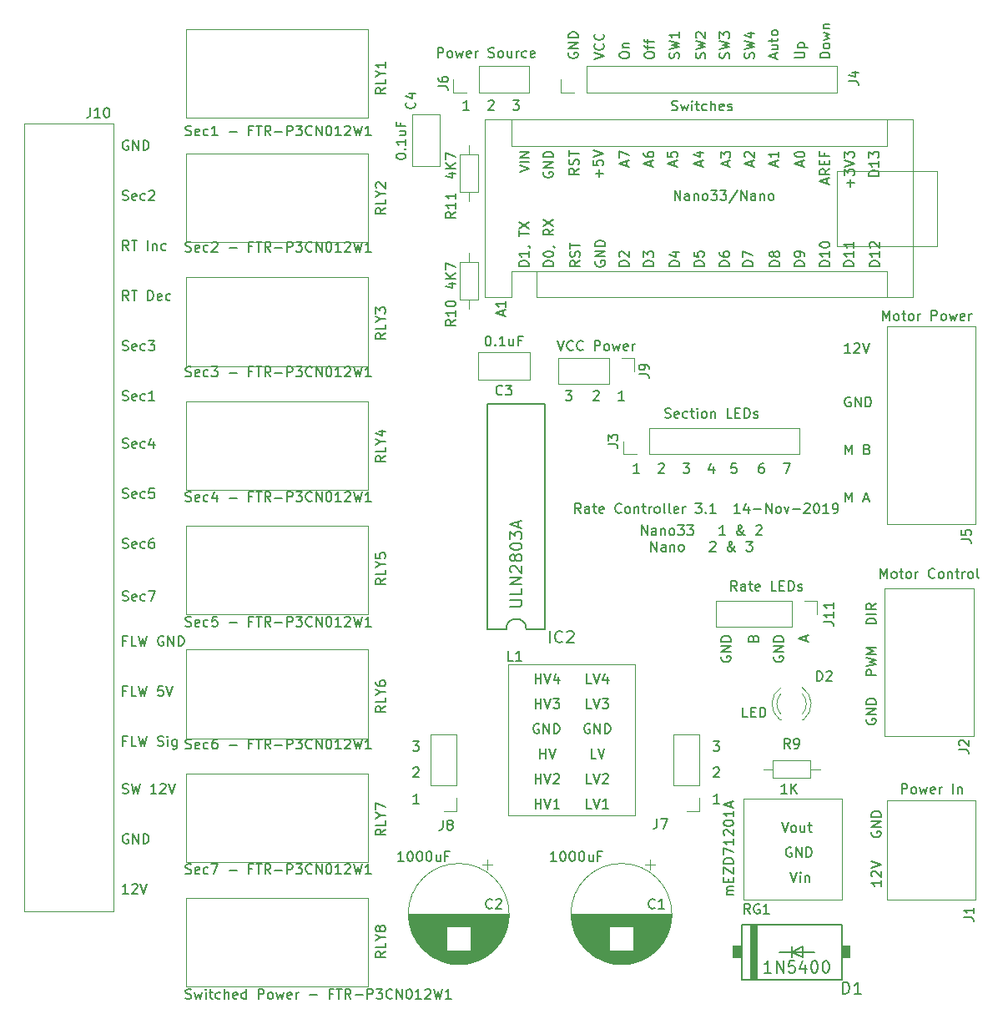
<source format=gbr>
G04 #@! TF.GenerationSoftware,KiCad,Pcbnew,(5.1.2)-2*
G04 #@! TF.CreationDate,2020-03-29T17:12:37-06:00*
G04 #@! TF.ProjectId,RC31,52433331-2e6b-4696-9361-645f70636258,rev?*
G04 #@! TF.SameCoordinates,Original*
G04 #@! TF.FileFunction,Legend,Top*
G04 #@! TF.FilePolarity,Positive*
%FSLAX46Y46*%
G04 Gerber Fmt 4.6, Leading zero omitted, Abs format (unit mm)*
G04 Created by KiCad (PCBNEW (5.1.2)-2) date 2020-03-29 17:12:37*
%MOMM*%
%LPD*%
G04 APERTURE LIST*
%ADD10C,0.150000*%
%ADD11C,0.152400*%
%ADD12C,0.120000*%
%ADD13C,0.100000*%
%ADD14C,0.127000*%
G04 APERTURE END LIST*
D10*
X128190666Y-94956380D02*
X128857333Y-94956380D01*
X128428761Y-95956380D01*
X126174476Y-94956380D02*
X125984000Y-94956380D01*
X125888761Y-95004000D01*
X125841142Y-95051619D01*
X125745904Y-95194476D01*
X125698285Y-95384952D01*
X125698285Y-95765904D01*
X125745904Y-95861142D01*
X125793523Y-95908761D01*
X125888761Y-95956380D01*
X126079238Y-95956380D01*
X126174476Y-95908761D01*
X126222095Y-95861142D01*
X126269714Y-95765904D01*
X126269714Y-95527809D01*
X126222095Y-95432571D01*
X126174476Y-95384952D01*
X126079238Y-95337333D01*
X125888761Y-95337333D01*
X125793523Y-95384952D01*
X125745904Y-95432571D01*
X125698285Y-95527809D01*
X123428095Y-94956380D02*
X122951904Y-94956380D01*
X122904285Y-95432571D01*
X122951904Y-95384952D01*
X123047142Y-95337333D01*
X123285238Y-95337333D01*
X123380476Y-95384952D01*
X123428095Y-95432571D01*
X123475714Y-95527809D01*
X123475714Y-95765904D01*
X123428095Y-95861142D01*
X123380476Y-95908761D01*
X123285238Y-95956380D01*
X123047142Y-95956380D01*
X122951904Y-95908761D01*
X122904285Y-95861142D01*
X121094476Y-95289714D02*
X121094476Y-95956380D01*
X120856380Y-94908761D02*
X120618285Y-95623047D01*
X121237333Y-95623047D01*
X118030666Y-94956380D02*
X118649714Y-94956380D01*
X118316380Y-95337333D01*
X118459238Y-95337333D01*
X118554476Y-95384952D01*
X118602095Y-95432571D01*
X118649714Y-95527809D01*
X118649714Y-95765904D01*
X118602095Y-95861142D01*
X118554476Y-95908761D01*
X118459238Y-95956380D01*
X118173523Y-95956380D01*
X118078285Y-95908761D01*
X118030666Y-95861142D01*
X115538285Y-95051619D02*
X115585904Y-95004000D01*
X115681142Y-94956380D01*
X115919238Y-94956380D01*
X116014476Y-95004000D01*
X116062095Y-95051619D01*
X116109714Y-95146857D01*
X116109714Y-95242095D01*
X116062095Y-95384952D01*
X115490666Y-95956380D01*
X116109714Y-95956380D01*
X113569714Y-95956380D02*
X112998285Y-95956380D01*
X113284000Y-95956380D02*
X113284000Y-94956380D01*
X113188761Y-95099238D01*
X113093523Y-95194476D01*
X112998285Y-95242095D01*
X125150571Y-112696761D02*
X125198190Y-112553904D01*
X125245809Y-112506285D01*
X125341047Y-112458666D01*
X125483904Y-112458666D01*
X125579142Y-112506285D01*
X125626761Y-112553904D01*
X125674380Y-112649142D01*
X125674380Y-113030094D01*
X124674380Y-113030094D01*
X124674380Y-112696761D01*
X124722000Y-112601523D01*
X124769619Y-112553904D01*
X124864857Y-112506285D01*
X124960095Y-112506285D01*
X125055333Y-112553904D01*
X125102952Y-112601523D01*
X125150571Y-112696761D01*
X125150571Y-113030094D01*
X121928000Y-114553904D02*
X121880380Y-114649142D01*
X121880380Y-114792000D01*
X121928000Y-114934857D01*
X122023238Y-115030095D01*
X122118476Y-115077714D01*
X122308952Y-115125333D01*
X122451809Y-115125333D01*
X122642285Y-115077714D01*
X122737523Y-115030095D01*
X122832761Y-114934857D01*
X122880380Y-114792000D01*
X122880380Y-114696761D01*
X122832761Y-114553904D01*
X122785142Y-114506285D01*
X122451809Y-114506285D01*
X122451809Y-114696761D01*
X122880380Y-114077714D02*
X121880380Y-114077714D01*
X122880380Y-113506285D01*
X121880380Y-113506285D01*
X122880380Y-113030095D02*
X121880380Y-113030095D01*
X121880380Y-112792000D01*
X121928000Y-112649142D01*
X122023238Y-112553904D01*
X122118476Y-112506285D01*
X122308952Y-112458666D01*
X122451809Y-112458666D01*
X122642285Y-112506285D01*
X122737523Y-112553904D01*
X122832761Y-112649142D01*
X122880380Y-112792000D01*
X122880380Y-113030095D01*
X127262000Y-114553904D02*
X127214380Y-114649142D01*
X127214380Y-114792000D01*
X127262000Y-114934857D01*
X127357238Y-115030095D01*
X127452476Y-115077714D01*
X127642952Y-115125333D01*
X127785809Y-115125333D01*
X127976285Y-115077714D01*
X128071523Y-115030095D01*
X128166761Y-114934857D01*
X128214380Y-114792000D01*
X128214380Y-114696761D01*
X128166761Y-114553904D01*
X128119142Y-114506285D01*
X127785809Y-114506285D01*
X127785809Y-114696761D01*
X128214380Y-114077714D02*
X127214380Y-114077714D01*
X128214380Y-113506285D01*
X127214380Y-113506285D01*
X128214380Y-113030095D02*
X127214380Y-113030095D01*
X127214380Y-112792000D01*
X127262000Y-112649142D01*
X127357238Y-112553904D01*
X127452476Y-112506285D01*
X127642952Y-112458666D01*
X127785809Y-112458666D01*
X127976285Y-112506285D01*
X128071523Y-112553904D01*
X128166761Y-112649142D01*
X128214380Y-112792000D01*
X128214380Y-113030095D01*
X130468666Y-112934857D02*
X130468666Y-112458666D01*
X130754380Y-113030095D02*
X129754380Y-112696762D01*
X130754380Y-112363428D01*
X113816571Y-102243380D02*
X113816571Y-101243380D01*
X114388000Y-102243380D01*
X114388000Y-101243380D01*
X115292761Y-102243380D02*
X115292761Y-101719571D01*
X115245142Y-101624333D01*
X115149904Y-101576714D01*
X114959428Y-101576714D01*
X114864190Y-101624333D01*
X115292761Y-102195761D02*
X115197523Y-102243380D01*
X114959428Y-102243380D01*
X114864190Y-102195761D01*
X114816571Y-102100523D01*
X114816571Y-102005285D01*
X114864190Y-101910047D01*
X114959428Y-101862428D01*
X115197523Y-101862428D01*
X115292761Y-101814809D01*
X115768952Y-101576714D02*
X115768952Y-102243380D01*
X115768952Y-101671952D02*
X115816571Y-101624333D01*
X115911809Y-101576714D01*
X116054666Y-101576714D01*
X116149904Y-101624333D01*
X116197523Y-101719571D01*
X116197523Y-102243380D01*
X116816571Y-102243380D02*
X116721333Y-102195761D01*
X116673714Y-102148142D01*
X116626095Y-102052904D01*
X116626095Y-101767190D01*
X116673714Y-101671952D01*
X116721333Y-101624333D01*
X116816571Y-101576714D01*
X116959428Y-101576714D01*
X117054666Y-101624333D01*
X117102285Y-101671952D01*
X117149904Y-101767190D01*
X117149904Y-102052904D01*
X117102285Y-102148142D01*
X117054666Y-102195761D01*
X116959428Y-102243380D01*
X116816571Y-102243380D01*
X117483238Y-101243380D02*
X118102285Y-101243380D01*
X117768952Y-101624333D01*
X117911809Y-101624333D01*
X118007047Y-101671952D01*
X118054666Y-101719571D01*
X118102285Y-101814809D01*
X118102285Y-102052904D01*
X118054666Y-102148142D01*
X118007047Y-102195761D01*
X117911809Y-102243380D01*
X117626095Y-102243380D01*
X117530857Y-102195761D01*
X117483238Y-102148142D01*
X118435619Y-101243380D02*
X119054666Y-101243380D01*
X118721333Y-101624333D01*
X118864190Y-101624333D01*
X118959428Y-101671952D01*
X119007047Y-101719571D01*
X119054666Y-101814809D01*
X119054666Y-102052904D01*
X119007047Y-102148142D01*
X118959428Y-102195761D01*
X118864190Y-102243380D01*
X118578476Y-102243380D01*
X118483238Y-102195761D01*
X118435619Y-102148142D01*
X122292761Y-102243380D02*
X121721333Y-102243380D01*
X122007047Y-102243380D02*
X122007047Y-101243380D01*
X121911809Y-101386238D01*
X121816571Y-101481476D01*
X121721333Y-101529095D01*
X124292761Y-102243380D02*
X124245142Y-102243380D01*
X124149904Y-102195761D01*
X124007047Y-102052904D01*
X123768952Y-101767190D01*
X123673714Y-101624333D01*
X123626095Y-101481476D01*
X123626095Y-101386238D01*
X123673714Y-101291000D01*
X123768952Y-101243380D01*
X123816571Y-101243380D01*
X123911809Y-101291000D01*
X123959428Y-101386238D01*
X123959428Y-101433857D01*
X123911809Y-101529095D01*
X123864190Y-101576714D01*
X123578476Y-101767190D01*
X123530857Y-101814809D01*
X123483238Y-101910047D01*
X123483238Y-102052904D01*
X123530857Y-102148142D01*
X123578476Y-102195761D01*
X123673714Y-102243380D01*
X123816571Y-102243380D01*
X123911809Y-102195761D01*
X123959428Y-102148142D01*
X124102285Y-101957666D01*
X124149904Y-101814809D01*
X124149904Y-101719571D01*
X125435619Y-101338619D02*
X125483238Y-101291000D01*
X125578476Y-101243380D01*
X125816571Y-101243380D01*
X125911809Y-101291000D01*
X125959428Y-101338619D01*
X126007047Y-101433857D01*
X126007047Y-101529095D01*
X125959428Y-101671952D01*
X125388000Y-102243380D01*
X126007047Y-102243380D01*
X114768952Y-103893380D02*
X114768952Y-102893380D01*
X115340380Y-103893380D01*
X115340380Y-102893380D01*
X116245142Y-103893380D02*
X116245142Y-103369571D01*
X116197523Y-103274333D01*
X116102285Y-103226714D01*
X115911809Y-103226714D01*
X115816571Y-103274333D01*
X116245142Y-103845761D02*
X116149904Y-103893380D01*
X115911809Y-103893380D01*
X115816571Y-103845761D01*
X115768952Y-103750523D01*
X115768952Y-103655285D01*
X115816571Y-103560047D01*
X115911809Y-103512428D01*
X116149904Y-103512428D01*
X116245142Y-103464809D01*
X116721333Y-103226714D02*
X116721333Y-103893380D01*
X116721333Y-103321952D02*
X116768952Y-103274333D01*
X116864190Y-103226714D01*
X117007047Y-103226714D01*
X117102285Y-103274333D01*
X117149904Y-103369571D01*
X117149904Y-103893380D01*
X117768952Y-103893380D02*
X117673714Y-103845761D01*
X117626095Y-103798142D01*
X117578476Y-103702904D01*
X117578476Y-103417190D01*
X117626095Y-103321952D01*
X117673714Y-103274333D01*
X117768952Y-103226714D01*
X117911809Y-103226714D01*
X118007047Y-103274333D01*
X118054666Y-103321952D01*
X118102285Y-103417190D01*
X118102285Y-103702904D01*
X118054666Y-103798142D01*
X118007047Y-103845761D01*
X117911809Y-103893380D01*
X117768952Y-103893380D01*
X120768952Y-102988619D02*
X120816571Y-102941000D01*
X120911809Y-102893380D01*
X121149904Y-102893380D01*
X121245142Y-102941000D01*
X121292761Y-102988619D01*
X121340380Y-103083857D01*
X121340380Y-103179095D01*
X121292761Y-103321952D01*
X120721333Y-103893380D01*
X121340380Y-103893380D01*
X123340380Y-103893380D02*
X123292761Y-103893380D01*
X123197523Y-103845761D01*
X123054666Y-103702904D01*
X122816571Y-103417190D01*
X122721333Y-103274333D01*
X122673714Y-103131476D01*
X122673714Y-103036238D01*
X122721333Y-102941000D01*
X122816571Y-102893380D01*
X122864190Y-102893380D01*
X122959428Y-102941000D01*
X123007047Y-103036238D01*
X123007047Y-103083857D01*
X122959428Y-103179095D01*
X122911809Y-103226714D01*
X122626095Y-103417190D01*
X122578476Y-103464809D01*
X122530857Y-103560047D01*
X122530857Y-103702904D01*
X122578476Y-103798142D01*
X122626095Y-103845761D01*
X122721333Y-103893380D01*
X122864190Y-103893380D01*
X122959428Y-103845761D01*
X123007047Y-103798142D01*
X123149904Y-103607666D01*
X123197523Y-103464809D01*
X123197523Y-103369571D01*
X124435619Y-102893380D02*
X125054666Y-102893380D01*
X124721333Y-103274333D01*
X124864190Y-103274333D01*
X124959428Y-103321952D01*
X125007047Y-103369571D01*
X125054666Y-103464809D01*
X125054666Y-103702904D01*
X125007047Y-103798142D01*
X124959428Y-103845761D01*
X124864190Y-103893380D01*
X124578476Y-103893380D01*
X124483238Y-103845761D01*
X124435619Y-103798142D01*
X107657904Y-100020380D02*
X107324571Y-99544190D01*
X107086476Y-100020380D02*
X107086476Y-99020380D01*
X107467428Y-99020380D01*
X107562666Y-99068000D01*
X107610285Y-99115619D01*
X107657904Y-99210857D01*
X107657904Y-99353714D01*
X107610285Y-99448952D01*
X107562666Y-99496571D01*
X107467428Y-99544190D01*
X107086476Y-99544190D01*
X108515047Y-100020380D02*
X108515047Y-99496571D01*
X108467428Y-99401333D01*
X108372190Y-99353714D01*
X108181714Y-99353714D01*
X108086476Y-99401333D01*
X108515047Y-99972761D02*
X108419809Y-100020380D01*
X108181714Y-100020380D01*
X108086476Y-99972761D01*
X108038857Y-99877523D01*
X108038857Y-99782285D01*
X108086476Y-99687047D01*
X108181714Y-99639428D01*
X108419809Y-99639428D01*
X108515047Y-99591809D01*
X108848380Y-99353714D02*
X109229333Y-99353714D01*
X108991238Y-99020380D02*
X108991238Y-99877523D01*
X109038857Y-99972761D01*
X109134095Y-100020380D01*
X109229333Y-100020380D01*
X109943619Y-99972761D02*
X109848380Y-100020380D01*
X109657904Y-100020380D01*
X109562666Y-99972761D01*
X109515047Y-99877523D01*
X109515047Y-99496571D01*
X109562666Y-99401333D01*
X109657904Y-99353714D01*
X109848380Y-99353714D01*
X109943619Y-99401333D01*
X109991238Y-99496571D01*
X109991238Y-99591809D01*
X109515047Y-99687047D01*
X111753142Y-99925142D02*
X111705523Y-99972761D01*
X111562666Y-100020380D01*
X111467428Y-100020380D01*
X111324571Y-99972761D01*
X111229333Y-99877523D01*
X111181714Y-99782285D01*
X111134095Y-99591809D01*
X111134095Y-99448952D01*
X111181714Y-99258476D01*
X111229333Y-99163238D01*
X111324571Y-99068000D01*
X111467428Y-99020380D01*
X111562666Y-99020380D01*
X111705523Y-99068000D01*
X111753142Y-99115619D01*
X112324571Y-100020380D02*
X112229333Y-99972761D01*
X112181714Y-99925142D01*
X112134095Y-99829904D01*
X112134095Y-99544190D01*
X112181714Y-99448952D01*
X112229333Y-99401333D01*
X112324571Y-99353714D01*
X112467428Y-99353714D01*
X112562666Y-99401333D01*
X112610285Y-99448952D01*
X112657904Y-99544190D01*
X112657904Y-99829904D01*
X112610285Y-99925142D01*
X112562666Y-99972761D01*
X112467428Y-100020380D01*
X112324571Y-100020380D01*
X113086476Y-99353714D02*
X113086476Y-100020380D01*
X113086476Y-99448952D02*
X113134095Y-99401333D01*
X113229333Y-99353714D01*
X113372190Y-99353714D01*
X113467428Y-99401333D01*
X113515047Y-99496571D01*
X113515047Y-100020380D01*
X113848380Y-99353714D02*
X114229333Y-99353714D01*
X113991238Y-99020380D02*
X113991238Y-99877523D01*
X114038857Y-99972761D01*
X114134095Y-100020380D01*
X114229333Y-100020380D01*
X114562666Y-100020380D02*
X114562666Y-99353714D01*
X114562666Y-99544190D02*
X114610285Y-99448952D01*
X114657904Y-99401333D01*
X114753142Y-99353714D01*
X114848380Y-99353714D01*
X115324571Y-100020380D02*
X115229333Y-99972761D01*
X115181714Y-99925142D01*
X115134095Y-99829904D01*
X115134095Y-99544190D01*
X115181714Y-99448952D01*
X115229333Y-99401333D01*
X115324571Y-99353714D01*
X115467428Y-99353714D01*
X115562666Y-99401333D01*
X115610285Y-99448952D01*
X115657904Y-99544190D01*
X115657904Y-99829904D01*
X115610285Y-99925142D01*
X115562666Y-99972761D01*
X115467428Y-100020380D01*
X115324571Y-100020380D01*
X116229333Y-100020380D02*
X116134095Y-99972761D01*
X116086476Y-99877523D01*
X116086476Y-99020380D01*
X116753142Y-100020380D02*
X116657904Y-99972761D01*
X116610285Y-99877523D01*
X116610285Y-99020380D01*
X117515047Y-99972761D02*
X117419809Y-100020380D01*
X117229333Y-100020380D01*
X117134095Y-99972761D01*
X117086476Y-99877523D01*
X117086476Y-99496571D01*
X117134095Y-99401333D01*
X117229333Y-99353714D01*
X117419809Y-99353714D01*
X117515047Y-99401333D01*
X117562666Y-99496571D01*
X117562666Y-99591809D01*
X117086476Y-99687047D01*
X117991238Y-100020380D02*
X117991238Y-99353714D01*
X117991238Y-99544190D02*
X118038857Y-99448952D01*
X118086476Y-99401333D01*
X118181714Y-99353714D01*
X118276952Y-99353714D01*
X119276952Y-99020380D02*
X119896000Y-99020380D01*
X119562666Y-99401333D01*
X119705523Y-99401333D01*
X119800761Y-99448952D01*
X119848380Y-99496571D01*
X119896000Y-99591809D01*
X119896000Y-99829904D01*
X119848380Y-99925142D01*
X119800761Y-99972761D01*
X119705523Y-100020380D01*
X119419809Y-100020380D01*
X119324571Y-99972761D01*
X119276952Y-99925142D01*
X120324571Y-99925142D02*
X120372190Y-99972761D01*
X120324571Y-100020380D01*
X120276952Y-99972761D01*
X120324571Y-99925142D01*
X120324571Y-100020380D01*
X121324571Y-100020380D02*
X120753142Y-100020380D01*
X121038857Y-100020380D02*
X121038857Y-99020380D01*
X120943619Y-99163238D01*
X120848380Y-99258476D01*
X120753142Y-99306095D01*
X123800761Y-100020380D02*
X123229333Y-100020380D01*
X123515047Y-100020380D02*
X123515047Y-99020380D01*
X123419809Y-99163238D01*
X123324571Y-99258476D01*
X123229333Y-99306095D01*
X124657904Y-99353714D02*
X124657904Y-100020380D01*
X124419809Y-98972761D02*
X124181714Y-99687047D01*
X124800761Y-99687047D01*
X125181714Y-99639428D02*
X125943619Y-99639428D01*
X126419809Y-100020380D02*
X126419809Y-99020380D01*
X126991238Y-100020380D01*
X126991238Y-99020380D01*
X127610285Y-100020380D02*
X127515047Y-99972761D01*
X127467428Y-99925142D01*
X127419809Y-99829904D01*
X127419809Y-99544190D01*
X127467428Y-99448952D01*
X127515047Y-99401333D01*
X127610285Y-99353714D01*
X127753142Y-99353714D01*
X127848380Y-99401333D01*
X127896000Y-99448952D01*
X127943619Y-99544190D01*
X127943619Y-99829904D01*
X127896000Y-99925142D01*
X127848380Y-99972761D01*
X127753142Y-100020380D01*
X127610285Y-100020380D01*
X128276952Y-99353714D02*
X128515047Y-100020380D01*
X128753142Y-99353714D01*
X129134095Y-99639428D02*
X129896000Y-99639428D01*
X130324571Y-99115619D02*
X130372190Y-99068000D01*
X130467428Y-99020380D01*
X130705523Y-99020380D01*
X130800761Y-99068000D01*
X130848380Y-99115619D01*
X130896000Y-99210857D01*
X130896000Y-99306095D01*
X130848380Y-99448952D01*
X130276952Y-100020380D01*
X130896000Y-100020380D01*
X131515047Y-99020380D02*
X131610285Y-99020380D01*
X131705523Y-99068000D01*
X131753142Y-99115619D01*
X131800761Y-99210857D01*
X131848380Y-99401333D01*
X131848380Y-99639428D01*
X131800761Y-99829904D01*
X131753142Y-99925142D01*
X131705523Y-99972761D01*
X131610285Y-100020380D01*
X131515047Y-100020380D01*
X131419809Y-99972761D01*
X131372190Y-99925142D01*
X131324571Y-99829904D01*
X131276952Y-99639428D01*
X131276952Y-99401333D01*
X131324571Y-99210857D01*
X131372190Y-99115619D01*
X131419809Y-99068000D01*
X131515047Y-99020380D01*
X132800761Y-100020380D02*
X132229333Y-100020380D01*
X132515047Y-100020380D02*
X132515047Y-99020380D01*
X132419809Y-99163238D01*
X132324571Y-99258476D01*
X132229333Y-99306095D01*
X133276952Y-100020380D02*
X133467428Y-100020380D01*
X133562666Y-99972761D01*
X133610285Y-99925142D01*
X133705523Y-99782285D01*
X133753142Y-99591809D01*
X133753142Y-99210857D01*
X133705523Y-99115619D01*
X133657904Y-99068000D01*
X133562666Y-99020380D01*
X133372190Y-99020380D01*
X133276952Y-99068000D01*
X133229333Y-99115619D01*
X133181714Y-99210857D01*
X133181714Y-99448952D01*
X133229333Y-99544190D01*
X133276952Y-99591809D01*
X133372190Y-99639428D01*
X133562666Y-99639428D01*
X133657904Y-99591809D01*
X133705523Y-99544190D01*
X133753142Y-99448952D01*
X135001095Y-83764380D02*
X134429666Y-83764380D01*
X134715381Y-83764380D02*
X134715381Y-82764380D01*
X134620143Y-82907238D01*
X134524904Y-83002476D01*
X134429666Y-83050095D01*
X135382047Y-82859619D02*
X135429666Y-82812000D01*
X135524904Y-82764380D01*
X135763000Y-82764380D01*
X135858238Y-82812000D01*
X135905857Y-82859619D01*
X135953476Y-82954857D01*
X135953476Y-83050095D01*
X135905857Y-83192952D01*
X135334428Y-83764380D01*
X135953476Y-83764380D01*
X136239190Y-82764380D02*
X136572523Y-83764380D01*
X136905857Y-82764380D01*
X135001095Y-88273000D02*
X134905857Y-88225380D01*
X134763000Y-88225380D01*
X134620142Y-88273000D01*
X134524904Y-88368238D01*
X134477285Y-88463476D01*
X134429666Y-88653952D01*
X134429666Y-88796809D01*
X134477285Y-88987285D01*
X134524904Y-89082523D01*
X134620142Y-89177761D01*
X134763000Y-89225380D01*
X134858238Y-89225380D01*
X135001095Y-89177761D01*
X135048714Y-89130142D01*
X135048714Y-88796809D01*
X134858238Y-88796809D01*
X135477285Y-89225380D02*
X135477285Y-88225380D01*
X136048714Y-89225380D01*
X136048714Y-88225380D01*
X136524904Y-89225380D02*
X136524904Y-88225380D01*
X136763000Y-88225380D01*
X136905857Y-88273000D01*
X137001095Y-88368238D01*
X137048714Y-88463476D01*
X137096333Y-88653952D01*
X137096333Y-88796809D01*
X137048714Y-88987285D01*
X137001095Y-89082523D01*
X136905857Y-89177761D01*
X136763000Y-89225380D01*
X136524904Y-89225380D01*
X134477286Y-94051380D02*
X134477286Y-93051380D01*
X134810619Y-93765666D01*
X135143952Y-93051380D01*
X135143952Y-94051380D01*
X136715381Y-93527571D02*
X136858238Y-93575190D01*
X136905857Y-93622809D01*
X136953476Y-93718047D01*
X136953476Y-93860904D01*
X136905857Y-93956142D01*
X136858238Y-94003761D01*
X136763000Y-94051380D01*
X136382048Y-94051380D01*
X136382048Y-93051380D01*
X136715381Y-93051380D01*
X136810619Y-93099000D01*
X136858238Y-93146619D01*
X136905857Y-93241857D01*
X136905857Y-93337095D01*
X136858238Y-93432333D01*
X136810619Y-93479952D01*
X136715381Y-93527571D01*
X136382048Y-93527571D01*
X134477285Y-98877380D02*
X134477285Y-97877380D01*
X134810619Y-98591666D01*
X135143952Y-97877380D01*
X135143952Y-98877380D01*
X136334428Y-98591666D02*
X136810619Y-98591666D01*
X136239190Y-98877380D02*
X136572523Y-97877380D01*
X136905857Y-98877380D01*
D11*
X121702285Y-129491619D02*
X121121714Y-129491619D01*
X121412000Y-129491619D02*
X121412000Y-128475619D01*
X121315238Y-128620761D01*
X121218476Y-128717523D01*
X121121714Y-128765904D01*
D10*
X121069847Y-123150380D02*
X121688895Y-123150380D01*
X121355561Y-123531333D01*
X121498419Y-123531333D01*
X121593657Y-123578952D01*
X121641276Y-123626571D01*
X121688895Y-123721809D01*
X121688895Y-123959904D01*
X121641276Y-124055142D01*
X121593657Y-124102761D01*
X121498419Y-124150380D01*
X121212704Y-124150380D01*
X121117466Y-124102761D01*
X121069847Y-124055142D01*
X121117466Y-125906559D02*
X121165085Y-125858940D01*
X121260323Y-125811320D01*
X121498419Y-125811320D01*
X121593657Y-125858940D01*
X121641276Y-125906559D01*
X121688895Y-126001797D01*
X121688895Y-126097035D01*
X121641276Y-126239892D01*
X121069847Y-126811320D01*
X121688895Y-126811320D01*
X61722095Y-138628380D02*
X61150666Y-138628380D01*
X61436381Y-138628380D02*
X61436381Y-137628380D01*
X61341143Y-137771238D01*
X61245904Y-137866476D01*
X61150666Y-137914095D01*
X62103047Y-137723619D02*
X62150666Y-137676000D01*
X62245904Y-137628380D01*
X62484000Y-137628380D01*
X62579238Y-137676000D01*
X62626857Y-137723619D01*
X62674476Y-137818857D01*
X62674476Y-137914095D01*
X62626857Y-138056952D01*
X62055428Y-138628380D01*
X62674476Y-138628380D01*
X62960190Y-137628380D02*
X63293523Y-138628380D01*
X63626857Y-137628380D01*
X61722095Y-132596000D02*
X61626857Y-132548380D01*
X61484000Y-132548380D01*
X61341142Y-132596000D01*
X61245904Y-132691238D01*
X61198285Y-132786476D01*
X61150666Y-132976952D01*
X61150666Y-133119809D01*
X61198285Y-133310285D01*
X61245904Y-133405523D01*
X61341142Y-133500761D01*
X61484000Y-133548380D01*
X61579238Y-133548380D01*
X61722095Y-133500761D01*
X61769714Y-133453142D01*
X61769714Y-133119809D01*
X61579238Y-133119809D01*
X62198285Y-133548380D02*
X62198285Y-132548380D01*
X62769714Y-133548380D01*
X62769714Y-132548380D01*
X63245904Y-133548380D02*
X63245904Y-132548380D01*
X63484000Y-132548380D01*
X63626857Y-132596000D01*
X63722095Y-132691238D01*
X63769714Y-132786476D01*
X63817333Y-132976952D01*
X63817333Y-133119809D01*
X63769714Y-133310285D01*
X63722095Y-133405523D01*
X63626857Y-133500761D01*
X63484000Y-133548380D01*
X63245904Y-133548380D01*
X61150667Y-128420761D02*
X61293524Y-128468380D01*
X61531619Y-128468380D01*
X61626857Y-128420761D01*
X61674476Y-128373142D01*
X61722095Y-128277904D01*
X61722095Y-128182666D01*
X61674476Y-128087428D01*
X61626857Y-128039809D01*
X61531619Y-127992190D01*
X61341143Y-127944571D01*
X61245905Y-127896952D01*
X61198286Y-127849333D01*
X61150667Y-127754095D01*
X61150667Y-127658857D01*
X61198286Y-127563619D01*
X61245905Y-127516000D01*
X61341143Y-127468380D01*
X61579238Y-127468380D01*
X61722095Y-127516000D01*
X62055429Y-127468380D02*
X62293524Y-128468380D01*
X62484000Y-127754095D01*
X62674476Y-128468380D01*
X62912572Y-127468380D01*
X64579238Y-128468380D02*
X64007810Y-128468380D01*
X64293524Y-128468380D02*
X64293524Y-127468380D01*
X64198286Y-127611238D01*
X64103048Y-127706476D01*
X64007810Y-127754095D01*
X64960191Y-127563619D02*
X65007810Y-127516000D01*
X65103048Y-127468380D01*
X65341143Y-127468380D01*
X65436381Y-127516000D01*
X65484000Y-127563619D01*
X65531619Y-127658857D01*
X65531619Y-127754095D01*
X65484000Y-127896952D01*
X64912572Y-128468380D01*
X65531619Y-128468380D01*
X65817334Y-127468380D02*
X66150667Y-128468380D01*
X66484000Y-127468380D01*
X61531619Y-123118571D02*
X61198286Y-123118571D01*
X61198286Y-123642380D02*
X61198286Y-122642380D01*
X61674476Y-122642380D01*
X62531619Y-123642380D02*
X62055429Y-123642380D01*
X62055429Y-122642380D01*
X62769714Y-122642380D02*
X63007810Y-123642380D01*
X63198286Y-122928095D01*
X63388762Y-123642380D01*
X63626857Y-122642380D01*
X64722095Y-123594761D02*
X64864952Y-123642380D01*
X65103048Y-123642380D01*
X65198286Y-123594761D01*
X65245905Y-123547142D01*
X65293524Y-123451904D01*
X65293524Y-123356666D01*
X65245905Y-123261428D01*
X65198286Y-123213809D01*
X65103048Y-123166190D01*
X64912572Y-123118571D01*
X64817333Y-123070952D01*
X64769714Y-123023333D01*
X64722095Y-122928095D01*
X64722095Y-122832857D01*
X64769714Y-122737619D01*
X64817333Y-122690000D01*
X64912572Y-122642380D01*
X65150667Y-122642380D01*
X65293524Y-122690000D01*
X65722095Y-123642380D02*
X65722095Y-122975714D01*
X65722095Y-122642380D02*
X65674476Y-122690000D01*
X65722095Y-122737619D01*
X65769714Y-122690000D01*
X65722095Y-122642380D01*
X65722095Y-122737619D01*
X66626857Y-122975714D02*
X66626857Y-123785238D01*
X66579238Y-123880476D01*
X66531619Y-123928095D01*
X66436381Y-123975714D01*
X66293524Y-123975714D01*
X66198286Y-123928095D01*
X66626857Y-123594761D02*
X66531619Y-123642380D01*
X66341143Y-123642380D01*
X66245905Y-123594761D01*
X66198286Y-123547142D01*
X66150667Y-123451904D01*
X66150667Y-123166190D01*
X66198286Y-123070952D01*
X66245905Y-123023333D01*
X66341143Y-122975714D01*
X66531619Y-122975714D01*
X66626857Y-123023333D01*
X61531619Y-118038571D02*
X61198286Y-118038571D01*
X61198286Y-118562380D02*
X61198286Y-117562380D01*
X61674476Y-117562380D01*
X62531619Y-118562380D02*
X62055428Y-118562380D01*
X62055428Y-117562380D01*
X62769714Y-117562380D02*
X63007809Y-118562380D01*
X63198286Y-117848095D01*
X63388762Y-118562380D01*
X63626857Y-117562380D01*
X65245905Y-117562380D02*
X64769714Y-117562380D01*
X64722095Y-118038571D01*
X64769714Y-117990952D01*
X64864952Y-117943333D01*
X65103047Y-117943333D01*
X65198286Y-117990952D01*
X65245905Y-118038571D01*
X65293524Y-118133809D01*
X65293524Y-118371904D01*
X65245905Y-118467142D01*
X65198286Y-118514761D01*
X65103047Y-118562380D01*
X64864952Y-118562380D01*
X64769714Y-118514761D01*
X64722095Y-118467142D01*
X65579238Y-117562380D02*
X65912571Y-118562380D01*
X66245905Y-117562380D01*
X61531619Y-112958571D02*
X61198286Y-112958571D01*
X61198286Y-113482380D02*
X61198286Y-112482380D01*
X61674476Y-112482380D01*
X62531619Y-113482380D02*
X62055429Y-113482380D01*
X62055429Y-112482380D01*
X62769715Y-112482380D02*
X63007810Y-113482380D01*
X63198286Y-112768095D01*
X63388762Y-113482380D01*
X63626857Y-112482380D01*
X65293524Y-112530000D02*
X65198286Y-112482380D01*
X65055429Y-112482380D01*
X64912572Y-112530000D01*
X64817334Y-112625238D01*
X64769715Y-112720476D01*
X64722095Y-112910952D01*
X64722095Y-113053809D01*
X64769715Y-113244285D01*
X64817334Y-113339523D01*
X64912572Y-113434761D01*
X65055429Y-113482380D01*
X65150667Y-113482380D01*
X65293524Y-113434761D01*
X65341143Y-113387142D01*
X65341143Y-113053809D01*
X65150667Y-113053809D01*
X65769715Y-113482380D02*
X65769715Y-112482380D01*
X66341143Y-113482380D01*
X66341143Y-112482380D01*
X66817334Y-113482380D02*
X66817334Y-112482380D01*
X67055429Y-112482380D01*
X67198286Y-112530000D01*
X67293524Y-112625238D01*
X67341143Y-112720476D01*
X67388762Y-112910952D01*
X67388762Y-113053809D01*
X67341143Y-113244285D01*
X67293524Y-113339523D01*
X67198286Y-113434761D01*
X67055429Y-113482380D01*
X66817334Y-113482380D01*
X61150667Y-108862761D02*
X61293524Y-108910380D01*
X61531619Y-108910380D01*
X61626857Y-108862761D01*
X61674476Y-108815142D01*
X61722095Y-108719904D01*
X61722095Y-108624666D01*
X61674476Y-108529428D01*
X61626857Y-108481809D01*
X61531619Y-108434190D01*
X61341143Y-108386571D01*
X61245905Y-108338952D01*
X61198286Y-108291333D01*
X61150667Y-108196095D01*
X61150667Y-108100857D01*
X61198286Y-108005619D01*
X61245905Y-107958000D01*
X61341143Y-107910380D01*
X61579238Y-107910380D01*
X61722095Y-107958000D01*
X62531619Y-108862761D02*
X62436381Y-108910380D01*
X62245905Y-108910380D01*
X62150667Y-108862761D01*
X62103048Y-108767523D01*
X62103048Y-108386571D01*
X62150667Y-108291333D01*
X62245905Y-108243714D01*
X62436381Y-108243714D01*
X62531619Y-108291333D01*
X62579238Y-108386571D01*
X62579238Y-108481809D01*
X62103048Y-108577047D01*
X63436381Y-108862761D02*
X63341143Y-108910380D01*
X63150667Y-108910380D01*
X63055429Y-108862761D01*
X63007810Y-108815142D01*
X62960191Y-108719904D01*
X62960191Y-108434190D01*
X63007810Y-108338952D01*
X63055429Y-108291333D01*
X63150667Y-108243714D01*
X63341143Y-108243714D01*
X63436381Y-108291333D01*
X63769715Y-107910380D02*
X64436381Y-107910380D01*
X64007810Y-108910380D01*
X61150667Y-103528761D02*
X61293524Y-103576380D01*
X61531619Y-103576380D01*
X61626857Y-103528761D01*
X61674476Y-103481142D01*
X61722095Y-103385904D01*
X61722095Y-103290666D01*
X61674476Y-103195428D01*
X61626857Y-103147809D01*
X61531619Y-103100190D01*
X61341143Y-103052571D01*
X61245905Y-103004952D01*
X61198286Y-102957333D01*
X61150667Y-102862095D01*
X61150667Y-102766857D01*
X61198286Y-102671619D01*
X61245905Y-102624000D01*
X61341143Y-102576380D01*
X61579238Y-102576380D01*
X61722095Y-102624000D01*
X62531619Y-103528761D02*
X62436381Y-103576380D01*
X62245905Y-103576380D01*
X62150667Y-103528761D01*
X62103048Y-103433523D01*
X62103048Y-103052571D01*
X62150667Y-102957333D01*
X62245905Y-102909714D01*
X62436381Y-102909714D01*
X62531619Y-102957333D01*
X62579238Y-103052571D01*
X62579238Y-103147809D01*
X62103048Y-103243047D01*
X63436381Y-103528761D02*
X63341143Y-103576380D01*
X63150667Y-103576380D01*
X63055429Y-103528761D01*
X63007810Y-103481142D01*
X62960191Y-103385904D01*
X62960191Y-103100190D01*
X63007810Y-103004952D01*
X63055429Y-102957333D01*
X63150667Y-102909714D01*
X63341143Y-102909714D01*
X63436381Y-102957333D01*
X64293524Y-102576380D02*
X64103048Y-102576380D01*
X64007810Y-102624000D01*
X63960191Y-102671619D01*
X63864953Y-102814476D01*
X63817334Y-103004952D01*
X63817334Y-103385904D01*
X63864953Y-103481142D01*
X63912572Y-103528761D01*
X64007810Y-103576380D01*
X64198286Y-103576380D01*
X64293524Y-103528761D01*
X64341143Y-103481142D01*
X64388762Y-103385904D01*
X64388762Y-103147809D01*
X64341143Y-103052571D01*
X64293524Y-103004952D01*
X64198286Y-102957333D01*
X64007810Y-102957333D01*
X63912572Y-103004952D01*
X63864953Y-103052571D01*
X63817334Y-103147809D01*
X61150667Y-98448761D02*
X61293524Y-98496380D01*
X61531619Y-98496380D01*
X61626857Y-98448761D01*
X61674476Y-98401142D01*
X61722095Y-98305904D01*
X61722095Y-98210666D01*
X61674476Y-98115428D01*
X61626857Y-98067809D01*
X61531619Y-98020190D01*
X61341143Y-97972571D01*
X61245905Y-97924952D01*
X61198286Y-97877333D01*
X61150667Y-97782095D01*
X61150667Y-97686857D01*
X61198286Y-97591619D01*
X61245905Y-97544000D01*
X61341143Y-97496380D01*
X61579238Y-97496380D01*
X61722095Y-97544000D01*
X62531619Y-98448761D02*
X62436381Y-98496380D01*
X62245905Y-98496380D01*
X62150667Y-98448761D01*
X62103048Y-98353523D01*
X62103048Y-97972571D01*
X62150667Y-97877333D01*
X62245905Y-97829714D01*
X62436381Y-97829714D01*
X62531619Y-97877333D01*
X62579238Y-97972571D01*
X62579238Y-98067809D01*
X62103048Y-98163047D01*
X63436381Y-98448761D02*
X63341143Y-98496380D01*
X63150667Y-98496380D01*
X63055429Y-98448761D01*
X63007810Y-98401142D01*
X62960191Y-98305904D01*
X62960191Y-98020190D01*
X63007810Y-97924952D01*
X63055429Y-97877333D01*
X63150667Y-97829714D01*
X63341143Y-97829714D01*
X63436381Y-97877333D01*
X64341143Y-97496380D02*
X63864953Y-97496380D01*
X63817334Y-97972571D01*
X63864953Y-97924952D01*
X63960191Y-97877333D01*
X64198286Y-97877333D01*
X64293524Y-97924952D01*
X64341143Y-97972571D01*
X64388762Y-98067809D01*
X64388762Y-98305904D01*
X64341143Y-98401142D01*
X64293524Y-98448761D01*
X64198286Y-98496380D01*
X63960191Y-98496380D01*
X63864953Y-98448761D01*
X63817334Y-98401142D01*
X61150667Y-93368761D02*
X61293524Y-93416380D01*
X61531619Y-93416380D01*
X61626857Y-93368761D01*
X61674476Y-93321142D01*
X61722095Y-93225904D01*
X61722095Y-93130666D01*
X61674476Y-93035428D01*
X61626857Y-92987809D01*
X61531619Y-92940190D01*
X61341143Y-92892571D01*
X61245905Y-92844952D01*
X61198286Y-92797333D01*
X61150667Y-92702095D01*
X61150667Y-92606857D01*
X61198286Y-92511619D01*
X61245905Y-92464000D01*
X61341143Y-92416380D01*
X61579238Y-92416380D01*
X61722095Y-92464000D01*
X62531619Y-93368761D02*
X62436381Y-93416380D01*
X62245905Y-93416380D01*
X62150667Y-93368761D01*
X62103048Y-93273523D01*
X62103048Y-92892571D01*
X62150667Y-92797333D01*
X62245905Y-92749714D01*
X62436381Y-92749714D01*
X62531619Y-92797333D01*
X62579238Y-92892571D01*
X62579238Y-92987809D01*
X62103048Y-93083047D01*
X63436381Y-93368761D02*
X63341143Y-93416380D01*
X63150667Y-93416380D01*
X63055429Y-93368761D01*
X63007810Y-93321142D01*
X62960191Y-93225904D01*
X62960191Y-92940190D01*
X63007810Y-92844952D01*
X63055429Y-92797333D01*
X63150667Y-92749714D01*
X63341143Y-92749714D01*
X63436381Y-92797333D01*
X64293524Y-92749714D02*
X64293524Y-93416380D01*
X64055429Y-92368761D02*
X63817334Y-93083047D01*
X64436381Y-93083047D01*
X61150667Y-88542761D02*
X61293524Y-88590380D01*
X61531619Y-88590380D01*
X61626857Y-88542761D01*
X61674476Y-88495142D01*
X61722095Y-88399904D01*
X61722095Y-88304666D01*
X61674476Y-88209428D01*
X61626857Y-88161809D01*
X61531619Y-88114190D01*
X61341143Y-88066571D01*
X61245905Y-88018952D01*
X61198286Y-87971333D01*
X61150667Y-87876095D01*
X61150667Y-87780857D01*
X61198286Y-87685619D01*
X61245905Y-87638000D01*
X61341143Y-87590380D01*
X61579238Y-87590380D01*
X61722095Y-87638000D01*
X62531619Y-88542761D02*
X62436381Y-88590380D01*
X62245905Y-88590380D01*
X62150667Y-88542761D01*
X62103048Y-88447523D01*
X62103048Y-88066571D01*
X62150667Y-87971333D01*
X62245905Y-87923714D01*
X62436381Y-87923714D01*
X62531619Y-87971333D01*
X62579238Y-88066571D01*
X62579238Y-88161809D01*
X62103048Y-88257047D01*
X63436381Y-88542761D02*
X63341143Y-88590380D01*
X63150667Y-88590380D01*
X63055429Y-88542761D01*
X63007810Y-88495142D01*
X62960191Y-88399904D01*
X62960191Y-88114190D01*
X63007810Y-88018952D01*
X63055429Y-87971333D01*
X63150667Y-87923714D01*
X63341143Y-87923714D01*
X63436381Y-87971333D01*
X64388762Y-88590380D02*
X63817334Y-88590380D01*
X64103048Y-88590380D02*
X64103048Y-87590380D01*
X64007810Y-87733238D01*
X63912572Y-87828476D01*
X63817334Y-87876095D01*
X61150667Y-83462761D02*
X61293524Y-83510380D01*
X61531619Y-83510380D01*
X61626857Y-83462761D01*
X61674476Y-83415142D01*
X61722095Y-83319904D01*
X61722095Y-83224666D01*
X61674476Y-83129428D01*
X61626857Y-83081809D01*
X61531619Y-83034190D01*
X61341143Y-82986571D01*
X61245905Y-82938952D01*
X61198286Y-82891333D01*
X61150667Y-82796095D01*
X61150667Y-82700857D01*
X61198286Y-82605619D01*
X61245905Y-82558000D01*
X61341143Y-82510380D01*
X61579238Y-82510380D01*
X61722095Y-82558000D01*
X62531619Y-83462761D02*
X62436381Y-83510380D01*
X62245905Y-83510380D01*
X62150667Y-83462761D01*
X62103048Y-83367523D01*
X62103048Y-82986571D01*
X62150667Y-82891333D01*
X62245905Y-82843714D01*
X62436381Y-82843714D01*
X62531619Y-82891333D01*
X62579238Y-82986571D01*
X62579238Y-83081809D01*
X62103048Y-83177047D01*
X63436381Y-83462761D02*
X63341143Y-83510380D01*
X63150667Y-83510380D01*
X63055429Y-83462761D01*
X63007810Y-83415142D01*
X62960191Y-83319904D01*
X62960191Y-83034190D01*
X63007810Y-82938952D01*
X63055429Y-82891333D01*
X63150667Y-82843714D01*
X63341143Y-82843714D01*
X63436381Y-82891333D01*
X63769715Y-82510380D02*
X64388762Y-82510380D01*
X64055429Y-82891333D01*
X64198286Y-82891333D01*
X64293524Y-82938952D01*
X64341143Y-82986571D01*
X64388762Y-83081809D01*
X64388762Y-83319904D01*
X64341143Y-83415142D01*
X64293524Y-83462761D01*
X64198286Y-83510380D01*
X63912572Y-83510380D01*
X63817334Y-83462761D01*
X63769715Y-83415142D01*
X61769714Y-78430380D02*
X61436380Y-77954190D01*
X61198285Y-78430380D02*
X61198285Y-77430380D01*
X61579238Y-77430380D01*
X61674476Y-77478000D01*
X61722095Y-77525619D01*
X61769714Y-77620857D01*
X61769714Y-77763714D01*
X61722095Y-77858952D01*
X61674476Y-77906571D01*
X61579238Y-77954190D01*
X61198285Y-77954190D01*
X62055428Y-77430380D02*
X62626857Y-77430380D01*
X62341142Y-78430380D02*
X62341142Y-77430380D01*
X63722095Y-78430380D02*
X63722095Y-77430380D01*
X63960190Y-77430380D01*
X64103047Y-77478000D01*
X64198285Y-77573238D01*
X64245904Y-77668476D01*
X64293523Y-77858952D01*
X64293523Y-78001809D01*
X64245904Y-78192285D01*
X64198285Y-78287523D01*
X64103047Y-78382761D01*
X63960190Y-78430380D01*
X63722095Y-78430380D01*
X65103047Y-78382761D02*
X65007809Y-78430380D01*
X64817333Y-78430380D01*
X64722095Y-78382761D01*
X64674476Y-78287523D01*
X64674476Y-77906571D01*
X64722095Y-77811333D01*
X64817333Y-77763714D01*
X65007809Y-77763714D01*
X65103047Y-77811333D01*
X65150666Y-77906571D01*
X65150666Y-78001809D01*
X64674476Y-78097047D01*
X66007809Y-78382761D02*
X65912571Y-78430380D01*
X65722095Y-78430380D01*
X65626857Y-78382761D01*
X65579238Y-78335142D01*
X65531618Y-78239904D01*
X65531618Y-77954190D01*
X65579238Y-77858952D01*
X65626857Y-77811333D01*
X65722095Y-77763714D01*
X65912571Y-77763714D01*
X66007809Y-77811333D01*
X61769714Y-73350380D02*
X61436381Y-72874190D01*
X61198285Y-73350380D02*
X61198285Y-72350380D01*
X61579238Y-72350380D01*
X61674476Y-72398000D01*
X61722095Y-72445619D01*
X61769714Y-72540857D01*
X61769714Y-72683714D01*
X61722095Y-72778952D01*
X61674476Y-72826571D01*
X61579238Y-72874190D01*
X61198285Y-72874190D01*
X62055428Y-72350380D02*
X62626857Y-72350380D01*
X62341143Y-73350380D02*
X62341143Y-72350380D01*
X63722095Y-73350380D02*
X63722095Y-72350380D01*
X64198285Y-72683714D02*
X64198285Y-73350380D01*
X64198285Y-72778952D02*
X64245904Y-72731333D01*
X64341143Y-72683714D01*
X64484000Y-72683714D01*
X64579238Y-72731333D01*
X64626857Y-72826571D01*
X64626857Y-73350380D01*
X65531619Y-73302761D02*
X65436381Y-73350380D01*
X65245904Y-73350380D01*
X65150666Y-73302761D01*
X65103047Y-73255142D01*
X65055428Y-73159904D01*
X65055428Y-72874190D01*
X65103047Y-72778952D01*
X65150666Y-72731333D01*
X65245904Y-72683714D01*
X65436381Y-72683714D01*
X65531619Y-72731333D01*
X61150667Y-68222761D02*
X61293524Y-68270380D01*
X61531619Y-68270380D01*
X61626857Y-68222761D01*
X61674476Y-68175142D01*
X61722095Y-68079904D01*
X61722095Y-67984666D01*
X61674476Y-67889428D01*
X61626857Y-67841809D01*
X61531619Y-67794190D01*
X61341143Y-67746571D01*
X61245905Y-67698952D01*
X61198286Y-67651333D01*
X61150667Y-67556095D01*
X61150667Y-67460857D01*
X61198286Y-67365619D01*
X61245905Y-67318000D01*
X61341143Y-67270380D01*
X61579238Y-67270380D01*
X61722095Y-67318000D01*
X62531619Y-68222761D02*
X62436381Y-68270380D01*
X62245905Y-68270380D01*
X62150667Y-68222761D01*
X62103048Y-68127523D01*
X62103048Y-67746571D01*
X62150667Y-67651333D01*
X62245905Y-67603714D01*
X62436381Y-67603714D01*
X62531619Y-67651333D01*
X62579238Y-67746571D01*
X62579238Y-67841809D01*
X62103048Y-67937047D01*
X63436381Y-68222761D02*
X63341143Y-68270380D01*
X63150667Y-68270380D01*
X63055429Y-68222761D01*
X63007810Y-68175142D01*
X62960191Y-68079904D01*
X62960191Y-67794190D01*
X63007810Y-67698952D01*
X63055429Y-67651333D01*
X63150667Y-67603714D01*
X63341143Y-67603714D01*
X63436381Y-67651333D01*
X63817334Y-67365619D02*
X63864953Y-67318000D01*
X63960191Y-67270380D01*
X64198286Y-67270380D01*
X64293524Y-67318000D01*
X64341143Y-67365619D01*
X64388762Y-67460857D01*
X64388762Y-67556095D01*
X64341143Y-67698952D01*
X63769715Y-68270380D01*
X64388762Y-68270380D01*
X61722095Y-62238000D02*
X61626857Y-62190380D01*
X61484000Y-62190380D01*
X61341142Y-62238000D01*
X61245904Y-62333238D01*
X61198285Y-62428476D01*
X61150666Y-62618952D01*
X61150666Y-62761809D01*
X61198285Y-62952285D01*
X61245904Y-63047523D01*
X61341142Y-63142761D01*
X61484000Y-63190380D01*
X61579238Y-63190380D01*
X61722095Y-63142761D01*
X61769714Y-63095142D01*
X61769714Y-62761809D01*
X61579238Y-62761809D01*
X62198285Y-63190380D02*
X62198285Y-62190380D01*
X62769714Y-63190380D01*
X62769714Y-62190380D01*
X63245904Y-63190380D02*
X63245904Y-62190380D01*
X63484000Y-62190380D01*
X63626857Y-62238000D01*
X63722095Y-62333238D01*
X63769714Y-62428476D01*
X63817333Y-62618952D01*
X63817333Y-62761809D01*
X63769714Y-62952285D01*
X63722095Y-63047523D01*
X63626857Y-63142761D01*
X63484000Y-63190380D01*
X63245904Y-63190380D01*
X138120380Y-137271047D02*
X138120380Y-137842476D01*
X138120380Y-137556761D02*
X137120380Y-137556761D01*
X137263238Y-137652000D01*
X137358476Y-137747238D01*
X137406095Y-137842476D01*
X137215619Y-136890095D02*
X137168000Y-136842476D01*
X137120380Y-136747238D01*
X137120380Y-136509142D01*
X137168000Y-136413904D01*
X137215619Y-136366285D01*
X137310857Y-136318666D01*
X137406095Y-136318666D01*
X137548952Y-136366285D01*
X138120380Y-136937714D01*
X138120380Y-136318666D01*
X137120380Y-136032952D02*
X138120380Y-135699619D01*
X137120380Y-135366285D01*
X137168000Y-132333904D02*
X137120380Y-132429142D01*
X137120380Y-132572000D01*
X137168000Y-132714857D01*
X137263238Y-132810095D01*
X137358476Y-132857714D01*
X137548952Y-132905333D01*
X137691809Y-132905333D01*
X137882285Y-132857714D01*
X137977523Y-132810095D01*
X138072761Y-132714857D01*
X138120380Y-132572000D01*
X138120380Y-132476761D01*
X138072761Y-132333904D01*
X138025142Y-132286285D01*
X137691809Y-132286285D01*
X137691809Y-132476761D01*
X138120380Y-131857714D02*
X137120380Y-131857714D01*
X138120380Y-131286285D01*
X137120380Y-131286285D01*
X138120380Y-130810095D02*
X137120380Y-130810095D01*
X137120380Y-130572000D01*
X137168000Y-130429142D01*
X137263238Y-130333904D01*
X137358476Y-130286285D01*
X137548952Y-130238666D01*
X137691809Y-130238666D01*
X137882285Y-130286285D01*
X137977523Y-130333904D01*
X138072761Y-130429142D01*
X138120380Y-130572000D01*
X138120380Y-130810095D01*
X98266285Y-58221619D02*
X98313904Y-58174000D01*
X98409142Y-58126380D01*
X98647238Y-58126380D01*
X98742476Y-58174000D01*
X98790095Y-58221619D01*
X98837714Y-58316857D01*
X98837714Y-58412095D01*
X98790095Y-58554952D01*
X98218666Y-59126380D01*
X98837714Y-59126380D01*
D11*
X96302285Y-59133619D02*
X95721714Y-59133619D01*
X96012000Y-59133619D02*
X96012000Y-58117619D01*
X95915238Y-58262761D01*
X95818476Y-58359523D01*
X95721714Y-58407904D01*
D10*
X100758666Y-58126380D02*
X101377714Y-58126380D01*
X101044380Y-58507333D01*
X101187238Y-58507333D01*
X101282476Y-58554952D01*
X101330095Y-58602571D01*
X101377714Y-58697809D01*
X101377714Y-58935904D01*
X101330095Y-59031142D01*
X101282476Y-59078761D01*
X101187238Y-59126380D01*
X100901523Y-59126380D01*
X100806285Y-59078761D01*
X100758666Y-59031142D01*
X106092666Y-87590380D02*
X106711714Y-87590380D01*
X106378380Y-87971333D01*
X106521238Y-87971333D01*
X106616476Y-88018952D01*
X106664095Y-88066571D01*
X106711714Y-88161809D01*
X106711714Y-88399904D01*
X106664095Y-88495142D01*
X106616476Y-88542761D01*
X106521238Y-88590380D01*
X106235523Y-88590380D01*
X106140285Y-88542761D01*
X106092666Y-88495142D01*
D11*
X112050285Y-88597619D02*
X111469714Y-88597619D01*
X111760000Y-88597619D02*
X111760000Y-87581619D01*
X111663238Y-87726761D01*
X111566476Y-87823523D01*
X111469714Y-87871904D01*
D10*
X108934285Y-87685619D02*
X108981904Y-87638000D01*
X109077142Y-87590380D01*
X109315238Y-87590380D01*
X109410476Y-87638000D01*
X109458095Y-87685619D01*
X109505714Y-87780857D01*
X109505714Y-87876095D01*
X109458095Y-88018952D01*
X108886666Y-88590380D01*
X109505714Y-88590380D01*
X90637466Y-125906559D02*
X90685085Y-125858940D01*
X90780323Y-125811320D01*
X91018419Y-125811320D01*
X91113657Y-125858940D01*
X91161276Y-125906559D01*
X91208895Y-126001797D01*
X91208895Y-126097035D01*
X91161276Y-126239892D01*
X90589847Y-126811320D01*
X91208895Y-126811320D01*
X90589847Y-123150380D02*
X91208895Y-123150380D01*
X90875561Y-123531333D01*
X91018419Y-123531333D01*
X91113657Y-123578952D01*
X91161276Y-123626571D01*
X91208895Y-123721809D01*
X91208895Y-123959904D01*
X91161276Y-124055142D01*
X91113657Y-124102761D01*
X91018419Y-124150380D01*
X90732704Y-124150380D01*
X90637466Y-124102761D01*
X90589847Y-124055142D01*
D11*
X91222285Y-129491619D02*
X90641714Y-129491619D01*
X90932000Y-129491619D02*
X90932000Y-128475619D01*
X90835238Y-128620761D01*
X90738476Y-128717523D01*
X90641714Y-128765904D01*
D10*
X109002580Y-53976880D02*
X110002580Y-53643547D01*
X109002580Y-53310214D01*
X109907342Y-52405452D02*
X109954961Y-52453071D01*
X110002580Y-52595928D01*
X110002580Y-52691166D01*
X109954961Y-52834023D01*
X109859723Y-52929261D01*
X109764485Y-52976880D01*
X109574009Y-53024499D01*
X109431152Y-53024499D01*
X109240676Y-52976880D01*
X109145438Y-52929261D01*
X109050200Y-52834023D01*
X109002580Y-52691166D01*
X109002580Y-52595928D01*
X109050200Y-52453071D01*
X109097819Y-52405452D01*
X109907342Y-51405452D02*
X109954961Y-51453071D01*
X110002580Y-51595928D01*
X110002580Y-51691166D01*
X109954961Y-51834023D01*
X109859723Y-51929261D01*
X109764485Y-51976880D01*
X109574009Y-52024499D01*
X109431152Y-52024499D01*
X109240676Y-51976880D01*
X109145438Y-51929261D01*
X109050200Y-51834023D01*
X109002580Y-51691166D01*
X109002580Y-51595928D01*
X109050200Y-51453071D01*
X109097819Y-51405452D01*
X111567980Y-53643547D02*
X111567980Y-53453071D01*
X111615600Y-53357833D01*
X111710838Y-53262595D01*
X111901314Y-53214976D01*
X112234647Y-53214976D01*
X112425123Y-53262595D01*
X112520361Y-53357833D01*
X112567980Y-53453071D01*
X112567980Y-53643547D01*
X112520361Y-53738785D01*
X112425123Y-53834023D01*
X112234647Y-53881642D01*
X111901314Y-53881642D01*
X111710838Y-53834023D01*
X111615600Y-53738785D01*
X111567980Y-53643547D01*
X111901314Y-52786404D02*
X112567980Y-52786404D01*
X111996552Y-52786404D02*
X111948933Y-52738785D01*
X111901314Y-52643547D01*
X111901314Y-52500690D01*
X111948933Y-52405452D01*
X112044171Y-52357833D01*
X112567980Y-52357833D01*
X132913380Y-53834023D02*
X131913380Y-53834023D01*
X131913380Y-53595928D01*
X131961000Y-53453071D01*
X132056238Y-53357833D01*
X132151476Y-53310214D01*
X132341952Y-53262595D01*
X132484809Y-53262595D01*
X132675285Y-53310214D01*
X132770523Y-53357833D01*
X132865761Y-53453071D01*
X132913380Y-53595928D01*
X132913380Y-53834023D01*
X132913380Y-52691166D02*
X132865761Y-52786404D01*
X132818142Y-52834023D01*
X132722904Y-52881642D01*
X132437190Y-52881642D01*
X132341952Y-52834023D01*
X132294333Y-52786404D01*
X132246714Y-52691166D01*
X132246714Y-52548309D01*
X132294333Y-52453071D01*
X132341952Y-52405452D01*
X132437190Y-52357833D01*
X132722904Y-52357833D01*
X132818142Y-52405452D01*
X132865761Y-52453071D01*
X132913380Y-52548309D01*
X132913380Y-52691166D01*
X132246714Y-52024499D02*
X132913380Y-51834023D01*
X132437190Y-51643547D01*
X132913380Y-51453071D01*
X132246714Y-51262595D01*
X132246714Y-50881642D02*
X132913380Y-50881642D01*
X132341952Y-50881642D02*
X132294333Y-50834023D01*
X132246714Y-50738785D01*
X132246714Y-50595928D01*
X132294333Y-50500690D01*
X132389571Y-50453071D01*
X132913380Y-50453071D01*
X129347980Y-53834023D02*
X130157504Y-53834023D01*
X130252742Y-53786404D01*
X130300361Y-53738785D01*
X130347980Y-53643547D01*
X130347980Y-53453071D01*
X130300361Y-53357833D01*
X130252742Y-53310214D01*
X130157504Y-53262595D01*
X129347980Y-53262595D01*
X129681314Y-52786404D02*
X130681314Y-52786404D01*
X129728933Y-52786404D02*
X129681314Y-52691166D01*
X129681314Y-52500690D01*
X129728933Y-52405452D01*
X129776552Y-52357833D01*
X129871790Y-52310214D01*
X130157504Y-52310214D01*
X130252742Y-52357833D01*
X130300361Y-52405452D01*
X130347980Y-52500690D01*
X130347980Y-52691166D01*
X130300361Y-52786404D01*
X127369866Y-53881643D02*
X127369866Y-53405452D01*
X127655580Y-53976881D02*
X126655580Y-53643547D01*
X127655580Y-53310214D01*
X126988914Y-52548309D02*
X127655580Y-52548309D01*
X126988914Y-52976881D02*
X127512723Y-52976881D01*
X127607961Y-52929262D01*
X127655580Y-52834024D01*
X127655580Y-52691166D01*
X127607961Y-52595928D01*
X127560342Y-52548309D01*
X126988914Y-52214976D02*
X126988914Y-51834024D01*
X126655580Y-52072119D02*
X127512723Y-52072119D01*
X127607961Y-52024500D01*
X127655580Y-51929262D01*
X127655580Y-51834024D01*
X127655580Y-51357833D02*
X127607961Y-51453071D01*
X127560342Y-51500690D01*
X127465104Y-51548309D01*
X127179390Y-51548309D01*
X127084152Y-51500690D01*
X127036533Y-51453071D01*
X126988914Y-51357833D01*
X126988914Y-51214976D01*
X127036533Y-51119738D01*
X127084152Y-51072119D01*
X127179390Y-51024500D01*
X127465104Y-51024500D01*
X127560342Y-51072119D01*
X127607961Y-51119738D01*
X127655580Y-51214976D01*
X127655580Y-51357833D01*
X125194961Y-53881642D02*
X125242580Y-53738785D01*
X125242580Y-53500690D01*
X125194961Y-53405452D01*
X125147342Y-53357833D01*
X125052104Y-53310214D01*
X124956866Y-53310214D01*
X124861628Y-53357833D01*
X124814009Y-53405452D01*
X124766390Y-53500690D01*
X124718771Y-53691166D01*
X124671152Y-53786404D01*
X124623533Y-53834023D01*
X124528295Y-53881642D01*
X124433057Y-53881642D01*
X124337819Y-53834023D01*
X124290200Y-53786404D01*
X124242580Y-53691166D01*
X124242580Y-53453071D01*
X124290200Y-53310214D01*
X124242580Y-52976880D02*
X125242580Y-52738785D01*
X124528295Y-52548309D01*
X125242580Y-52357833D01*
X124242580Y-52119738D01*
X124575914Y-51310214D02*
X125242580Y-51310214D01*
X124194961Y-51548309D02*
X124909247Y-51786404D01*
X124909247Y-51167357D01*
X122680361Y-53881642D02*
X122727980Y-53738785D01*
X122727980Y-53500690D01*
X122680361Y-53405452D01*
X122632742Y-53357833D01*
X122537504Y-53310214D01*
X122442266Y-53310214D01*
X122347028Y-53357833D01*
X122299409Y-53405452D01*
X122251790Y-53500690D01*
X122204171Y-53691166D01*
X122156552Y-53786404D01*
X122108933Y-53834023D01*
X122013695Y-53881642D01*
X121918457Y-53881642D01*
X121823219Y-53834023D01*
X121775600Y-53786404D01*
X121727980Y-53691166D01*
X121727980Y-53453071D01*
X121775600Y-53310214D01*
X121727980Y-52976880D02*
X122727980Y-52738785D01*
X122013695Y-52548309D01*
X122727980Y-52357833D01*
X121727980Y-52119738D01*
X121727980Y-51834023D02*
X121727980Y-51214976D01*
X122108933Y-51548309D01*
X122108933Y-51405452D01*
X122156552Y-51310214D01*
X122204171Y-51262595D01*
X122299409Y-51214976D01*
X122537504Y-51214976D01*
X122632742Y-51262595D01*
X122680361Y-51310214D01*
X122727980Y-51405452D01*
X122727980Y-51691166D01*
X122680361Y-51786404D01*
X122632742Y-51834023D01*
X120241961Y-53881642D02*
X120289580Y-53738785D01*
X120289580Y-53500690D01*
X120241961Y-53405452D01*
X120194342Y-53357833D01*
X120099104Y-53310214D01*
X120003866Y-53310214D01*
X119908628Y-53357833D01*
X119861009Y-53405452D01*
X119813390Y-53500690D01*
X119765771Y-53691166D01*
X119718152Y-53786404D01*
X119670533Y-53834023D01*
X119575295Y-53881642D01*
X119480057Y-53881642D01*
X119384819Y-53834023D01*
X119337200Y-53786404D01*
X119289580Y-53691166D01*
X119289580Y-53453071D01*
X119337200Y-53310214D01*
X119289580Y-52976880D02*
X120289580Y-52738785D01*
X119575295Y-52548309D01*
X120289580Y-52357833D01*
X119289580Y-52119738D01*
X119384819Y-51786404D02*
X119337200Y-51738785D01*
X119289580Y-51643547D01*
X119289580Y-51405452D01*
X119337200Y-51310214D01*
X119384819Y-51262595D01*
X119480057Y-51214976D01*
X119575295Y-51214976D01*
X119718152Y-51262595D01*
X120289580Y-51834023D01*
X120289580Y-51214976D01*
X117574961Y-53881642D02*
X117622580Y-53738785D01*
X117622580Y-53500690D01*
X117574961Y-53405452D01*
X117527342Y-53357833D01*
X117432104Y-53310214D01*
X117336866Y-53310214D01*
X117241628Y-53357833D01*
X117194009Y-53405452D01*
X117146390Y-53500690D01*
X117098771Y-53691166D01*
X117051152Y-53786404D01*
X117003533Y-53834023D01*
X116908295Y-53881642D01*
X116813057Y-53881642D01*
X116717819Y-53834023D01*
X116670200Y-53786404D01*
X116622580Y-53691166D01*
X116622580Y-53453071D01*
X116670200Y-53310214D01*
X116622580Y-52976880D02*
X117622580Y-52738785D01*
X116908295Y-52548309D01*
X117622580Y-52357833D01*
X116622580Y-52119738D01*
X117622580Y-51214976D02*
X117622580Y-51786404D01*
X117622580Y-51500690D02*
X116622580Y-51500690D01*
X116765438Y-51595928D01*
X116860676Y-51691166D01*
X116908295Y-51786404D01*
X114107980Y-53643547D02*
X114107980Y-53453071D01*
X114155600Y-53357833D01*
X114250838Y-53262595D01*
X114441314Y-53214976D01*
X114774647Y-53214976D01*
X114965123Y-53262595D01*
X115060361Y-53357833D01*
X115107980Y-53453071D01*
X115107980Y-53643547D01*
X115060361Y-53738785D01*
X114965123Y-53834023D01*
X114774647Y-53881643D01*
X114441314Y-53881643D01*
X114250838Y-53834023D01*
X114155600Y-53738785D01*
X114107980Y-53643547D01*
X114441314Y-52929262D02*
X114441314Y-52548309D01*
X115107980Y-52786404D02*
X114250838Y-52786404D01*
X114155600Y-52738785D01*
X114107980Y-52643547D01*
X114107980Y-52548309D01*
X114441314Y-52357833D02*
X114441314Y-51976881D01*
X115107980Y-52214976D02*
X114250838Y-52214976D01*
X114155600Y-52167357D01*
X114107980Y-52072119D01*
X114107980Y-51976881D01*
X106434000Y-53310214D02*
X106386380Y-53405452D01*
X106386380Y-53548309D01*
X106434000Y-53691166D01*
X106529238Y-53786404D01*
X106624476Y-53834023D01*
X106814952Y-53881642D01*
X106957809Y-53881642D01*
X107148285Y-53834023D01*
X107243523Y-53786404D01*
X107338761Y-53691166D01*
X107386380Y-53548309D01*
X107386380Y-53453071D01*
X107338761Y-53310214D01*
X107291142Y-53262595D01*
X106957809Y-53262595D01*
X106957809Y-53453071D01*
X107386380Y-52834023D02*
X106386380Y-52834023D01*
X107386380Y-52262595D01*
X106386380Y-52262595D01*
X107386380Y-51786404D02*
X106386380Y-51786404D01*
X106386380Y-51548309D01*
X106434000Y-51405452D01*
X106529238Y-51310214D01*
X106624476Y-51262595D01*
X106814952Y-51214976D01*
X106957809Y-51214976D01*
X107148285Y-51262595D01*
X107243523Y-51310214D01*
X107338761Y-51405452D01*
X107386380Y-51548309D01*
X107386380Y-51786404D01*
X136660000Y-120903904D02*
X136612380Y-120999142D01*
X136612380Y-121142000D01*
X136660000Y-121284857D01*
X136755238Y-121380095D01*
X136850476Y-121427714D01*
X137040952Y-121475333D01*
X137183809Y-121475333D01*
X137374285Y-121427714D01*
X137469523Y-121380095D01*
X137564761Y-121284857D01*
X137612380Y-121142000D01*
X137612380Y-121046761D01*
X137564761Y-120903904D01*
X137517142Y-120856285D01*
X137183809Y-120856285D01*
X137183809Y-121046761D01*
X137612380Y-120427714D02*
X136612380Y-120427714D01*
X137612380Y-119856285D01*
X136612380Y-119856285D01*
X137612380Y-119380095D02*
X136612380Y-119380095D01*
X136612380Y-119142000D01*
X136660000Y-118999142D01*
X136755238Y-118903904D01*
X136850476Y-118856285D01*
X137040952Y-118808666D01*
X137183809Y-118808666D01*
X137374285Y-118856285D01*
X137469523Y-118903904D01*
X137564761Y-118999142D01*
X137612380Y-119142000D01*
X137612380Y-119380095D01*
X137612380Y-116466761D02*
X136612380Y-116466761D01*
X136612380Y-116085809D01*
X136660000Y-115990571D01*
X136707619Y-115942952D01*
X136802857Y-115895333D01*
X136945714Y-115895333D01*
X137040952Y-115942952D01*
X137088571Y-115990571D01*
X137136190Y-116085809D01*
X137136190Y-116466761D01*
X136612380Y-115562000D02*
X137612380Y-115323904D01*
X136898095Y-115133428D01*
X137612380Y-114942952D01*
X136612380Y-114704857D01*
X137612380Y-114323904D02*
X136612380Y-114323904D01*
X137326666Y-113990571D01*
X136612380Y-113657238D01*
X137612380Y-113657238D01*
X137612380Y-111236000D02*
X136612380Y-111236000D01*
X136612380Y-110997904D01*
X136660000Y-110855047D01*
X136755238Y-110759809D01*
X136850476Y-110712190D01*
X137040952Y-110664571D01*
X137183809Y-110664571D01*
X137374285Y-110712190D01*
X137469523Y-110759809D01*
X137564761Y-110855047D01*
X137612380Y-110997904D01*
X137612380Y-111236000D01*
X137612380Y-110236000D02*
X136612380Y-110236000D01*
X137612380Y-109188380D02*
X137136190Y-109521714D01*
X137612380Y-109759809D02*
X136612380Y-109759809D01*
X136612380Y-109378857D01*
X136660000Y-109283619D01*
X136707619Y-109236000D01*
X136802857Y-109188380D01*
X136945714Y-109188380D01*
X137040952Y-109236000D01*
X137088571Y-109283619D01*
X137136190Y-109378857D01*
X137136190Y-109759809D01*
D12*
X131632000Y-108906000D02*
X131632000Y-110236000D01*
X130302000Y-108906000D02*
X131632000Y-108906000D01*
X129032000Y-108906000D02*
X129032000Y-111566000D01*
X129032000Y-111566000D02*
X121352000Y-111566000D01*
X129032000Y-108906000D02*
X121352000Y-108906000D01*
X121352000Y-108906000D02*
X121352000Y-111566000D01*
X97222000Y-86460000D02*
X97222000Y-83720000D01*
X102462000Y-86460000D02*
X102462000Y-83720000D01*
X102462000Y-83720000D02*
X97222000Y-83720000D01*
X102462000Y-86460000D02*
X97222000Y-86460000D01*
X113124999Y-115316000D02*
X113124999Y-130683000D01*
X100297999Y-115316000D02*
X113124999Y-115316000D01*
X100297999Y-130683000D02*
X100297999Y-115316000D01*
X113124999Y-130683000D02*
X100297999Y-130683000D01*
X124127000Y-139192000D02*
X134127000Y-139192000D01*
X124127000Y-128992000D02*
X134127000Y-128992000D01*
X134127000Y-139192000D02*
X134127000Y-128992000D01*
X124127000Y-139192000D02*
X124127000Y-128992000D01*
D11*
X127762000Y-144526000D02*
X129032000Y-144526000D01*
X129032000Y-143941800D02*
X129032000Y-144526000D01*
X129032000Y-144526000D02*
X130175000Y-143941800D01*
X130175000Y-143941800D02*
X130175000Y-145110200D01*
X130175000Y-145110200D02*
X129032000Y-144526000D01*
X129032000Y-144526000D02*
X131318000Y-144526000D01*
X129032000Y-144526000D02*
X129032000Y-145110200D01*
X123952000Y-147320000D02*
X123952000Y-141732000D01*
X134112000Y-141732000D02*
X134112000Y-147320000D01*
X123952000Y-141732000D02*
X134112000Y-141732000D01*
X134112000Y-147320000D02*
X123952000Y-147320000D01*
D13*
G36*
X124841000Y-147320000D02*
G01*
X125603000Y-147320000D01*
X125603000Y-141732000D01*
X124841000Y-141732000D01*
X124841000Y-147320000D01*
G37*
G36*
X123063000Y-145161000D02*
G01*
X123952000Y-145161000D01*
X123952000Y-143891000D01*
X123063000Y-143891000D01*
X123063000Y-145161000D01*
G37*
G36*
X134112000Y-145161000D02*
G01*
X135001000Y-145161000D01*
X135001000Y-143891000D01*
X134112000Y-143891000D01*
X134112000Y-145161000D01*
G37*
D12*
X67578000Y-72507142D02*
X67578000Y-63507142D01*
X86078000Y-72507142D02*
X86078000Y-63507142D01*
X86078000Y-63507142D02*
X67578000Y-63507142D01*
X86078000Y-72507142D02*
X67578000Y-72507142D01*
X67578000Y-148054000D02*
X67578000Y-139054000D01*
X86078000Y-148054000D02*
X86078000Y-139054000D01*
X86078000Y-139054000D02*
X67578000Y-139054000D01*
X86078000Y-148054000D02*
X67578000Y-148054000D01*
X67578000Y-135462852D02*
X67578000Y-126462852D01*
X86078000Y-135462852D02*
X86078000Y-126462852D01*
X86078000Y-126462852D02*
X67578000Y-126462852D01*
X86078000Y-135462852D02*
X67578000Y-135462852D01*
X67578000Y-122871710D02*
X67578000Y-113871710D01*
X86078000Y-122871710D02*
X86078000Y-113871710D01*
X86078000Y-113871710D02*
X67578000Y-113871710D01*
X86078000Y-122871710D02*
X67578000Y-122871710D01*
X67578000Y-110280568D02*
X67578000Y-101280568D01*
X86078000Y-110280568D02*
X86078000Y-101280568D01*
X86078000Y-101280568D02*
X67578000Y-101280568D01*
X86078000Y-110280568D02*
X67578000Y-110280568D01*
X67578000Y-97689426D02*
X67578000Y-88689426D01*
X86078000Y-97689426D02*
X86078000Y-88689426D01*
X86078000Y-88689426D02*
X67578000Y-88689426D01*
X86078000Y-97689426D02*
X67578000Y-97689426D01*
X67578000Y-85098284D02*
X67578000Y-76098284D01*
X86078000Y-85098284D02*
X86078000Y-76098284D01*
X86078000Y-76098284D02*
X67578000Y-76098284D01*
X86078000Y-85098284D02*
X67578000Y-85098284D01*
X67578000Y-59916000D02*
X67578000Y-50916000D01*
X86078000Y-59916000D02*
X86078000Y-50916000D01*
X86078000Y-50916000D02*
X67578000Y-50916000D01*
X86078000Y-59916000D02*
X67578000Y-59916000D01*
X60198000Y-140452000D02*
X51198000Y-140452000D01*
X60198000Y-60452000D02*
X51198000Y-60452000D01*
X51198000Y-60452000D02*
X51198000Y-140452000D01*
X60198000Y-60452000D02*
X60198000Y-140452000D01*
X138684000Y-81092000D02*
X147684000Y-81092000D01*
X138684000Y-101092000D02*
X147684000Y-101092000D01*
X147684000Y-101092000D02*
X147684000Y-81092000D01*
X138684000Y-101092000D02*
X138684000Y-81092000D01*
X147494001Y-122656999D02*
X138494001Y-122656999D01*
X147494001Y-107656999D02*
X138494001Y-107656999D01*
X138494001Y-107656999D02*
X138494001Y-122656999D01*
X147494001Y-107656999D02*
X147494001Y-122656999D01*
X138684000Y-129192000D02*
X147684000Y-129192000D01*
X138684000Y-139192000D02*
X147684000Y-139192000D01*
X147684000Y-139192000D02*
X147684000Y-129192000D01*
X138684000Y-139192000D02*
X138684000Y-129192000D01*
D11*
X102108000Y-111760000D02*
G75*
G03X100076000Y-111760000I-1016000J0D01*
G01*
X104013000Y-111760000D02*
X102108000Y-111760000D01*
X98171000Y-111760000D02*
X100076000Y-111760000D01*
X98171000Y-88900000D02*
X104013000Y-88900000D01*
X104013000Y-111760000D02*
X104013000Y-88900000D01*
X98171000Y-88900000D02*
X98171000Y-111760000D01*
D12*
X94670000Y-57330000D02*
X94670000Y-56000000D01*
X96000000Y-57330000D02*
X94670000Y-57330000D01*
X97270000Y-57330000D02*
X97270000Y-54670000D01*
X97270000Y-54670000D02*
X102410000Y-54670000D01*
X97270000Y-57330000D02*
X102410000Y-57330000D01*
X102410000Y-57330000D02*
X102410000Y-54670000D01*
X113090000Y-84268000D02*
X113090000Y-85598000D01*
X111760000Y-84268000D02*
X113090000Y-84268000D01*
X110490000Y-84268000D02*
X110490000Y-86928000D01*
X110490000Y-86928000D02*
X105350000Y-86928000D01*
X110490000Y-84268000D02*
X105350000Y-84268000D01*
X105350000Y-84268000D02*
X105350000Y-86928000D01*
X95056000Y-130248000D02*
X93726000Y-130248000D01*
X95056000Y-128918000D02*
X95056000Y-130248000D01*
X95056000Y-127648000D02*
X92396000Y-127648000D01*
X92396000Y-127648000D02*
X92396000Y-122508000D01*
X95056000Y-127648000D02*
X95056000Y-122508000D01*
X95056000Y-122508000D02*
X92396000Y-122508000D01*
X119694000Y-130248000D02*
X118364000Y-130248000D01*
X119694000Y-128918000D02*
X119694000Y-130248000D01*
X119694000Y-127648000D02*
X117034000Y-127648000D01*
X117034000Y-127648000D02*
X117034000Y-122508000D01*
X119694000Y-127648000D02*
X119694000Y-122508000D01*
X119694000Y-122508000D02*
X117034000Y-122508000D01*
X103124000Y-75438000D02*
X100584000Y-75438000D01*
X100584000Y-75438000D02*
X100584000Y-78108000D01*
X103124000Y-78108000D02*
X141354000Y-78108000D01*
X97914000Y-78108000D02*
X100584000Y-78108000D01*
X100584000Y-62738000D02*
X100584000Y-60068000D01*
X100584000Y-62738000D02*
X138684000Y-62738000D01*
X138684000Y-62738000D02*
X138684000Y-60068000D01*
X103124000Y-75438000D02*
X103124000Y-78108000D01*
X103124000Y-75438000D02*
X138684000Y-75438000D01*
X138684000Y-75438000D02*
X138684000Y-78108000D01*
D13*
X133604000Y-72898000D02*
X133604000Y-65278000D01*
X133604000Y-65278000D02*
X143764000Y-65278000D01*
X143764000Y-65278000D02*
X143764000Y-72898000D01*
X143764000Y-72898000D02*
X133604000Y-72898000D01*
D12*
X141354000Y-78108000D02*
X141354000Y-60068000D01*
X141354000Y-60068000D02*
X97914000Y-60068000D01*
X97914000Y-60068000D02*
X97914000Y-78108000D01*
X126162000Y-125984000D02*
X127112000Y-125984000D01*
X131902000Y-125984000D02*
X130952000Y-125984000D01*
X127112000Y-126904000D02*
X130952000Y-126904000D01*
X127112000Y-125064000D02*
X127112000Y-126904000D01*
X130952000Y-125064000D02*
X127112000Y-125064000D01*
X130952000Y-126904000D02*
X130952000Y-125064000D01*
X130112000Y-120940000D02*
X130268000Y-120940000D01*
X127796000Y-120940000D02*
X127952000Y-120940000D01*
X130111837Y-118338870D02*
G75*
G02X130112000Y-120420961I-1079837J-1041130D01*
G01*
X127952163Y-118338870D02*
G75*
G03X127952000Y-120420961I1079837J-1041130D01*
G01*
X130110608Y-117707665D02*
G75*
G02X130267516Y-120940000I-1078608J-1672335D01*
G01*
X127953392Y-117707665D02*
G75*
G03X127796484Y-120940000I1078608J-1672335D01*
G01*
X93318000Y-64830000D02*
X90578000Y-64830000D01*
X93318000Y-59590000D02*
X90578000Y-59590000D01*
X90578000Y-59590000D02*
X90578000Y-64830000D01*
X93318000Y-59590000D02*
X93318000Y-64830000D01*
X98625000Y-135696354D02*
X97625000Y-135696354D01*
X98125000Y-135196354D02*
X98125000Y-136196354D01*
X95849000Y-145757000D02*
X94651000Y-145757000D01*
X96112000Y-145717000D02*
X94388000Y-145717000D01*
X96312000Y-145677000D02*
X94188000Y-145677000D01*
X96480000Y-145637000D02*
X94020000Y-145637000D01*
X96628000Y-145597000D02*
X93872000Y-145597000D01*
X96760000Y-145557000D02*
X93740000Y-145557000D01*
X96880000Y-145517000D02*
X93620000Y-145517000D01*
X96992000Y-145477000D02*
X93508000Y-145477000D01*
X97096000Y-145437000D02*
X93404000Y-145437000D01*
X97194000Y-145397000D02*
X93306000Y-145397000D01*
X97287000Y-145357000D02*
X93213000Y-145357000D01*
X97375000Y-145317000D02*
X93125000Y-145317000D01*
X97459000Y-145277000D02*
X93041000Y-145277000D01*
X97539000Y-145237000D02*
X92961000Y-145237000D01*
X97615000Y-145197000D02*
X92885000Y-145197000D01*
X97689000Y-145157000D02*
X92811000Y-145157000D01*
X97760000Y-145117000D02*
X92740000Y-145117000D01*
X97829000Y-145077000D02*
X92671000Y-145077000D01*
X97895000Y-145037000D02*
X92605000Y-145037000D01*
X97959000Y-144997000D02*
X92541000Y-144997000D01*
X98020000Y-144957000D02*
X92480000Y-144957000D01*
X98080000Y-144917000D02*
X92420000Y-144917000D01*
X98139000Y-144877000D02*
X92361000Y-144877000D01*
X98195000Y-144837000D02*
X92305000Y-144837000D01*
X98250000Y-144797000D02*
X92250000Y-144797000D01*
X98304000Y-144757000D02*
X92196000Y-144757000D01*
X98356000Y-144717000D02*
X92144000Y-144717000D01*
X98406000Y-144677000D02*
X92094000Y-144677000D01*
X98456000Y-144637000D02*
X92044000Y-144637000D01*
X98504000Y-144597000D02*
X91996000Y-144597000D01*
X98551000Y-144557000D02*
X91949000Y-144557000D01*
X98597000Y-144517000D02*
X91903000Y-144517000D01*
X98642000Y-144477000D02*
X91858000Y-144477000D01*
X98686000Y-144437000D02*
X91814000Y-144437000D01*
X94009000Y-144397000D02*
X91772000Y-144397000D01*
X98728000Y-144397000D02*
X96491000Y-144397000D01*
X94009000Y-144357000D02*
X91730000Y-144357000D01*
X98770000Y-144357000D02*
X96491000Y-144357000D01*
X94009000Y-144317000D02*
X91689000Y-144317000D01*
X98811000Y-144317000D02*
X96491000Y-144317000D01*
X94009000Y-144277000D02*
X91649000Y-144277000D01*
X98851000Y-144277000D02*
X96491000Y-144277000D01*
X94009000Y-144237000D02*
X91610000Y-144237000D01*
X98890000Y-144237000D02*
X96491000Y-144237000D01*
X94009000Y-144197000D02*
X91571000Y-144197000D01*
X98929000Y-144197000D02*
X96491000Y-144197000D01*
X94009000Y-144157000D02*
X91534000Y-144157000D01*
X98966000Y-144157000D02*
X96491000Y-144157000D01*
X94009000Y-144117000D02*
X91497000Y-144117000D01*
X99003000Y-144117000D02*
X96491000Y-144117000D01*
X94009000Y-144077000D02*
X91461000Y-144077000D01*
X99039000Y-144077000D02*
X96491000Y-144077000D01*
X94009000Y-144037000D02*
X91426000Y-144037000D01*
X99074000Y-144037000D02*
X96491000Y-144037000D01*
X94009000Y-143997000D02*
X91392000Y-143997000D01*
X99108000Y-143997000D02*
X96491000Y-143997000D01*
X94009000Y-143957000D02*
X91358000Y-143957000D01*
X99142000Y-143957000D02*
X96491000Y-143957000D01*
X94009000Y-143917000D02*
X91325000Y-143917000D01*
X99175000Y-143917000D02*
X96491000Y-143917000D01*
X94009000Y-143877000D02*
X91293000Y-143877000D01*
X99207000Y-143877000D02*
X96491000Y-143877000D01*
X94009000Y-143837000D02*
X91261000Y-143837000D01*
X99239000Y-143837000D02*
X96491000Y-143837000D01*
X94009000Y-143797000D02*
X91230000Y-143797000D01*
X99270000Y-143797000D02*
X96491000Y-143797000D01*
X94009000Y-143757000D02*
X91200000Y-143757000D01*
X99300000Y-143757000D02*
X96491000Y-143757000D01*
X94009000Y-143717000D02*
X91170000Y-143717000D01*
X99330000Y-143717000D02*
X96491000Y-143717000D01*
X94009000Y-143677000D02*
X91140000Y-143677000D01*
X99360000Y-143677000D02*
X96491000Y-143677000D01*
X94009000Y-143637000D02*
X91112000Y-143637000D01*
X99388000Y-143637000D02*
X96491000Y-143637000D01*
X94009000Y-143597000D02*
X91084000Y-143597000D01*
X99416000Y-143597000D02*
X96491000Y-143597000D01*
X94009000Y-143557000D02*
X91056000Y-143557000D01*
X99444000Y-143557000D02*
X96491000Y-143557000D01*
X94009000Y-143517000D02*
X91029000Y-143517000D01*
X99471000Y-143517000D02*
X96491000Y-143517000D01*
X94009000Y-143477000D02*
X91003000Y-143477000D01*
X99497000Y-143477000D02*
X96491000Y-143477000D01*
X94009000Y-143437000D02*
X90977000Y-143437000D01*
X99523000Y-143437000D02*
X96491000Y-143437000D01*
X94009000Y-143397000D02*
X90952000Y-143397000D01*
X99548000Y-143397000D02*
X96491000Y-143397000D01*
X94009000Y-143357000D02*
X90927000Y-143357000D01*
X99573000Y-143357000D02*
X96491000Y-143357000D01*
X94009000Y-143317000D02*
X90903000Y-143317000D01*
X99597000Y-143317000D02*
X96491000Y-143317000D01*
X94009000Y-143277000D02*
X90879000Y-143277000D01*
X99621000Y-143277000D02*
X96491000Y-143277000D01*
X94009000Y-143237000D02*
X90855000Y-143237000D01*
X99645000Y-143237000D02*
X96491000Y-143237000D01*
X94009000Y-143197000D02*
X90833000Y-143197000D01*
X99667000Y-143197000D02*
X96491000Y-143197000D01*
X94009000Y-143157000D02*
X90810000Y-143157000D01*
X99690000Y-143157000D02*
X96491000Y-143157000D01*
X94009000Y-143117000D02*
X90788000Y-143117000D01*
X99712000Y-143117000D02*
X96491000Y-143117000D01*
X94009000Y-143077000D02*
X90767000Y-143077000D01*
X99733000Y-143077000D02*
X96491000Y-143077000D01*
X94009000Y-143037000D02*
X90746000Y-143037000D01*
X99754000Y-143037000D02*
X96491000Y-143037000D01*
X94009000Y-142997000D02*
X90725000Y-142997000D01*
X99775000Y-142997000D02*
X96491000Y-142997000D01*
X94009000Y-142957000D02*
X90705000Y-142957000D01*
X99795000Y-142957000D02*
X96491000Y-142957000D01*
X94009000Y-142917000D02*
X90686000Y-142917000D01*
X99814000Y-142917000D02*
X96491000Y-142917000D01*
X94009000Y-142877000D02*
X90666000Y-142877000D01*
X99834000Y-142877000D02*
X96491000Y-142877000D01*
X94009000Y-142837000D02*
X90647000Y-142837000D01*
X99853000Y-142837000D02*
X96491000Y-142837000D01*
X94009000Y-142797000D02*
X90629000Y-142797000D01*
X99871000Y-142797000D02*
X96491000Y-142797000D01*
X94009000Y-142757000D02*
X90611000Y-142757000D01*
X99889000Y-142757000D02*
X96491000Y-142757000D01*
X94009000Y-142717000D02*
X90593000Y-142717000D01*
X99907000Y-142717000D02*
X96491000Y-142717000D01*
X94009000Y-142677000D02*
X90576000Y-142677000D01*
X99924000Y-142677000D02*
X96491000Y-142677000D01*
X94009000Y-142637000D02*
X90560000Y-142637000D01*
X99940000Y-142637000D02*
X96491000Y-142637000D01*
X94009000Y-142597000D02*
X90543000Y-142597000D01*
X99957000Y-142597000D02*
X96491000Y-142597000D01*
X94009000Y-142557000D02*
X90527000Y-142557000D01*
X99973000Y-142557000D02*
X96491000Y-142557000D01*
X94009000Y-142517000D02*
X90512000Y-142517000D01*
X99988000Y-142517000D02*
X96491000Y-142517000D01*
X94009000Y-142477000D02*
X90496000Y-142477000D01*
X100004000Y-142477000D02*
X96491000Y-142477000D01*
X94009000Y-142437000D02*
X90482000Y-142437000D01*
X100018000Y-142437000D02*
X96491000Y-142437000D01*
X94009000Y-142397000D02*
X90467000Y-142397000D01*
X100033000Y-142397000D02*
X96491000Y-142397000D01*
X94009000Y-142357000D02*
X90453000Y-142357000D01*
X100047000Y-142357000D02*
X96491000Y-142357000D01*
X94009000Y-142317000D02*
X90439000Y-142317000D01*
X100061000Y-142317000D02*
X96491000Y-142317000D01*
X94009000Y-142277000D02*
X90426000Y-142277000D01*
X100074000Y-142277000D02*
X96491000Y-142277000D01*
X94009000Y-142237000D02*
X90413000Y-142237000D01*
X100087000Y-142237000D02*
X96491000Y-142237000D01*
X94009000Y-142197000D02*
X90400000Y-142197000D01*
X100100000Y-142197000D02*
X96491000Y-142197000D01*
X94009000Y-142157000D02*
X90388000Y-142157000D01*
X100112000Y-142157000D02*
X96491000Y-142157000D01*
X94009000Y-142117000D02*
X90376000Y-142117000D01*
X100124000Y-142117000D02*
X96491000Y-142117000D01*
X94009000Y-142077000D02*
X90365000Y-142077000D01*
X100135000Y-142077000D02*
X96491000Y-142077000D01*
X94009000Y-142037000D02*
X90353000Y-142037000D01*
X100147000Y-142037000D02*
X96491000Y-142037000D01*
X94009000Y-141997000D02*
X90343000Y-141997000D01*
X100157000Y-141997000D02*
X96491000Y-141997000D01*
X94009000Y-141957000D02*
X90332000Y-141957000D01*
X100168000Y-141957000D02*
X96491000Y-141957000D01*
X100178000Y-141917000D02*
X90322000Y-141917000D01*
X100188000Y-141877000D02*
X90312000Y-141877000D01*
X100197000Y-141837000D02*
X90303000Y-141837000D01*
X100206000Y-141797000D02*
X90294000Y-141797000D01*
X100215000Y-141757000D02*
X90285000Y-141757000D01*
X100224000Y-141717000D02*
X90276000Y-141717000D01*
X100232000Y-141677000D02*
X90268000Y-141677000D01*
X100240000Y-141637000D02*
X90260000Y-141637000D01*
X100247000Y-141597000D02*
X90253000Y-141597000D01*
X100254000Y-141557000D02*
X90246000Y-141557000D01*
X100261000Y-141517000D02*
X90239000Y-141517000D01*
X100268000Y-141477000D02*
X90232000Y-141477000D01*
X100274000Y-141437000D02*
X90226000Y-141437000D01*
X100280000Y-141397000D02*
X90220000Y-141397000D01*
X100285000Y-141356000D02*
X90215000Y-141356000D01*
X100290000Y-141316000D02*
X90210000Y-141316000D01*
X100295000Y-141276000D02*
X90205000Y-141276000D01*
X100300000Y-141236000D02*
X90200000Y-141236000D01*
X100304000Y-141196000D02*
X90196000Y-141196000D01*
X100308000Y-141156000D02*
X90192000Y-141156000D01*
X100312000Y-141116000D02*
X90188000Y-141116000D01*
X100315000Y-141076000D02*
X90185000Y-141076000D01*
X100318000Y-141036000D02*
X90182000Y-141036000D01*
X100320000Y-140996000D02*
X90180000Y-140996000D01*
X100323000Y-140956000D02*
X90177000Y-140956000D01*
X100325000Y-140916000D02*
X90175000Y-140916000D01*
X100327000Y-140876000D02*
X90173000Y-140876000D01*
X100328000Y-140836000D02*
X90172000Y-140836000D01*
X100329000Y-140796000D02*
X90171000Y-140796000D01*
X100330000Y-140756000D02*
X90170000Y-140756000D01*
X100330000Y-140716000D02*
X90170000Y-140716000D01*
X100330000Y-140676000D02*
X90170000Y-140676000D01*
X100370000Y-140676000D02*
G75*
G03X100370000Y-140676000I-5120000J0D01*
G01*
X115135000Y-135696354D02*
X114135000Y-135696354D01*
X114635000Y-135196354D02*
X114635000Y-136196354D01*
X112359000Y-145757000D02*
X111161000Y-145757000D01*
X112622000Y-145717000D02*
X110898000Y-145717000D01*
X112822000Y-145677000D02*
X110698000Y-145677000D01*
X112990000Y-145637000D02*
X110530000Y-145637000D01*
X113138000Y-145597000D02*
X110382000Y-145597000D01*
X113270000Y-145557000D02*
X110250000Y-145557000D01*
X113390000Y-145517000D02*
X110130000Y-145517000D01*
X113502000Y-145477000D02*
X110018000Y-145477000D01*
X113606000Y-145437000D02*
X109914000Y-145437000D01*
X113704000Y-145397000D02*
X109816000Y-145397000D01*
X113797000Y-145357000D02*
X109723000Y-145357000D01*
X113885000Y-145317000D02*
X109635000Y-145317000D01*
X113969000Y-145277000D02*
X109551000Y-145277000D01*
X114049000Y-145237000D02*
X109471000Y-145237000D01*
X114125000Y-145197000D02*
X109395000Y-145197000D01*
X114199000Y-145157000D02*
X109321000Y-145157000D01*
X114270000Y-145117000D02*
X109250000Y-145117000D01*
X114339000Y-145077000D02*
X109181000Y-145077000D01*
X114405000Y-145037000D02*
X109115000Y-145037000D01*
X114469000Y-144997000D02*
X109051000Y-144997000D01*
X114530000Y-144957000D02*
X108990000Y-144957000D01*
X114590000Y-144917000D02*
X108930000Y-144917000D01*
X114649000Y-144877000D02*
X108871000Y-144877000D01*
X114705000Y-144837000D02*
X108815000Y-144837000D01*
X114760000Y-144797000D02*
X108760000Y-144797000D01*
X114814000Y-144757000D02*
X108706000Y-144757000D01*
X114866000Y-144717000D02*
X108654000Y-144717000D01*
X114916000Y-144677000D02*
X108604000Y-144677000D01*
X114966000Y-144637000D02*
X108554000Y-144637000D01*
X115014000Y-144597000D02*
X108506000Y-144597000D01*
X115061000Y-144557000D02*
X108459000Y-144557000D01*
X115107000Y-144517000D02*
X108413000Y-144517000D01*
X115152000Y-144477000D02*
X108368000Y-144477000D01*
X115196000Y-144437000D02*
X108324000Y-144437000D01*
X110519000Y-144397000D02*
X108282000Y-144397000D01*
X115238000Y-144397000D02*
X113001000Y-144397000D01*
X110519000Y-144357000D02*
X108240000Y-144357000D01*
X115280000Y-144357000D02*
X113001000Y-144357000D01*
X110519000Y-144317000D02*
X108199000Y-144317000D01*
X115321000Y-144317000D02*
X113001000Y-144317000D01*
X110519000Y-144277000D02*
X108159000Y-144277000D01*
X115361000Y-144277000D02*
X113001000Y-144277000D01*
X110519000Y-144237000D02*
X108120000Y-144237000D01*
X115400000Y-144237000D02*
X113001000Y-144237000D01*
X110519000Y-144197000D02*
X108081000Y-144197000D01*
X115439000Y-144197000D02*
X113001000Y-144197000D01*
X110519000Y-144157000D02*
X108044000Y-144157000D01*
X115476000Y-144157000D02*
X113001000Y-144157000D01*
X110519000Y-144117000D02*
X108007000Y-144117000D01*
X115513000Y-144117000D02*
X113001000Y-144117000D01*
X110519000Y-144077000D02*
X107971000Y-144077000D01*
X115549000Y-144077000D02*
X113001000Y-144077000D01*
X110519000Y-144037000D02*
X107936000Y-144037000D01*
X115584000Y-144037000D02*
X113001000Y-144037000D01*
X110519000Y-143997000D02*
X107902000Y-143997000D01*
X115618000Y-143997000D02*
X113001000Y-143997000D01*
X110519000Y-143957000D02*
X107868000Y-143957000D01*
X115652000Y-143957000D02*
X113001000Y-143957000D01*
X110519000Y-143917000D02*
X107835000Y-143917000D01*
X115685000Y-143917000D02*
X113001000Y-143917000D01*
X110519000Y-143877000D02*
X107803000Y-143877000D01*
X115717000Y-143877000D02*
X113001000Y-143877000D01*
X110519000Y-143837000D02*
X107771000Y-143837000D01*
X115749000Y-143837000D02*
X113001000Y-143837000D01*
X110519000Y-143797000D02*
X107740000Y-143797000D01*
X115780000Y-143797000D02*
X113001000Y-143797000D01*
X110519000Y-143757000D02*
X107710000Y-143757000D01*
X115810000Y-143757000D02*
X113001000Y-143757000D01*
X110519000Y-143717000D02*
X107680000Y-143717000D01*
X115840000Y-143717000D02*
X113001000Y-143717000D01*
X110519000Y-143677000D02*
X107650000Y-143677000D01*
X115870000Y-143677000D02*
X113001000Y-143677000D01*
X110519000Y-143637000D02*
X107622000Y-143637000D01*
X115898000Y-143637000D02*
X113001000Y-143637000D01*
X110519000Y-143597000D02*
X107594000Y-143597000D01*
X115926000Y-143597000D02*
X113001000Y-143597000D01*
X110519000Y-143557000D02*
X107566000Y-143557000D01*
X115954000Y-143557000D02*
X113001000Y-143557000D01*
X110519000Y-143517000D02*
X107539000Y-143517000D01*
X115981000Y-143517000D02*
X113001000Y-143517000D01*
X110519000Y-143477000D02*
X107513000Y-143477000D01*
X116007000Y-143477000D02*
X113001000Y-143477000D01*
X110519000Y-143437000D02*
X107487000Y-143437000D01*
X116033000Y-143437000D02*
X113001000Y-143437000D01*
X110519000Y-143397000D02*
X107462000Y-143397000D01*
X116058000Y-143397000D02*
X113001000Y-143397000D01*
X110519000Y-143357000D02*
X107437000Y-143357000D01*
X116083000Y-143357000D02*
X113001000Y-143357000D01*
X110519000Y-143317000D02*
X107413000Y-143317000D01*
X116107000Y-143317000D02*
X113001000Y-143317000D01*
X110519000Y-143277000D02*
X107389000Y-143277000D01*
X116131000Y-143277000D02*
X113001000Y-143277000D01*
X110519000Y-143237000D02*
X107365000Y-143237000D01*
X116155000Y-143237000D02*
X113001000Y-143237000D01*
X110519000Y-143197000D02*
X107343000Y-143197000D01*
X116177000Y-143197000D02*
X113001000Y-143197000D01*
X110519000Y-143157000D02*
X107320000Y-143157000D01*
X116200000Y-143157000D02*
X113001000Y-143157000D01*
X110519000Y-143117000D02*
X107298000Y-143117000D01*
X116222000Y-143117000D02*
X113001000Y-143117000D01*
X110519000Y-143077000D02*
X107277000Y-143077000D01*
X116243000Y-143077000D02*
X113001000Y-143077000D01*
X110519000Y-143037000D02*
X107256000Y-143037000D01*
X116264000Y-143037000D02*
X113001000Y-143037000D01*
X110519000Y-142997000D02*
X107235000Y-142997000D01*
X116285000Y-142997000D02*
X113001000Y-142997000D01*
X110519000Y-142957000D02*
X107215000Y-142957000D01*
X116305000Y-142957000D02*
X113001000Y-142957000D01*
X110519000Y-142917000D02*
X107196000Y-142917000D01*
X116324000Y-142917000D02*
X113001000Y-142917000D01*
X110519000Y-142877000D02*
X107176000Y-142877000D01*
X116344000Y-142877000D02*
X113001000Y-142877000D01*
X110519000Y-142837000D02*
X107157000Y-142837000D01*
X116363000Y-142837000D02*
X113001000Y-142837000D01*
X110519000Y-142797000D02*
X107139000Y-142797000D01*
X116381000Y-142797000D02*
X113001000Y-142797000D01*
X110519000Y-142757000D02*
X107121000Y-142757000D01*
X116399000Y-142757000D02*
X113001000Y-142757000D01*
X110519000Y-142717000D02*
X107103000Y-142717000D01*
X116417000Y-142717000D02*
X113001000Y-142717000D01*
X110519000Y-142677000D02*
X107086000Y-142677000D01*
X116434000Y-142677000D02*
X113001000Y-142677000D01*
X110519000Y-142637000D02*
X107070000Y-142637000D01*
X116450000Y-142637000D02*
X113001000Y-142637000D01*
X110519000Y-142597000D02*
X107053000Y-142597000D01*
X116467000Y-142597000D02*
X113001000Y-142597000D01*
X110519000Y-142557000D02*
X107037000Y-142557000D01*
X116483000Y-142557000D02*
X113001000Y-142557000D01*
X110519000Y-142517000D02*
X107022000Y-142517000D01*
X116498000Y-142517000D02*
X113001000Y-142517000D01*
X110519000Y-142477000D02*
X107006000Y-142477000D01*
X116514000Y-142477000D02*
X113001000Y-142477000D01*
X110519000Y-142437000D02*
X106992000Y-142437000D01*
X116528000Y-142437000D02*
X113001000Y-142437000D01*
X110519000Y-142397000D02*
X106977000Y-142397000D01*
X116543000Y-142397000D02*
X113001000Y-142397000D01*
X110519000Y-142357000D02*
X106963000Y-142357000D01*
X116557000Y-142357000D02*
X113001000Y-142357000D01*
X110519000Y-142317000D02*
X106949000Y-142317000D01*
X116571000Y-142317000D02*
X113001000Y-142317000D01*
X110519000Y-142277000D02*
X106936000Y-142277000D01*
X116584000Y-142277000D02*
X113001000Y-142277000D01*
X110519000Y-142237000D02*
X106923000Y-142237000D01*
X116597000Y-142237000D02*
X113001000Y-142237000D01*
X110519000Y-142197000D02*
X106910000Y-142197000D01*
X116610000Y-142197000D02*
X113001000Y-142197000D01*
X110519000Y-142157000D02*
X106898000Y-142157000D01*
X116622000Y-142157000D02*
X113001000Y-142157000D01*
X110519000Y-142117000D02*
X106886000Y-142117000D01*
X116634000Y-142117000D02*
X113001000Y-142117000D01*
X110519000Y-142077000D02*
X106875000Y-142077000D01*
X116645000Y-142077000D02*
X113001000Y-142077000D01*
X110519000Y-142037000D02*
X106863000Y-142037000D01*
X116657000Y-142037000D02*
X113001000Y-142037000D01*
X110519000Y-141997000D02*
X106853000Y-141997000D01*
X116667000Y-141997000D02*
X113001000Y-141997000D01*
X110519000Y-141957000D02*
X106842000Y-141957000D01*
X116678000Y-141957000D02*
X113001000Y-141957000D01*
X116688000Y-141917000D02*
X106832000Y-141917000D01*
X116698000Y-141877000D02*
X106822000Y-141877000D01*
X116707000Y-141837000D02*
X106813000Y-141837000D01*
X116716000Y-141797000D02*
X106804000Y-141797000D01*
X116725000Y-141757000D02*
X106795000Y-141757000D01*
X116734000Y-141717000D02*
X106786000Y-141717000D01*
X116742000Y-141677000D02*
X106778000Y-141677000D01*
X116750000Y-141637000D02*
X106770000Y-141637000D01*
X116757000Y-141597000D02*
X106763000Y-141597000D01*
X116764000Y-141557000D02*
X106756000Y-141557000D01*
X116771000Y-141517000D02*
X106749000Y-141517000D01*
X116778000Y-141477000D02*
X106742000Y-141477000D01*
X116784000Y-141437000D02*
X106736000Y-141437000D01*
X116790000Y-141397000D02*
X106730000Y-141397000D01*
X116795000Y-141356000D02*
X106725000Y-141356000D01*
X116800000Y-141316000D02*
X106720000Y-141316000D01*
X116805000Y-141276000D02*
X106715000Y-141276000D01*
X116810000Y-141236000D02*
X106710000Y-141236000D01*
X116814000Y-141196000D02*
X106706000Y-141196000D01*
X116818000Y-141156000D02*
X106702000Y-141156000D01*
X116822000Y-141116000D02*
X106698000Y-141116000D01*
X116825000Y-141076000D02*
X106695000Y-141076000D01*
X116828000Y-141036000D02*
X106692000Y-141036000D01*
X116830000Y-140996000D02*
X106690000Y-140996000D01*
X116833000Y-140956000D02*
X106687000Y-140956000D01*
X116835000Y-140916000D02*
X106685000Y-140916000D01*
X116837000Y-140876000D02*
X106683000Y-140876000D01*
X116838000Y-140836000D02*
X106682000Y-140836000D01*
X116839000Y-140796000D02*
X106681000Y-140796000D01*
X116840000Y-140756000D02*
X106680000Y-140756000D01*
X116840000Y-140716000D02*
X106680000Y-140716000D01*
X116840000Y-140676000D02*
X106680000Y-140676000D01*
X116880000Y-140676000D02*
G75*
G03X116880000Y-140676000I-5120000J0D01*
G01*
X105604000Y-57330000D02*
X105604000Y-56000000D01*
X106934000Y-57330000D02*
X105604000Y-57330000D01*
X108204000Y-57330000D02*
X108204000Y-54670000D01*
X108204000Y-54670000D02*
X133664000Y-54670000D01*
X108204000Y-57330000D02*
X133664000Y-57330000D01*
X133664000Y-57330000D02*
X133664000Y-54670000D01*
X111954000Y-94040000D02*
X111954000Y-92710000D01*
X113284000Y-94040000D02*
X111954000Y-94040000D01*
X114554000Y-94040000D02*
X114554000Y-91380000D01*
X114554000Y-91380000D02*
X129854000Y-91380000D01*
X114554000Y-94040000D02*
X129854000Y-94040000D01*
X129854000Y-94040000D02*
X129854000Y-91380000D01*
X96266000Y-68402000D02*
X96266000Y-67452000D01*
X96266000Y-62662000D02*
X96266000Y-63612000D01*
X97186000Y-67452000D02*
X97186000Y-63612000D01*
X95346000Y-67452000D02*
X97186000Y-67452000D01*
X95346000Y-63612000D02*
X95346000Y-67452000D01*
X97186000Y-63612000D02*
X95346000Y-63612000D01*
X96266000Y-73584000D02*
X96266000Y-74534000D01*
X96266000Y-79324000D02*
X96266000Y-78374000D01*
X95346000Y-74534000D02*
X95346000Y-78374000D01*
X97186000Y-74534000D02*
X95346000Y-74534000D01*
X97186000Y-78374000D02*
X97186000Y-74534000D01*
X95346000Y-78374000D02*
X97186000Y-78374000D01*
D10*
X132294380Y-111045523D02*
X133008666Y-111045523D01*
X133151523Y-111093142D01*
X133246761Y-111188380D01*
X133294380Y-111331238D01*
X133294380Y-111426476D01*
X133294380Y-110045523D02*
X133294380Y-110616952D01*
X133294380Y-110331238D02*
X132294380Y-110331238D01*
X132437238Y-110426476D01*
X132532476Y-110521714D01*
X132580095Y-110616952D01*
X133294380Y-109093142D02*
X133294380Y-109664571D01*
X133294380Y-109378857D02*
X132294380Y-109378857D01*
X132437238Y-109474095D01*
X132532476Y-109569333D01*
X132580095Y-109664571D01*
X123492000Y-107894380D02*
X123158666Y-107418190D01*
X122920571Y-107894380D02*
X122920571Y-106894380D01*
X123301523Y-106894380D01*
X123396761Y-106942000D01*
X123444380Y-106989619D01*
X123492000Y-107084857D01*
X123492000Y-107227714D01*
X123444380Y-107322952D01*
X123396761Y-107370571D01*
X123301523Y-107418190D01*
X122920571Y-107418190D01*
X124349142Y-107894380D02*
X124349142Y-107370571D01*
X124301523Y-107275333D01*
X124206285Y-107227714D01*
X124015809Y-107227714D01*
X123920571Y-107275333D01*
X124349142Y-107846761D02*
X124253904Y-107894380D01*
X124015809Y-107894380D01*
X123920571Y-107846761D01*
X123872952Y-107751523D01*
X123872952Y-107656285D01*
X123920571Y-107561047D01*
X124015809Y-107513428D01*
X124253904Y-107513428D01*
X124349142Y-107465809D01*
X124682476Y-107227714D02*
X125063428Y-107227714D01*
X124825333Y-106894380D02*
X124825333Y-107751523D01*
X124872952Y-107846761D01*
X124968190Y-107894380D01*
X125063428Y-107894380D01*
X125777714Y-107846761D02*
X125682476Y-107894380D01*
X125492000Y-107894380D01*
X125396761Y-107846761D01*
X125349142Y-107751523D01*
X125349142Y-107370571D01*
X125396761Y-107275333D01*
X125492000Y-107227714D01*
X125682476Y-107227714D01*
X125777714Y-107275333D01*
X125825333Y-107370571D01*
X125825333Y-107465809D01*
X125349142Y-107561047D01*
X127492000Y-107894380D02*
X127015809Y-107894380D01*
X127015809Y-106894380D01*
X127825333Y-107370571D02*
X128158666Y-107370571D01*
X128301523Y-107894380D02*
X127825333Y-107894380D01*
X127825333Y-106894380D01*
X128301523Y-106894380D01*
X128730095Y-107894380D02*
X128730095Y-106894380D01*
X128968190Y-106894380D01*
X129111047Y-106942000D01*
X129206285Y-107037238D01*
X129253904Y-107132476D01*
X129301523Y-107322952D01*
X129301523Y-107465809D01*
X129253904Y-107656285D01*
X129206285Y-107751523D01*
X129111047Y-107846761D01*
X128968190Y-107894380D01*
X128730095Y-107894380D01*
X129682476Y-107846761D02*
X129777714Y-107894380D01*
X129968190Y-107894380D01*
X130063428Y-107846761D01*
X130111047Y-107751523D01*
X130111047Y-107703904D01*
X130063428Y-107608666D01*
X129968190Y-107561047D01*
X129825333Y-107561047D01*
X129730095Y-107513428D01*
X129682476Y-107418190D01*
X129682476Y-107370571D01*
X129730095Y-107275333D01*
X129825333Y-107227714D01*
X129968190Y-107227714D01*
X130063428Y-107275333D01*
X99675333Y-87947142D02*
X99627714Y-87994761D01*
X99484857Y-88042380D01*
X99389619Y-88042380D01*
X99246761Y-87994761D01*
X99151523Y-87899523D01*
X99103904Y-87804285D01*
X99056285Y-87613809D01*
X99056285Y-87470952D01*
X99103904Y-87280476D01*
X99151523Y-87185238D01*
X99246761Y-87090000D01*
X99389619Y-87042380D01*
X99484857Y-87042380D01*
X99627714Y-87090000D01*
X99675333Y-87137619D01*
X100008666Y-87042380D02*
X100627714Y-87042380D01*
X100294380Y-87423333D01*
X100437238Y-87423333D01*
X100532476Y-87470952D01*
X100580095Y-87518571D01*
X100627714Y-87613809D01*
X100627714Y-87851904D01*
X100580095Y-87947142D01*
X100532476Y-87994761D01*
X100437238Y-88042380D01*
X100151523Y-88042380D01*
X100056285Y-87994761D01*
X100008666Y-87947142D01*
X98199142Y-82042380D02*
X98294380Y-82042380D01*
X98389619Y-82090000D01*
X98437238Y-82137619D01*
X98484857Y-82232857D01*
X98532476Y-82423333D01*
X98532476Y-82661428D01*
X98484857Y-82851904D01*
X98437238Y-82947142D01*
X98389619Y-82994761D01*
X98294380Y-83042380D01*
X98199142Y-83042380D01*
X98103904Y-82994761D01*
X98056285Y-82947142D01*
X98008666Y-82851904D01*
X97961047Y-82661428D01*
X97961047Y-82423333D01*
X98008666Y-82232857D01*
X98056285Y-82137619D01*
X98103904Y-82090000D01*
X98199142Y-82042380D01*
X98961047Y-82947142D02*
X99008666Y-82994761D01*
X98961047Y-83042380D01*
X98913428Y-82994761D01*
X98961047Y-82947142D01*
X98961047Y-83042380D01*
X99961047Y-83042380D02*
X99389619Y-83042380D01*
X99675333Y-83042380D02*
X99675333Y-82042380D01*
X99580095Y-82185238D01*
X99484857Y-82280476D01*
X99389619Y-82328095D01*
X100818190Y-82375714D02*
X100818190Y-83042380D01*
X100389619Y-82375714D02*
X100389619Y-82899523D01*
X100437238Y-82994761D01*
X100532476Y-83042380D01*
X100675333Y-83042380D01*
X100770571Y-82994761D01*
X100818190Y-82947142D01*
X101627714Y-82518571D02*
X101294380Y-82518571D01*
X101294380Y-83042380D02*
X101294380Y-82042380D01*
X101770571Y-82042380D01*
X100766332Y-115006380D02*
X100290141Y-115006380D01*
X100290141Y-114006380D01*
X101623475Y-115006380D02*
X101052046Y-115006380D01*
X101337760Y-115006380D02*
X101337760Y-114006380D01*
X101242522Y-114149238D01*
X101147284Y-114244476D01*
X101052046Y-114292095D01*
X103044522Y-119832380D02*
X103044522Y-118832380D01*
X103044522Y-119308571D02*
X103615951Y-119308571D01*
X103615951Y-119832380D02*
X103615951Y-118832380D01*
X103949284Y-118832380D02*
X104282618Y-119832380D01*
X104615951Y-118832380D01*
X104854046Y-118832380D02*
X105473094Y-118832380D01*
X105139760Y-119213333D01*
X105282618Y-119213333D01*
X105377856Y-119260952D01*
X105425475Y-119308571D01*
X105473094Y-119403809D01*
X105473094Y-119641904D01*
X105425475Y-119737142D01*
X105377856Y-119784761D01*
X105282618Y-119832380D01*
X104996903Y-119832380D01*
X104901665Y-119784761D01*
X104854046Y-119737142D01*
X103044522Y-117292380D02*
X103044522Y-116292380D01*
X103044522Y-116768571D02*
X103615951Y-116768571D01*
X103615951Y-117292380D02*
X103615951Y-116292380D01*
X103949284Y-116292380D02*
X104282618Y-117292380D01*
X104615951Y-116292380D01*
X105377856Y-116625714D02*
X105377856Y-117292380D01*
X105139760Y-116244761D02*
X104901665Y-116959047D01*
X105520713Y-116959047D01*
X108553094Y-121420000D02*
X108457856Y-121372380D01*
X108314999Y-121372380D01*
X108172141Y-121420000D01*
X108076903Y-121515238D01*
X108029284Y-121610476D01*
X107981665Y-121800952D01*
X107981665Y-121943809D01*
X108029284Y-122134285D01*
X108076903Y-122229523D01*
X108172141Y-122324761D01*
X108314999Y-122372380D01*
X108410237Y-122372380D01*
X108553094Y-122324761D01*
X108600713Y-122277142D01*
X108600713Y-121943809D01*
X108410237Y-121943809D01*
X109029284Y-122372380D02*
X109029284Y-121372380D01*
X109600713Y-122372380D01*
X109600713Y-121372380D01*
X110076903Y-122372380D02*
X110076903Y-121372380D01*
X110314999Y-121372380D01*
X110457856Y-121420000D01*
X110553094Y-121515238D01*
X110600713Y-121610476D01*
X110648332Y-121800952D01*
X110648332Y-121943809D01*
X110600713Y-122134285D01*
X110553094Y-122229523D01*
X110457856Y-122324761D01*
X110314999Y-122372380D01*
X110076903Y-122372380D01*
X103520713Y-124912380D02*
X103520713Y-123912380D01*
X103520713Y-124388571D02*
X104092141Y-124388571D01*
X104092141Y-124912380D02*
X104092141Y-123912380D01*
X104425475Y-123912380D02*
X104758808Y-124912380D01*
X105092141Y-123912380D01*
X103044522Y-127452380D02*
X103044522Y-126452380D01*
X103044522Y-126928571D02*
X103615951Y-126928571D01*
X103615951Y-127452380D02*
X103615951Y-126452380D01*
X103949284Y-126452380D02*
X104282618Y-127452380D01*
X104615951Y-126452380D01*
X104901665Y-126547619D02*
X104949284Y-126500000D01*
X105044522Y-126452380D01*
X105282618Y-126452380D01*
X105377856Y-126500000D01*
X105425475Y-126547619D01*
X105473094Y-126642857D01*
X105473094Y-126738095D01*
X105425475Y-126880952D01*
X104854046Y-127452380D01*
X105473094Y-127452380D01*
X103044522Y-129992380D02*
X103044522Y-128992380D01*
X103044522Y-129468571D02*
X103615951Y-129468571D01*
X103615951Y-129992380D02*
X103615951Y-128992380D01*
X103949284Y-128992380D02*
X104282618Y-129992380D01*
X104615951Y-128992380D01*
X105473094Y-129992380D02*
X104901665Y-129992380D01*
X105187379Y-129992380D02*
X105187379Y-128992380D01*
X105092141Y-129135238D01*
X104996903Y-129230476D01*
X104901665Y-129278095D01*
X108719760Y-117292380D02*
X108243570Y-117292380D01*
X108243570Y-116292380D01*
X108910237Y-116292380D02*
X109243570Y-117292380D01*
X109576903Y-116292380D01*
X110338808Y-116625714D02*
X110338808Y-117292380D01*
X110100713Y-116244761D02*
X109862618Y-116959047D01*
X110481665Y-116959047D01*
X108719760Y-119832380D02*
X108243570Y-119832380D01*
X108243570Y-118832380D01*
X108910237Y-118832380D02*
X109243570Y-119832380D01*
X109576903Y-118832380D01*
X109814999Y-118832380D02*
X110434046Y-118832380D01*
X110100713Y-119213333D01*
X110243570Y-119213333D01*
X110338808Y-119260952D01*
X110386427Y-119308571D01*
X110434046Y-119403809D01*
X110434046Y-119641904D01*
X110386427Y-119737142D01*
X110338808Y-119784761D01*
X110243570Y-119832380D01*
X109957856Y-119832380D01*
X109862618Y-119784761D01*
X109814999Y-119737142D01*
X103393094Y-121420000D02*
X103297856Y-121372380D01*
X103154999Y-121372380D01*
X103012141Y-121420000D01*
X102916903Y-121515238D01*
X102869284Y-121610476D01*
X102821665Y-121800952D01*
X102821665Y-121943809D01*
X102869284Y-122134285D01*
X102916903Y-122229523D01*
X103012141Y-122324761D01*
X103154999Y-122372380D01*
X103250237Y-122372380D01*
X103393094Y-122324761D01*
X103440713Y-122277142D01*
X103440713Y-121943809D01*
X103250237Y-121943809D01*
X103869284Y-122372380D02*
X103869284Y-121372380D01*
X104440713Y-122372380D01*
X104440713Y-121372380D01*
X104916903Y-122372380D02*
X104916903Y-121372380D01*
X105154999Y-121372380D01*
X105297856Y-121420000D01*
X105393094Y-121515238D01*
X105440713Y-121610476D01*
X105488332Y-121800952D01*
X105488332Y-121943809D01*
X105440713Y-122134285D01*
X105393094Y-122229523D01*
X105297856Y-122324761D01*
X105154999Y-122372380D01*
X104916903Y-122372380D01*
X109195951Y-124912380D02*
X108719760Y-124912380D01*
X108719760Y-123912380D01*
X109386427Y-123912380D02*
X109719760Y-124912380D01*
X110053094Y-123912380D01*
X108719760Y-127452380D02*
X108243570Y-127452380D01*
X108243570Y-126452380D01*
X108910237Y-126452380D02*
X109243570Y-127452380D01*
X109576903Y-126452380D01*
X109862618Y-126547619D02*
X109910237Y-126500000D01*
X110005475Y-126452380D01*
X110243570Y-126452380D01*
X110338808Y-126500000D01*
X110386427Y-126547619D01*
X110434046Y-126642857D01*
X110434046Y-126738095D01*
X110386427Y-126880952D01*
X109814999Y-127452380D01*
X110434046Y-127452380D01*
X108719760Y-129992380D02*
X108243570Y-129992380D01*
X108243570Y-128992380D01*
X108910237Y-128992380D02*
X109243570Y-129992380D01*
X109576903Y-128992380D01*
X110434046Y-129992380D02*
X109862618Y-129992380D01*
X110148332Y-129992380D02*
X110148332Y-128992380D01*
X110053094Y-129135238D01*
X109957856Y-129230476D01*
X109862618Y-129278095D01*
X124809333Y-140660380D02*
X124476000Y-140184190D01*
X124237904Y-140660380D02*
X124237904Y-139660380D01*
X124618857Y-139660380D01*
X124714095Y-139708000D01*
X124761714Y-139755619D01*
X124809333Y-139850857D01*
X124809333Y-139993714D01*
X124761714Y-140088952D01*
X124714095Y-140136571D01*
X124618857Y-140184190D01*
X124237904Y-140184190D01*
X125761714Y-139708000D02*
X125666476Y-139660380D01*
X125523619Y-139660380D01*
X125380761Y-139708000D01*
X125285523Y-139803238D01*
X125237904Y-139898476D01*
X125190285Y-140088952D01*
X125190285Y-140231809D01*
X125237904Y-140422285D01*
X125285523Y-140517523D01*
X125380761Y-140612761D01*
X125523619Y-140660380D01*
X125618857Y-140660380D01*
X125761714Y-140612761D01*
X125809333Y-140565142D01*
X125809333Y-140231809D01*
X125618857Y-140231809D01*
X126761714Y-140660380D02*
X126190285Y-140660380D01*
X126476000Y-140660380D02*
X126476000Y-139660380D01*
X126380761Y-139803238D01*
X126285523Y-139898476D01*
X126190285Y-139946095D01*
X123131580Y-138753266D02*
X122464914Y-138753266D01*
X122560152Y-138753266D02*
X122512533Y-138705647D01*
X122464914Y-138610409D01*
X122464914Y-138467552D01*
X122512533Y-138372314D01*
X122607771Y-138324695D01*
X123131580Y-138324695D01*
X122607771Y-138324695D02*
X122512533Y-138277076D01*
X122464914Y-138181838D01*
X122464914Y-138038980D01*
X122512533Y-137943742D01*
X122607771Y-137896123D01*
X123131580Y-137896123D01*
X122607771Y-137419933D02*
X122607771Y-137086600D01*
X123131580Y-136943742D02*
X123131580Y-137419933D01*
X122131580Y-137419933D01*
X122131580Y-136943742D01*
X122131580Y-136610409D02*
X122131580Y-135943742D01*
X123131580Y-136610409D01*
X123131580Y-135943742D01*
X123131580Y-135562790D02*
X122131580Y-135562790D01*
X122131580Y-135324695D01*
X122179200Y-135181838D01*
X122274438Y-135086600D01*
X122369676Y-135038980D01*
X122560152Y-134991361D01*
X122703009Y-134991361D01*
X122893485Y-135038980D01*
X122988723Y-135086600D01*
X123083961Y-135181838D01*
X123131580Y-135324695D01*
X123131580Y-135562790D01*
X122131580Y-134658028D02*
X122131580Y-133991361D01*
X123131580Y-134419933D01*
X123131580Y-133086600D02*
X123131580Y-133658028D01*
X123131580Y-133372314D02*
X122131580Y-133372314D01*
X122274438Y-133467552D01*
X122369676Y-133562790D01*
X122417295Y-133658028D01*
X122226819Y-132705647D02*
X122179200Y-132658028D01*
X122131580Y-132562790D01*
X122131580Y-132324695D01*
X122179200Y-132229457D01*
X122226819Y-132181838D01*
X122322057Y-132134219D01*
X122417295Y-132134219D01*
X122560152Y-132181838D01*
X123131580Y-132753266D01*
X123131580Y-132134219D01*
X122131580Y-131515171D02*
X122131580Y-131419933D01*
X122179200Y-131324695D01*
X122226819Y-131277076D01*
X122322057Y-131229457D01*
X122512533Y-131181838D01*
X122750628Y-131181838D01*
X122941104Y-131229457D01*
X123036342Y-131277076D01*
X123083961Y-131324695D01*
X123131580Y-131419933D01*
X123131580Y-131515171D01*
X123083961Y-131610409D01*
X123036342Y-131658028D01*
X122941104Y-131705647D01*
X122750628Y-131753266D01*
X122512533Y-131753266D01*
X122322057Y-131705647D01*
X122226819Y-131658028D01*
X122179200Y-131610409D01*
X122131580Y-131515171D01*
X123131580Y-130229457D02*
X123131580Y-130800885D01*
X123131580Y-130515171D02*
X122131580Y-130515171D01*
X122274438Y-130610409D01*
X122369676Y-130705647D01*
X122417295Y-130800885D01*
X122845866Y-129848504D02*
X122845866Y-129372314D01*
X123131580Y-129943742D02*
X122131580Y-129610409D01*
X123131580Y-129277076D01*
X128919790Y-136459980D02*
X129253123Y-137459980D01*
X129586457Y-136459980D01*
X129919790Y-137459980D02*
X129919790Y-136793314D01*
X129919790Y-136459980D02*
X129872171Y-136507600D01*
X129919790Y-136555219D01*
X129967409Y-136507600D01*
X129919790Y-136459980D01*
X129919790Y-136555219D01*
X130395980Y-136793314D02*
X130395980Y-137459980D01*
X130395980Y-136888552D02*
X130443600Y-136840933D01*
X130538838Y-136793314D01*
X130681695Y-136793314D01*
X130776933Y-136840933D01*
X130824552Y-136936171D01*
X130824552Y-137459980D01*
X129003895Y-133942200D02*
X128908657Y-133894580D01*
X128765800Y-133894580D01*
X128622942Y-133942200D01*
X128527704Y-134037438D01*
X128480085Y-134132676D01*
X128432466Y-134323152D01*
X128432466Y-134466009D01*
X128480085Y-134656485D01*
X128527704Y-134751723D01*
X128622942Y-134846961D01*
X128765800Y-134894580D01*
X128861038Y-134894580D01*
X129003895Y-134846961D01*
X129051514Y-134799342D01*
X129051514Y-134466009D01*
X128861038Y-134466009D01*
X129480085Y-134894580D02*
X129480085Y-133894580D01*
X130051514Y-134894580D01*
X130051514Y-133894580D01*
X130527704Y-134894580D02*
X130527704Y-133894580D01*
X130765800Y-133894580D01*
X130908657Y-133942200D01*
X131003895Y-134037438D01*
X131051514Y-134132676D01*
X131099133Y-134323152D01*
X131099133Y-134466009D01*
X131051514Y-134656485D01*
X131003895Y-134751723D01*
X130908657Y-134846961D01*
X130765800Y-134894580D01*
X130527704Y-134894580D01*
X128038790Y-131379980D02*
X128372123Y-132379980D01*
X128705457Y-131379980D01*
X129181647Y-132379980D02*
X129086409Y-132332361D01*
X129038790Y-132284742D01*
X128991171Y-132189504D01*
X128991171Y-131903790D01*
X129038790Y-131808552D01*
X129086409Y-131760933D01*
X129181647Y-131713314D01*
X129324504Y-131713314D01*
X129419742Y-131760933D01*
X129467361Y-131808552D01*
X129514980Y-131903790D01*
X129514980Y-132189504D01*
X129467361Y-132284742D01*
X129419742Y-132332361D01*
X129324504Y-132379980D01*
X129181647Y-132379980D01*
X130372123Y-131713314D02*
X130372123Y-132379980D01*
X129943552Y-131713314D02*
X129943552Y-132237123D01*
X129991171Y-132332361D01*
X130086409Y-132379980D01*
X130229266Y-132379980D01*
X130324504Y-132332361D01*
X130372123Y-132284742D01*
X130705457Y-131713314D02*
X131086409Y-131713314D01*
X130848314Y-131379980D02*
X130848314Y-132237123D01*
X130895933Y-132332361D01*
X130991171Y-132379980D01*
X131086409Y-132379980D01*
D14*
X134227811Y-148786547D02*
X134227811Y-147580047D01*
X134515073Y-147580047D01*
X134687430Y-147637500D01*
X134802335Y-147752404D01*
X134859788Y-147867309D01*
X134917240Y-148097119D01*
X134917240Y-148269476D01*
X134859788Y-148499285D01*
X134802335Y-148614190D01*
X134687430Y-148729095D01*
X134515073Y-148786547D01*
X134227811Y-148786547D01*
X136066288Y-148786547D02*
X135376859Y-148786547D01*
X135721573Y-148786547D02*
X135721573Y-147580047D01*
X135606669Y-147752404D01*
X135491764Y-147867309D01*
X135376859Y-147924761D01*
X126985788Y-146652947D02*
X126296359Y-146652947D01*
X126641073Y-146652947D02*
X126641073Y-145446447D01*
X126526169Y-145618804D01*
X126411264Y-145733709D01*
X126296359Y-145791161D01*
X127502859Y-146652947D02*
X127502859Y-145446447D01*
X128192288Y-146652947D01*
X128192288Y-145446447D01*
X129341335Y-145446447D02*
X128766811Y-145446447D01*
X128709359Y-146020971D01*
X128766811Y-145963519D01*
X128881716Y-145906066D01*
X129168978Y-145906066D01*
X129283883Y-145963519D01*
X129341335Y-146020971D01*
X129398788Y-146135876D01*
X129398788Y-146423138D01*
X129341335Y-146538042D01*
X129283883Y-146595495D01*
X129168978Y-146652947D01*
X128881716Y-146652947D01*
X128766811Y-146595495D01*
X128709359Y-146538042D01*
X130432930Y-145848614D02*
X130432930Y-146652947D01*
X130145669Y-145388995D02*
X129858407Y-146250780D01*
X130605288Y-146250780D01*
X131294716Y-145446447D02*
X131409621Y-145446447D01*
X131524526Y-145503900D01*
X131581978Y-145561352D01*
X131639430Y-145676257D01*
X131696883Y-145906066D01*
X131696883Y-146193328D01*
X131639430Y-146423138D01*
X131581978Y-146538042D01*
X131524526Y-146595495D01*
X131409621Y-146652947D01*
X131294716Y-146652947D01*
X131179811Y-146595495D01*
X131122359Y-146538042D01*
X131064907Y-146423138D01*
X131007454Y-146193328D01*
X131007454Y-145906066D01*
X131064907Y-145676257D01*
X131122359Y-145561352D01*
X131179811Y-145503900D01*
X131294716Y-145446447D01*
X132443764Y-145446447D02*
X132558669Y-145446447D01*
X132673573Y-145503900D01*
X132731026Y-145561352D01*
X132788478Y-145676257D01*
X132845930Y-145906066D01*
X132845930Y-146193328D01*
X132788478Y-146423138D01*
X132731026Y-146538042D01*
X132673573Y-146595495D01*
X132558669Y-146652947D01*
X132443764Y-146652947D01*
X132328859Y-146595495D01*
X132271407Y-146538042D01*
X132213954Y-146423138D01*
X132156502Y-146193328D01*
X132156502Y-145906066D01*
X132213954Y-145676257D01*
X132271407Y-145561352D01*
X132328859Y-145503900D01*
X132443764Y-145446447D01*
D10*
X87828380Y-69072000D02*
X87352190Y-69405333D01*
X87828380Y-69643428D02*
X86828380Y-69643428D01*
X86828380Y-69262476D01*
X86876000Y-69167238D01*
X86923619Y-69119619D01*
X87018857Y-69072000D01*
X87161714Y-69072000D01*
X87256952Y-69119619D01*
X87304571Y-69167238D01*
X87352190Y-69262476D01*
X87352190Y-69643428D01*
X87828380Y-68167238D02*
X87828380Y-68643428D01*
X86828380Y-68643428D01*
X87352190Y-67643428D02*
X87828380Y-67643428D01*
X86828380Y-67976761D02*
X87352190Y-67643428D01*
X86828380Y-67310095D01*
X86923619Y-67024380D02*
X86876000Y-66976761D01*
X86828380Y-66881523D01*
X86828380Y-66643428D01*
X86876000Y-66548190D01*
X86923619Y-66500571D01*
X87018857Y-66452952D01*
X87114095Y-66452952D01*
X87256952Y-66500571D01*
X87828380Y-67072000D01*
X87828380Y-66452952D01*
X67549810Y-73447903D02*
X67692667Y-73495522D01*
X67930762Y-73495522D01*
X68026000Y-73447903D01*
X68073619Y-73400284D01*
X68121238Y-73305046D01*
X68121238Y-73209808D01*
X68073619Y-73114570D01*
X68026000Y-73066951D01*
X67930762Y-73019332D01*
X67740286Y-72971713D01*
X67645048Y-72924094D01*
X67597429Y-72876475D01*
X67549810Y-72781237D01*
X67549810Y-72685999D01*
X67597429Y-72590761D01*
X67645048Y-72543142D01*
X67740286Y-72495522D01*
X67978381Y-72495522D01*
X68121238Y-72543142D01*
X68930762Y-73447903D02*
X68835524Y-73495522D01*
X68645048Y-73495522D01*
X68549810Y-73447903D01*
X68502191Y-73352665D01*
X68502191Y-72971713D01*
X68549810Y-72876475D01*
X68645048Y-72828856D01*
X68835524Y-72828856D01*
X68930762Y-72876475D01*
X68978381Y-72971713D01*
X68978381Y-73066951D01*
X68502191Y-73162189D01*
X69835524Y-73447903D02*
X69740286Y-73495522D01*
X69549810Y-73495522D01*
X69454572Y-73447903D01*
X69406952Y-73400284D01*
X69359333Y-73305046D01*
X69359333Y-73019332D01*
X69406952Y-72924094D01*
X69454572Y-72876475D01*
X69549810Y-72828856D01*
X69740286Y-72828856D01*
X69835524Y-72876475D01*
X70216476Y-72590761D02*
X70264095Y-72543142D01*
X70359333Y-72495522D01*
X70597429Y-72495522D01*
X70692667Y-72543142D01*
X70740286Y-72590761D01*
X70787905Y-72685999D01*
X70787905Y-72781237D01*
X70740286Y-72924094D01*
X70168857Y-73495522D01*
X70787905Y-73495522D01*
X71978381Y-73114570D02*
X72740286Y-73114570D01*
X74311714Y-72971713D02*
X73978381Y-72971713D01*
X73978381Y-73495522D02*
X73978381Y-72495522D01*
X74454572Y-72495522D01*
X74692667Y-72495522D02*
X75264095Y-72495522D01*
X74978381Y-73495522D02*
X74978381Y-72495522D01*
X76168857Y-73495522D02*
X75835524Y-73019332D01*
X75597429Y-73495522D02*
X75597429Y-72495522D01*
X75978381Y-72495522D01*
X76073619Y-72543142D01*
X76121238Y-72590761D01*
X76168857Y-72685999D01*
X76168857Y-72828856D01*
X76121238Y-72924094D01*
X76073619Y-72971713D01*
X75978381Y-73019332D01*
X75597429Y-73019332D01*
X76597429Y-73114570D02*
X77359333Y-73114570D01*
X77835524Y-73495522D02*
X77835524Y-72495522D01*
X78216476Y-72495522D01*
X78311714Y-72543142D01*
X78359333Y-72590761D01*
X78406952Y-72685999D01*
X78406952Y-72828856D01*
X78359333Y-72924094D01*
X78311714Y-72971713D01*
X78216476Y-73019332D01*
X77835524Y-73019332D01*
X78740286Y-72495522D02*
X79359333Y-72495522D01*
X79026000Y-72876475D01*
X79168857Y-72876475D01*
X79264095Y-72924094D01*
X79311714Y-72971713D01*
X79359333Y-73066951D01*
X79359333Y-73305046D01*
X79311714Y-73400284D01*
X79264095Y-73447903D01*
X79168857Y-73495522D01*
X78883143Y-73495522D01*
X78787905Y-73447903D01*
X78740286Y-73400284D01*
X80359333Y-73400284D02*
X80311714Y-73447903D01*
X80168857Y-73495522D01*
X80073619Y-73495522D01*
X79930762Y-73447903D01*
X79835524Y-73352665D01*
X79787905Y-73257427D01*
X79740286Y-73066951D01*
X79740286Y-72924094D01*
X79787905Y-72733618D01*
X79835524Y-72638380D01*
X79930762Y-72543142D01*
X80073619Y-72495522D01*
X80168857Y-72495522D01*
X80311714Y-72543142D01*
X80359333Y-72590761D01*
X80787905Y-73495522D02*
X80787905Y-72495522D01*
X81359333Y-73495522D01*
X81359333Y-72495522D01*
X82026000Y-72495522D02*
X82121238Y-72495522D01*
X82216476Y-72543142D01*
X82264095Y-72590761D01*
X82311714Y-72685999D01*
X82359333Y-72876475D01*
X82359333Y-73114570D01*
X82311714Y-73305046D01*
X82264095Y-73400284D01*
X82216476Y-73447903D01*
X82121238Y-73495522D01*
X82026000Y-73495522D01*
X81930762Y-73447903D01*
X81883143Y-73400284D01*
X81835524Y-73305046D01*
X81787905Y-73114570D01*
X81787905Y-72876475D01*
X81835524Y-72685999D01*
X81883143Y-72590761D01*
X81930762Y-72543142D01*
X82026000Y-72495522D01*
X83311714Y-73495522D02*
X82740286Y-73495522D01*
X83026000Y-73495522D02*
X83026000Y-72495522D01*
X82930762Y-72638380D01*
X82835524Y-72733618D01*
X82740286Y-72781237D01*
X83692667Y-72590761D02*
X83740286Y-72543142D01*
X83835524Y-72495522D01*
X84073619Y-72495522D01*
X84168857Y-72543142D01*
X84216476Y-72590761D01*
X84264095Y-72685999D01*
X84264095Y-72781237D01*
X84216476Y-72924094D01*
X83645048Y-73495522D01*
X84264095Y-73495522D01*
X84597429Y-72495522D02*
X84835524Y-73495522D01*
X85026000Y-72781237D01*
X85216476Y-73495522D01*
X85454572Y-72495522D01*
X86359333Y-73495522D02*
X85787905Y-73495522D01*
X86073619Y-73495522D02*
X86073619Y-72495522D01*
X85978381Y-72638380D01*
X85883143Y-72733618D01*
X85787905Y-72781237D01*
X87828380Y-144510000D02*
X87352190Y-144843333D01*
X87828380Y-145081428D02*
X86828380Y-145081428D01*
X86828380Y-144700476D01*
X86876000Y-144605238D01*
X86923619Y-144557619D01*
X87018857Y-144510000D01*
X87161714Y-144510000D01*
X87256952Y-144557619D01*
X87304571Y-144605238D01*
X87352190Y-144700476D01*
X87352190Y-145081428D01*
X87828380Y-143605238D02*
X87828380Y-144081428D01*
X86828380Y-144081428D01*
X87352190Y-143081428D02*
X87828380Y-143081428D01*
X86828380Y-143414761D02*
X87352190Y-143081428D01*
X86828380Y-142748095D01*
X87256952Y-142271904D02*
X87209333Y-142367142D01*
X87161714Y-142414761D01*
X87066476Y-142462380D01*
X87018857Y-142462380D01*
X86923619Y-142414761D01*
X86876000Y-142367142D01*
X86828380Y-142271904D01*
X86828380Y-142081428D01*
X86876000Y-141986190D01*
X86923619Y-141938571D01*
X87018857Y-141890952D01*
X87066476Y-141890952D01*
X87161714Y-141938571D01*
X87209333Y-141986190D01*
X87256952Y-142081428D01*
X87256952Y-142271904D01*
X87304571Y-142367142D01*
X87352190Y-142414761D01*
X87447428Y-142462380D01*
X87637904Y-142462380D01*
X87733142Y-142414761D01*
X87780761Y-142367142D01*
X87828380Y-142271904D01*
X87828380Y-142081428D01*
X87780761Y-141986190D01*
X87733142Y-141938571D01*
X87637904Y-141890952D01*
X87447428Y-141890952D01*
X87352190Y-141938571D01*
X87304571Y-141986190D01*
X87256952Y-142081428D01*
X67549809Y-149248761D02*
X67692666Y-149296380D01*
X67930761Y-149296380D01*
X68026000Y-149248761D01*
X68073619Y-149201142D01*
X68121238Y-149105904D01*
X68121238Y-149010666D01*
X68073619Y-148915428D01*
X68026000Y-148867809D01*
X67930761Y-148820190D01*
X67740285Y-148772571D01*
X67645047Y-148724952D01*
X67597428Y-148677333D01*
X67549809Y-148582095D01*
X67549809Y-148486857D01*
X67597428Y-148391619D01*
X67645047Y-148344000D01*
X67740285Y-148296380D01*
X67978380Y-148296380D01*
X68121238Y-148344000D01*
X68454571Y-148629714D02*
X68645047Y-149296380D01*
X68835523Y-148820190D01*
X69026000Y-149296380D01*
X69216476Y-148629714D01*
X69597428Y-149296380D02*
X69597428Y-148629714D01*
X69597428Y-148296380D02*
X69549809Y-148344000D01*
X69597428Y-148391619D01*
X69645047Y-148344000D01*
X69597428Y-148296380D01*
X69597428Y-148391619D01*
X69930761Y-148629714D02*
X70311714Y-148629714D01*
X70073619Y-148296380D02*
X70073619Y-149153523D01*
X70121238Y-149248761D01*
X70216476Y-149296380D01*
X70311714Y-149296380D01*
X71073619Y-149248761D02*
X70978380Y-149296380D01*
X70787904Y-149296380D01*
X70692666Y-149248761D01*
X70645047Y-149201142D01*
X70597428Y-149105904D01*
X70597428Y-148820190D01*
X70645047Y-148724952D01*
X70692666Y-148677333D01*
X70787904Y-148629714D01*
X70978380Y-148629714D01*
X71073619Y-148677333D01*
X71502190Y-149296380D02*
X71502190Y-148296380D01*
X71930761Y-149296380D02*
X71930761Y-148772571D01*
X71883142Y-148677333D01*
X71787904Y-148629714D01*
X71645047Y-148629714D01*
X71549809Y-148677333D01*
X71502190Y-148724952D01*
X72787904Y-149248761D02*
X72692666Y-149296380D01*
X72502190Y-149296380D01*
X72406952Y-149248761D01*
X72359333Y-149153523D01*
X72359333Y-148772571D01*
X72406952Y-148677333D01*
X72502190Y-148629714D01*
X72692666Y-148629714D01*
X72787904Y-148677333D01*
X72835523Y-148772571D01*
X72835523Y-148867809D01*
X72359333Y-148963047D01*
X73692666Y-149296380D02*
X73692666Y-148296380D01*
X73692666Y-149248761D02*
X73597428Y-149296380D01*
X73406952Y-149296380D01*
X73311714Y-149248761D01*
X73264095Y-149201142D01*
X73216476Y-149105904D01*
X73216476Y-148820190D01*
X73264095Y-148724952D01*
X73311714Y-148677333D01*
X73406952Y-148629714D01*
X73597428Y-148629714D01*
X73692666Y-148677333D01*
X74930761Y-149296380D02*
X74930761Y-148296380D01*
X75311714Y-148296380D01*
X75406952Y-148344000D01*
X75454571Y-148391619D01*
X75502190Y-148486857D01*
X75502190Y-148629714D01*
X75454571Y-148724952D01*
X75406952Y-148772571D01*
X75311714Y-148820190D01*
X74930761Y-148820190D01*
X76073619Y-149296380D02*
X75978380Y-149248761D01*
X75930761Y-149201142D01*
X75883142Y-149105904D01*
X75883142Y-148820190D01*
X75930761Y-148724952D01*
X75978380Y-148677333D01*
X76073619Y-148629714D01*
X76216476Y-148629714D01*
X76311714Y-148677333D01*
X76359333Y-148724952D01*
X76406952Y-148820190D01*
X76406952Y-149105904D01*
X76359333Y-149201142D01*
X76311714Y-149248761D01*
X76216476Y-149296380D01*
X76073619Y-149296380D01*
X76740285Y-148629714D02*
X76930761Y-149296380D01*
X77121238Y-148820190D01*
X77311714Y-149296380D01*
X77502190Y-148629714D01*
X78264095Y-149248761D02*
X78168857Y-149296380D01*
X77978380Y-149296380D01*
X77883142Y-149248761D01*
X77835523Y-149153523D01*
X77835523Y-148772571D01*
X77883142Y-148677333D01*
X77978380Y-148629714D01*
X78168857Y-148629714D01*
X78264095Y-148677333D01*
X78311714Y-148772571D01*
X78311714Y-148867809D01*
X77835523Y-148963047D01*
X78740285Y-149296380D02*
X78740285Y-148629714D01*
X78740285Y-148820190D02*
X78787904Y-148724952D01*
X78835523Y-148677333D01*
X78930761Y-148629714D01*
X79026000Y-148629714D01*
X80121238Y-148915428D02*
X80883142Y-148915428D01*
X82454571Y-148772571D02*
X82121238Y-148772571D01*
X82121238Y-149296380D02*
X82121238Y-148296380D01*
X82597428Y-148296380D01*
X82835523Y-148296380D02*
X83406952Y-148296380D01*
X83121238Y-149296380D02*
X83121238Y-148296380D01*
X84311714Y-149296380D02*
X83978380Y-148820190D01*
X83740285Y-149296380D02*
X83740285Y-148296380D01*
X84121238Y-148296380D01*
X84216476Y-148344000D01*
X84264095Y-148391619D01*
X84311714Y-148486857D01*
X84311714Y-148629714D01*
X84264095Y-148724952D01*
X84216476Y-148772571D01*
X84121238Y-148820190D01*
X83740285Y-148820190D01*
X84740285Y-148915428D02*
X85502190Y-148915428D01*
X85978380Y-149296380D02*
X85978380Y-148296380D01*
X86359333Y-148296380D01*
X86454571Y-148344000D01*
X86502190Y-148391619D01*
X86549809Y-148486857D01*
X86549809Y-148629714D01*
X86502190Y-148724952D01*
X86454571Y-148772571D01*
X86359333Y-148820190D01*
X85978380Y-148820190D01*
X86883142Y-148296380D02*
X87502190Y-148296380D01*
X87168857Y-148677333D01*
X87311714Y-148677333D01*
X87406952Y-148724952D01*
X87454571Y-148772571D01*
X87502190Y-148867809D01*
X87502190Y-149105904D01*
X87454571Y-149201142D01*
X87406952Y-149248761D01*
X87311714Y-149296380D01*
X87026000Y-149296380D01*
X86930761Y-149248761D01*
X86883142Y-149201142D01*
X88502190Y-149201142D02*
X88454571Y-149248761D01*
X88311714Y-149296380D01*
X88216476Y-149296380D01*
X88073619Y-149248761D01*
X87978380Y-149153523D01*
X87930761Y-149058285D01*
X87883142Y-148867809D01*
X87883142Y-148724952D01*
X87930761Y-148534476D01*
X87978380Y-148439238D01*
X88073619Y-148344000D01*
X88216476Y-148296380D01*
X88311714Y-148296380D01*
X88454571Y-148344000D01*
X88502190Y-148391619D01*
X88930761Y-149296380D02*
X88930761Y-148296380D01*
X89502190Y-149296380D01*
X89502190Y-148296380D01*
X90168857Y-148296380D02*
X90264095Y-148296380D01*
X90359333Y-148344000D01*
X90406952Y-148391619D01*
X90454571Y-148486857D01*
X90502190Y-148677333D01*
X90502190Y-148915428D01*
X90454571Y-149105904D01*
X90406952Y-149201142D01*
X90359333Y-149248761D01*
X90264095Y-149296380D01*
X90168857Y-149296380D01*
X90073619Y-149248761D01*
X90026000Y-149201142D01*
X89978380Y-149105904D01*
X89930761Y-148915428D01*
X89930761Y-148677333D01*
X89978380Y-148486857D01*
X90026000Y-148391619D01*
X90073619Y-148344000D01*
X90168857Y-148296380D01*
X91454571Y-149296380D02*
X90883142Y-149296380D01*
X91168857Y-149296380D02*
X91168857Y-148296380D01*
X91073619Y-148439238D01*
X90978380Y-148534476D01*
X90883142Y-148582095D01*
X91835523Y-148391619D02*
X91883142Y-148344000D01*
X91978380Y-148296380D01*
X92216476Y-148296380D01*
X92311714Y-148344000D01*
X92359333Y-148391619D01*
X92406952Y-148486857D01*
X92406952Y-148582095D01*
X92359333Y-148724952D01*
X91787904Y-149296380D01*
X92406952Y-149296380D01*
X92740285Y-148296380D02*
X92978380Y-149296380D01*
X93168857Y-148582095D01*
X93359333Y-149296380D01*
X93597428Y-148296380D01*
X94502190Y-149296380D02*
X93930761Y-149296380D01*
X94216476Y-149296380D02*
X94216476Y-148296380D01*
X94121238Y-148439238D01*
X94025999Y-148534476D01*
X93930761Y-148582095D01*
X87828380Y-132088182D02*
X87352190Y-132421515D01*
X87828380Y-132659610D02*
X86828380Y-132659610D01*
X86828380Y-132278658D01*
X86876000Y-132183420D01*
X86923619Y-132135801D01*
X87018857Y-132088182D01*
X87161714Y-132088182D01*
X87256952Y-132135801D01*
X87304571Y-132183420D01*
X87352190Y-132278658D01*
X87352190Y-132659610D01*
X87828380Y-131183420D02*
X87828380Y-131659610D01*
X86828380Y-131659610D01*
X87352190Y-130659610D02*
X87828380Y-130659610D01*
X86828380Y-130992943D02*
X87352190Y-130659610D01*
X86828380Y-130326277D01*
X86828380Y-130088182D02*
X86828380Y-129421515D01*
X87828380Y-129850086D01*
X67549810Y-136572943D02*
X67692667Y-136620562D01*
X67930762Y-136620562D01*
X68026000Y-136572943D01*
X68073619Y-136525324D01*
X68121238Y-136430086D01*
X68121238Y-136334848D01*
X68073619Y-136239610D01*
X68026000Y-136191991D01*
X67930762Y-136144372D01*
X67740286Y-136096753D01*
X67645048Y-136049134D01*
X67597429Y-136001515D01*
X67549810Y-135906277D01*
X67549810Y-135811039D01*
X67597429Y-135715801D01*
X67645048Y-135668182D01*
X67740286Y-135620562D01*
X67978381Y-135620562D01*
X68121238Y-135668182D01*
X68930762Y-136572943D02*
X68835524Y-136620562D01*
X68645048Y-136620562D01*
X68549810Y-136572943D01*
X68502191Y-136477705D01*
X68502191Y-136096753D01*
X68549810Y-136001515D01*
X68645048Y-135953896D01*
X68835524Y-135953896D01*
X68930762Y-136001515D01*
X68978381Y-136096753D01*
X68978381Y-136191991D01*
X68502191Y-136287229D01*
X69835524Y-136572943D02*
X69740286Y-136620562D01*
X69549810Y-136620562D01*
X69454572Y-136572943D01*
X69406952Y-136525324D01*
X69359333Y-136430086D01*
X69359333Y-136144372D01*
X69406952Y-136049134D01*
X69454572Y-136001515D01*
X69549810Y-135953896D01*
X69740286Y-135953896D01*
X69835524Y-136001515D01*
X70168857Y-135620562D02*
X70835524Y-135620562D01*
X70406952Y-136620562D01*
X71978381Y-136239610D02*
X72740286Y-136239610D01*
X74311714Y-136096753D02*
X73978381Y-136096753D01*
X73978381Y-136620562D02*
X73978381Y-135620562D01*
X74454572Y-135620562D01*
X74692667Y-135620562D02*
X75264095Y-135620562D01*
X74978381Y-136620562D02*
X74978381Y-135620562D01*
X76168857Y-136620562D02*
X75835524Y-136144372D01*
X75597429Y-136620562D02*
X75597429Y-135620562D01*
X75978381Y-135620562D01*
X76073619Y-135668182D01*
X76121238Y-135715801D01*
X76168857Y-135811039D01*
X76168857Y-135953896D01*
X76121238Y-136049134D01*
X76073619Y-136096753D01*
X75978381Y-136144372D01*
X75597429Y-136144372D01*
X76597429Y-136239610D02*
X77359333Y-136239610D01*
X77835524Y-136620562D02*
X77835524Y-135620562D01*
X78216476Y-135620562D01*
X78311714Y-135668182D01*
X78359333Y-135715801D01*
X78406952Y-135811039D01*
X78406952Y-135953896D01*
X78359333Y-136049134D01*
X78311714Y-136096753D01*
X78216476Y-136144372D01*
X77835524Y-136144372D01*
X78740286Y-135620562D02*
X79359333Y-135620562D01*
X79026000Y-136001515D01*
X79168857Y-136001515D01*
X79264095Y-136049134D01*
X79311714Y-136096753D01*
X79359333Y-136191991D01*
X79359333Y-136430086D01*
X79311714Y-136525324D01*
X79264095Y-136572943D01*
X79168857Y-136620562D01*
X78883143Y-136620562D01*
X78787905Y-136572943D01*
X78740286Y-136525324D01*
X80359333Y-136525324D02*
X80311714Y-136572943D01*
X80168857Y-136620562D01*
X80073619Y-136620562D01*
X79930762Y-136572943D01*
X79835524Y-136477705D01*
X79787905Y-136382467D01*
X79740286Y-136191991D01*
X79740286Y-136049134D01*
X79787905Y-135858658D01*
X79835524Y-135763420D01*
X79930762Y-135668182D01*
X80073619Y-135620562D01*
X80168857Y-135620562D01*
X80311714Y-135668182D01*
X80359333Y-135715801D01*
X80787905Y-136620562D02*
X80787905Y-135620562D01*
X81359333Y-136620562D01*
X81359333Y-135620562D01*
X82026000Y-135620562D02*
X82121238Y-135620562D01*
X82216476Y-135668182D01*
X82264095Y-135715801D01*
X82311714Y-135811039D01*
X82359333Y-136001515D01*
X82359333Y-136239610D01*
X82311714Y-136430086D01*
X82264095Y-136525324D01*
X82216476Y-136572943D01*
X82121238Y-136620562D01*
X82026000Y-136620562D01*
X81930762Y-136572943D01*
X81883143Y-136525324D01*
X81835524Y-136430086D01*
X81787905Y-136239610D01*
X81787905Y-136001515D01*
X81835524Y-135811039D01*
X81883143Y-135715801D01*
X81930762Y-135668182D01*
X82026000Y-135620562D01*
X83311714Y-136620562D02*
X82740286Y-136620562D01*
X83026000Y-136620562D02*
X83026000Y-135620562D01*
X82930762Y-135763420D01*
X82835524Y-135858658D01*
X82740286Y-135906277D01*
X83692667Y-135715801D02*
X83740286Y-135668182D01*
X83835524Y-135620562D01*
X84073619Y-135620562D01*
X84168857Y-135668182D01*
X84216476Y-135715801D01*
X84264095Y-135811039D01*
X84264095Y-135906277D01*
X84216476Y-136049134D01*
X83645048Y-136620562D01*
X84264095Y-136620562D01*
X84597429Y-135620562D02*
X84835524Y-136620562D01*
X85026000Y-135906277D01*
X85216476Y-136620562D01*
X85454572Y-135620562D01*
X86359333Y-136620562D02*
X85787905Y-136620562D01*
X86073619Y-136620562D02*
X86073619Y-135620562D01*
X85978381Y-135763420D01*
X85883143Y-135858658D01*
X85787905Y-135906277D01*
X87828380Y-119618000D02*
X87352190Y-119951333D01*
X87828380Y-120189428D02*
X86828380Y-120189428D01*
X86828380Y-119808476D01*
X86876000Y-119713238D01*
X86923619Y-119665619D01*
X87018857Y-119618000D01*
X87161714Y-119618000D01*
X87256952Y-119665619D01*
X87304571Y-119713238D01*
X87352190Y-119808476D01*
X87352190Y-120189428D01*
X87828380Y-118713238D02*
X87828380Y-119189428D01*
X86828380Y-119189428D01*
X87352190Y-118189428D02*
X87828380Y-118189428D01*
X86828380Y-118522761D02*
X87352190Y-118189428D01*
X86828380Y-117856095D01*
X86828380Y-117094190D02*
X86828380Y-117284666D01*
X86876000Y-117379904D01*
X86923619Y-117427523D01*
X87066476Y-117522761D01*
X87256952Y-117570380D01*
X87637904Y-117570380D01*
X87733142Y-117522761D01*
X87780761Y-117475142D01*
X87828380Y-117379904D01*
X87828380Y-117189428D01*
X87780761Y-117094190D01*
X87733142Y-117046571D01*
X87637904Y-116998952D01*
X87399809Y-116998952D01*
X87304571Y-117046571D01*
X87256952Y-117094190D01*
X87209333Y-117189428D01*
X87209333Y-117379904D01*
X87256952Y-117475142D01*
X87304571Y-117522761D01*
X87399809Y-117570380D01*
X67549810Y-123897135D02*
X67692667Y-123944754D01*
X67930762Y-123944754D01*
X68026000Y-123897135D01*
X68073619Y-123849516D01*
X68121238Y-123754278D01*
X68121238Y-123659040D01*
X68073619Y-123563802D01*
X68026000Y-123516183D01*
X67930762Y-123468564D01*
X67740286Y-123420945D01*
X67645048Y-123373326D01*
X67597429Y-123325707D01*
X67549810Y-123230469D01*
X67549810Y-123135231D01*
X67597429Y-123039993D01*
X67645048Y-122992374D01*
X67740286Y-122944754D01*
X67978381Y-122944754D01*
X68121238Y-122992374D01*
X68930762Y-123897135D02*
X68835524Y-123944754D01*
X68645048Y-123944754D01*
X68549810Y-123897135D01*
X68502191Y-123801897D01*
X68502191Y-123420945D01*
X68549810Y-123325707D01*
X68645048Y-123278088D01*
X68835524Y-123278088D01*
X68930762Y-123325707D01*
X68978381Y-123420945D01*
X68978381Y-123516183D01*
X68502191Y-123611421D01*
X69835524Y-123897135D02*
X69740286Y-123944754D01*
X69549810Y-123944754D01*
X69454572Y-123897135D01*
X69406952Y-123849516D01*
X69359333Y-123754278D01*
X69359333Y-123468564D01*
X69406952Y-123373326D01*
X69454572Y-123325707D01*
X69549810Y-123278088D01*
X69740286Y-123278088D01*
X69835524Y-123325707D01*
X70692667Y-122944754D02*
X70502191Y-122944754D01*
X70406952Y-122992374D01*
X70359333Y-123039993D01*
X70264095Y-123182850D01*
X70216476Y-123373326D01*
X70216476Y-123754278D01*
X70264095Y-123849516D01*
X70311714Y-123897135D01*
X70406952Y-123944754D01*
X70597429Y-123944754D01*
X70692667Y-123897135D01*
X70740286Y-123849516D01*
X70787905Y-123754278D01*
X70787905Y-123516183D01*
X70740286Y-123420945D01*
X70692667Y-123373326D01*
X70597429Y-123325707D01*
X70406952Y-123325707D01*
X70311714Y-123373326D01*
X70264095Y-123420945D01*
X70216476Y-123516183D01*
X71978381Y-123563802D02*
X72740286Y-123563802D01*
X74311714Y-123420945D02*
X73978381Y-123420945D01*
X73978381Y-123944754D02*
X73978381Y-122944754D01*
X74454572Y-122944754D01*
X74692667Y-122944754D02*
X75264095Y-122944754D01*
X74978381Y-123944754D02*
X74978381Y-122944754D01*
X76168857Y-123944754D02*
X75835524Y-123468564D01*
X75597429Y-123944754D02*
X75597429Y-122944754D01*
X75978381Y-122944754D01*
X76073619Y-122992374D01*
X76121238Y-123039993D01*
X76168857Y-123135231D01*
X76168857Y-123278088D01*
X76121238Y-123373326D01*
X76073619Y-123420945D01*
X75978381Y-123468564D01*
X75597429Y-123468564D01*
X76597429Y-123563802D02*
X77359333Y-123563802D01*
X77835524Y-123944754D02*
X77835524Y-122944754D01*
X78216476Y-122944754D01*
X78311714Y-122992374D01*
X78359333Y-123039993D01*
X78406952Y-123135231D01*
X78406952Y-123278088D01*
X78359333Y-123373326D01*
X78311714Y-123420945D01*
X78216476Y-123468564D01*
X77835524Y-123468564D01*
X78740286Y-122944754D02*
X79359333Y-122944754D01*
X79026000Y-123325707D01*
X79168857Y-123325707D01*
X79264095Y-123373326D01*
X79311714Y-123420945D01*
X79359333Y-123516183D01*
X79359333Y-123754278D01*
X79311714Y-123849516D01*
X79264095Y-123897135D01*
X79168857Y-123944754D01*
X78883143Y-123944754D01*
X78787905Y-123897135D01*
X78740286Y-123849516D01*
X80359333Y-123849516D02*
X80311714Y-123897135D01*
X80168857Y-123944754D01*
X80073619Y-123944754D01*
X79930762Y-123897135D01*
X79835524Y-123801897D01*
X79787905Y-123706659D01*
X79740286Y-123516183D01*
X79740286Y-123373326D01*
X79787905Y-123182850D01*
X79835524Y-123087612D01*
X79930762Y-122992374D01*
X80073619Y-122944754D01*
X80168857Y-122944754D01*
X80311714Y-122992374D01*
X80359333Y-123039993D01*
X80787905Y-123944754D02*
X80787905Y-122944754D01*
X81359333Y-123944754D01*
X81359333Y-122944754D01*
X82026000Y-122944754D02*
X82121238Y-122944754D01*
X82216476Y-122992374D01*
X82264095Y-123039993D01*
X82311714Y-123135231D01*
X82359333Y-123325707D01*
X82359333Y-123563802D01*
X82311714Y-123754278D01*
X82264095Y-123849516D01*
X82216476Y-123897135D01*
X82121238Y-123944754D01*
X82026000Y-123944754D01*
X81930762Y-123897135D01*
X81883143Y-123849516D01*
X81835524Y-123754278D01*
X81787905Y-123563802D01*
X81787905Y-123325707D01*
X81835524Y-123135231D01*
X81883143Y-123039993D01*
X81930762Y-122992374D01*
X82026000Y-122944754D01*
X83311714Y-123944754D02*
X82740286Y-123944754D01*
X83026000Y-123944754D02*
X83026000Y-122944754D01*
X82930762Y-123087612D01*
X82835524Y-123182850D01*
X82740286Y-123230469D01*
X83692667Y-123039993D02*
X83740286Y-122992374D01*
X83835524Y-122944754D01*
X84073619Y-122944754D01*
X84168857Y-122992374D01*
X84216476Y-123039993D01*
X84264095Y-123135231D01*
X84264095Y-123230469D01*
X84216476Y-123373326D01*
X83645048Y-123944754D01*
X84264095Y-123944754D01*
X84597429Y-122944754D02*
X84835524Y-123944754D01*
X85026000Y-123230469D01*
X85216476Y-123944754D01*
X85454572Y-122944754D01*
X86359333Y-123944754D02*
X85787905Y-123944754D01*
X86073619Y-123944754D02*
X86073619Y-122944754D01*
X85978381Y-123087612D01*
X85883143Y-123182850D01*
X85787905Y-123230469D01*
X87828380Y-106664000D02*
X87352190Y-106997333D01*
X87828380Y-107235428D02*
X86828380Y-107235428D01*
X86828380Y-106854476D01*
X86876000Y-106759238D01*
X86923619Y-106711619D01*
X87018857Y-106664000D01*
X87161714Y-106664000D01*
X87256952Y-106711619D01*
X87304571Y-106759238D01*
X87352190Y-106854476D01*
X87352190Y-107235428D01*
X87828380Y-105759238D02*
X87828380Y-106235428D01*
X86828380Y-106235428D01*
X87352190Y-105235428D02*
X87828380Y-105235428D01*
X86828380Y-105568761D02*
X87352190Y-105235428D01*
X86828380Y-104902095D01*
X86828380Y-104092571D02*
X86828380Y-104568761D01*
X87304571Y-104616380D01*
X87256952Y-104568761D01*
X87209333Y-104473523D01*
X87209333Y-104235428D01*
X87256952Y-104140190D01*
X87304571Y-104092571D01*
X87399809Y-104044952D01*
X87637904Y-104044952D01*
X87733142Y-104092571D01*
X87780761Y-104140190D01*
X87828380Y-104235428D01*
X87828380Y-104473523D01*
X87780761Y-104568761D01*
X87733142Y-104616380D01*
X67549810Y-111475327D02*
X67692667Y-111522946D01*
X67930762Y-111522946D01*
X68026000Y-111475327D01*
X68073619Y-111427708D01*
X68121238Y-111332470D01*
X68121238Y-111237232D01*
X68073619Y-111141994D01*
X68026000Y-111094375D01*
X67930762Y-111046756D01*
X67740286Y-110999137D01*
X67645048Y-110951518D01*
X67597429Y-110903899D01*
X67549810Y-110808661D01*
X67549810Y-110713423D01*
X67597429Y-110618185D01*
X67645048Y-110570566D01*
X67740286Y-110522946D01*
X67978381Y-110522946D01*
X68121238Y-110570566D01*
X68930762Y-111475327D02*
X68835524Y-111522946D01*
X68645048Y-111522946D01*
X68549810Y-111475327D01*
X68502191Y-111380089D01*
X68502191Y-110999137D01*
X68549810Y-110903899D01*
X68645048Y-110856280D01*
X68835524Y-110856280D01*
X68930762Y-110903899D01*
X68978381Y-110999137D01*
X68978381Y-111094375D01*
X68502191Y-111189613D01*
X69835524Y-111475327D02*
X69740286Y-111522946D01*
X69549810Y-111522946D01*
X69454572Y-111475327D01*
X69406952Y-111427708D01*
X69359333Y-111332470D01*
X69359333Y-111046756D01*
X69406952Y-110951518D01*
X69454572Y-110903899D01*
X69549810Y-110856280D01*
X69740286Y-110856280D01*
X69835524Y-110903899D01*
X70740286Y-110522946D02*
X70264095Y-110522946D01*
X70216476Y-110999137D01*
X70264095Y-110951518D01*
X70359333Y-110903899D01*
X70597429Y-110903899D01*
X70692667Y-110951518D01*
X70740286Y-110999137D01*
X70787905Y-111094375D01*
X70787905Y-111332470D01*
X70740286Y-111427708D01*
X70692667Y-111475327D01*
X70597429Y-111522946D01*
X70359333Y-111522946D01*
X70264095Y-111475327D01*
X70216476Y-111427708D01*
X71978381Y-111141994D02*
X72740286Y-111141994D01*
X74311714Y-110999137D02*
X73978381Y-110999137D01*
X73978381Y-111522946D02*
X73978381Y-110522946D01*
X74454572Y-110522946D01*
X74692667Y-110522946D02*
X75264095Y-110522946D01*
X74978381Y-111522946D02*
X74978381Y-110522946D01*
X76168857Y-111522946D02*
X75835524Y-111046756D01*
X75597429Y-111522946D02*
X75597429Y-110522946D01*
X75978381Y-110522946D01*
X76073619Y-110570566D01*
X76121238Y-110618185D01*
X76168857Y-110713423D01*
X76168857Y-110856280D01*
X76121238Y-110951518D01*
X76073619Y-110999137D01*
X75978381Y-111046756D01*
X75597429Y-111046756D01*
X76597429Y-111141994D02*
X77359333Y-111141994D01*
X77835524Y-111522946D02*
X77835524Y-110522946D01*
X78216476Y-110522946D01*
X78311714Y-110570566D01*
X78359333Y-110618185D01*
X78406952Y-110713423D01*
X78406952Y-110856280D01*
X78359333Y-110951518D01*
X78311714Y-110999137D01*
X78216476Y-111046756D01*
X77835524Y-111046756D01*
X78740286Y-110522946D02*
X79359333Y-110522946D01*
X79026000Y-110903899D01*
X79168857Y-110903899D01*
X79264095Y-110951518D01*
X79311714Y-110999137D01*
X79359333Y-111094375D01*
X79359333Y-111332470D01*
X79311714Y-111427708D01*
X79264095Y-111475327D01*
X79168857Y-111522946D01*
X78883143Y-111522946D01*
X78787905Y-111475327D01*
X78740286Y-111427708D01*
X80359333Y-111427708D02*
X80311714Y-111475327D01*
X80168857Y-111522946D01*
X80073619Y-111522946D01*
X79930762Y-111475327D01*
X79835524Y-111380089D01*
X79787905Y-111284851D01*
X79740286Y-111094375D01*
X79740286Y-110951518D01*
X79787905Y-110761042D01*
X79835524Y-110665804D01*
X79930762Y-110570566D01*
X80073619Y-110522946D01*
X80168857Y-110522946D01*
X80311714Y-110570566D01*
X80359333Y-110618185D01*
X80787905Y-111522946D02*
X80787905Y-110522946D01*
X81359333Y-111522946D01*
X81359333Y-110522946D01*
X82026000Y-110522946D02*
X82121238Y-110522946D01*
X82216476Y-110570566D01*
X82264095Y-110618185D01*
X82311714Y-110713423D01*
X82359333Y-110903899D01*
X82359333Y-111141994D01*
X82311714Y-111332470D01*
X82264095Y-111427708D01*
X82216476Y-111475327D01*
X82121238Y-111522946D01*
X82026000Y-111522946D01*
X81930762Y-111475327D01*
X81883143Y-111427708D01*
X81835524Y-111332470D01*
X81787905Y-111141994D01*
X81787905Y-110903899D01*
X81835524Y-110713423D01*
X81883143Y-110618185D01*
X81930762Y-110570566D01*
X82026000Y-110522946D01*
X83311714Y-111522946D02*
X82740286Y-111522946D01*
X83026000Y-111522946D02*
X83026000Y-110522946D01*
X82930762Y-110665804D01*
X82835524Y-110761042D01*
X82740286Y-110808661D01*
X83692667Y-110618185D02*
X83740286Y-110570566D01*
X83835524Y-110522946D01*
X84073619Y-110522946D01*
X84168857Y-110570566D01*
X84216476Y-110618185D01*
X84264095Y-110713423D01*
X84264095Y-110808661D01*
X84216476Y-110951518D01*
X83645048Y-111522946D01*
X84264095Y-111522946D01*
X84597429Y-110522946D02*
X84835524Y-111522946D01*
X85026000Y-110808661D01*
X85216476Y-111522946D01*
X85454572Y-110522946D01*
X86359333Y-111522946D02*
X85787905Y-111522946D01*
X86073619Y-111522946D02*
X86073619Y-110522946D01*
X85978381Y-110665804D01*
X85883143Y-110761042D01*
X85787905Y-110808661D01*
X87828380Y-94218000D02*
X87352190Y-94551333D01*
X87828380Y-94789428D02*
X86828380Y-94789428D01*
X86828380Y-94408476D01*
X86876000Y-94313238D01*
X86923619Y-94265619D01*
X87018857Y-94218000D01*
X87161714Y-94218000D01*
X87256952Y-94265619D01*
X87304571Y-94313238D01*
X87352190Y-94408476D01*
X87352190Y-94789428D01*
X87828380Y-93313238D02*
X87828380Y-93789428D01*
X86828380Y-93789428D01*
X87352190Y-92789428D02*
X87828380Y-92789428D01*
X86828380Y-93122761D02*
X87352190Y-92789428D01*
X86828380Y-92456095D01*
X87161714Y-91694190D02*
X87828380Y-91694190D01*
X86780761Y-91932285D02*
X87495047Y-92170380D01*
X87495047Y-91551333D01*
X67549810Y-98799519D02*
X67692667Y-98847138D01*
X67930762Y-98847138D01*
X68026000Y-98799519D01*
X68073619Y-98751900D01*
X68121238Y-98656662D01*
X68121238Y-98561424D01*
X68073619Y-98466186D01*
X68026000Y-98418567D01*
X67930762Y-98370948D01*
X67740286Y-98323329D01*
X67645048Y-98275710D01*
X67597429Y-98228091D01*
X67549810Y-98132853D01*
X67549810Y-98037615D01*
X67597429Y-97942377D01*
X67645048Y-97894758D01*
X67740286Y-97847138D01*
X67978381Y-97847138D01*
X68121238Y-97894758D01*
X68930762Y-98799519D02*
X68835524Y-98847138D01*
X68645048Y-98847138D01*
X68549810Y-98799519D01*
X68502191Y-98704281D01*
X68502191Y-98323329D01*
X68549810Y-98228091D01*
X68645048Y-98180472D01*
X68835524Y-98180472D01*
X68930762Y-98228091D01*
X68978381Y-98323329D01*
X68978381Y-98418567D01*
X68502191Y-98513805D01*
X69835524Y-98799519D02*
X69740286Y-98847138D01*
X69549810Y-98847138D01*
X69454572Y-98799519D01*
X69406952Y-98751900D01*
X69359333Y-98656662D01*
X69359333Y-98370948D01*
X69406952Y-98275710D01*
X69454572Y-98228091D01*
X69549810Y-98180472D01*
X69740286Y-98180472D01*
X69835524Y-98228091D01*
X70692667Y-98180472D02*
X70692667Y-98847138D01*
X70454572Y-97799519D02*
X70216476Y-98513805D01*
X70835524Y-98513805D01*
X71978381Y-98466186D02*
X72740286Y-98466186D01*
X74311714Y-98323329D02*
X73978381Y-98323329D01*
X73978381Y-98847138D02*
X73978381Y-97847138D01*
X74454572Y-97847138D01*
X74692667Y-97847138D02*
X75264095Y-97847138D01*
X74978381Y-98847138D02*
X74978381Y-97847138D01*
X76168857Y-98847138D02*
X75835524Y-98370948D01*
X75597429Y-98847138D02*
X75597429Y-97847138D01*
X75978381Y-97847138D01*
X76073619Y-97894758D01*
X76121238Y-97942377D01*
X76168857Y-98037615D01*
X76168857Y-98180472D01*
X76121238Y-98275710D01*
X76073619Y-98323329D01*
X75978381Y-98370948D01*
X75597429Y-98370948D01*
X76597429Y-98466186D02*
X77359333Y-98466186D01*
X77835524Y-98847138D02*
X77835524Y-97847138D01*
X78216476Y-97847138D01*
X78311714Y-97894758D01*
X78359333Y-97942377D01*
X78406952Y-98037615D01*
X78406952Y-98180472D01*
X78359333Y-98275710D01*
X78311714Y-98323329D01*
X78216476Y-98370948D01*
X77835524Y-98370948D01*
X78740286Y-97847138D02*
X79359333Y-97847138D01*
X79026000Y-98228091D01*
X79168857Y-98228091D01*
X79264095Y-98275710D01*
X79311714Y-98323329D01*
X79359333Y-98418567D01*
X79359333Y-98656662D01*
X79311714Y-98751900D01*
X79264095Y-98799519D01*
X79168857Y-98847138D01*
X78883143Y-98847138D01*
X78787905Y-98799519D01*
X78740286Y-98751900D01*
X80359333Y-98751900D02*
X80311714Y-98799519D01*
X80168857Y-98847138D01*
X80073619Y-98847138D01*
X79930762Y-98799519D01*
X79835524Y-98704281D01*
X79787905Y-98609043D01*
X79740286Y-98418567D01*
X79740286Y-98275710D01*
X79787905Y-98085234D01*
X79835524Y-97989996D01*
X79930762Y-97894758D01*
X80073619Y-97847138D01*
X80168857Y-97847138D01*
X80311714Y-97894758D01*
X80359333Y-97942377D01*
X80787905Y-98847138D02*
X80787905Y-97847138D01*
X81359333Y-98847138D01*
X81359333Y-97847138D01*
X82026000Y-97847138D02*
X82121238Y-97847138D01*
X82216476Y-97894758D01*
X82264095Y-97942377D01*
X82311714Y-98037615D01*
X82359333Y-98228091D01*
X82359333Y-98466186D01*
X82311714Y-98656662D01*
X82264095Y-98751900D01*
X82216476Y-98799519D01*
X82121238Y-98847138D01*
X82026000Y-98847138D01*
X81930762Y-98799519D01*
X81883143Y-98751900D01*
X81835524Y-98656662D01*
X81787905Y-98466186D01*
X81787905Y-98228091D01*
X81835524Y-98037615D01*
X81883143Y-97942377D01*
X81930762Y-97894758D01*
X82026000Y-97847138D01*
X83311714Y-98847138D02*
X82740286Y-98847138D01*
X83026000Y-98847138D02*
X83026000Y-97847138D01*
X82930762Y-97989996D01*
X82835524Y-98085234D01*
X82740286Y-98132853D01*
X83692667Y-97942377D02*
X83740286Y-97894758D01*
X83835524Y-97847138D01*
X84073619Y-97847138D01*
X84168857Y-97894758D01*
X84216476Y-97942377D01*
X84264095Y-98037615D01*
X84264095Y-98132853D01*
X84216476Y-98275710D01*
X83645048Y-98847138D01*
X84264095Y-98847138D01*
X84597429Y-97847138D02*
X84835524Y-98847138D01*
X85026000Y-98132853D01*
X85216476Y-98847138D01*
X85454572Y-97847138D01*
X86359333Y-98847138D02*
X85787905Y-98847138D01*
X86073619Y-98847138D02*
X86073619Y-97847138D01*
X85978381Y-97989996D01*
X85883143Y-98085234D01*
X85787905Y-98132853D01*
X87828380Y-81772000D02*
X87352190Y-82105333D01*
X87828380Y-82343428D02*
X86828380Y-82343428D01*
X86828380Y-81962476D01*
X86876000Y-81867238D01*
X86923619Y-81819619D01*
X87018857Y-81772000D01*
X87161714Y-81772000D01*
X87256952Y-81819619D01*
X87304571Y-81867238D01*
X87352190Y-81962476D01*
X87352190Y-82343428D01*
X87828380Y-80867238D02*
X87828380Y-81343428D01*
X86828380Y-81343428D01*
X87352190Y-80343428D02*
X87828380Y-80343428D01*
X86828380Y-80676761D02*
X87352190Y-80343428D01*
X86828380Y-80010095D01*
X86828380Y-79772000D02*
X86828380Y-79152952D01*
X87209333Y-79486285D01*
X87209333Y-79343428D01*
X87256952Y-79248190D01*
X87304571Y-79200571D01*
X87399809Y-79152952D01*
X87637904Y-79152952D01*
X87733142Y-79200571D01*
X87780761Y-79248190D01*
X87828380Y-79343428D01*
X87828380Y-79629142D01*
X87780761Y-79724380D01*
X87733142Y-79772000D01*
X67549810Y-86123711D02*
X67692667Y-86171330D01*
X67930762Y-86171330D01*
X68026000Y-86123711D01*
X68073619Y-86076092D01*
X68121238Y-85980854D01*
X68121238Y-85885616D01*
X68073619Y-85790378D01*
X68026000Y-85742759D01*
X67930762Y-85695140D01*
X67740286Y-85647521D01*
X67645048Y-85599902D01*
X67597429Y-85552283D01*
X67549810Y-85457045D01*
X67549810Y-85361807D01*
X67597429Y-85266569D01*
X67645048Y-85218950D01*
X67740286Y-85171330D01*
X67978381Y-85171330D01*
X68121238Y-85218950D01*
X68930762Y-86123711D02*
X68835524Y-86171330D01*
X68645048Y-86171330D01*
X68549810Y-86123711D01*
X68502191Y-86028473D01*
X68502191Y-85647521D01*
X68549810Y-85552283D01*
X68645048Y-85504664D01*
X68835524Y-85504664D01*
X68930762Y-85552283D01*
X68978381Y-85647521D01*
X68978381Y-85742759D01*
X68502191Y-85837997D01*
X69835524Y-86123711D02*
X69740286Y-86171330D01*
X69549810Y-86171330D01*
X69454572Y-86123711D01*
X69406952Y-86076092D01*
X69359333Y-85980854D01*
X69359333Y-85695140D01*
X69406952Y-85599902D01*
X69454572Y-85552283D01*
X69549810Y-85504664D01*
X69740286Y-85504664D01*
X69835524Y-85552283D01*
X70168857Y-85171330D02*
X70787905Y-85171330D01*
X70454572Y-85552283D01*
X70597429Y-85552283D01*
X70692667Y-85599902D01*
X70740286Y-85647521D01*
X70787905Y-85742759D01*
X70787905Y-85980854D01*
X70740286Y-86076092D01*
X70692667Y-86123711D01*
X70597429Y-86171330D01*
X70311714Y-86171330D01*
X70216476Y-86123711D01*
X70168857Y-86076092D01*
X71978381Y-85790378D02*
X72740286Y-85790378D01*
X74311714Y-85647521D02*
X73978381Y-85647521D01*
X73978381Y-86171330D02*
X73978381Y-85171330D01*
X74454572Y-85171330D01*
X74692667Y-85171330D02*
X75264095Y-85171330D01*
X74978381Y-86171330D02*
X74978381Y-85171330D01*
X76168857Y-86171330D02*
X75835524Y-85695140D01*
X75597429Y-86171330D02*
X75597429Y-85171330D01*
X75978381Y-85171330D01*
X76073619Y-85218950D01*
X76121238Y-85266569D01*
X76168857Y-85361807D01*
X76168857Y-85504664D01*
X76121238Y-85599902D01*
X76073619Y-85647521D01*
X75978381Y-85695140D01*
X75597429Y-85695140D01*
X76597429Y-85790378D02*
X77359333Y-85790378D01*
X77835524Y-86171330D02*
X77835524Y-85171330D01*
X78216476Y-85171330D01*
X78311714Y-85218950D01*
X78359333Y-85266569D01*
X78406952Y-85361807D01*
X78406952Y-85504664D01*
X78359333Y-85599902D01*
X78311714Y-85647521D01*
X78216476Y-85695140D01*
X77835524Y-85695140D01*
X78740286Y-85171330D02*
X79359333Y-85171330D01*
X79026000Y-85552283D01*
X79168857Y-85552283D01*
X79264095Y-85599902D01*
X79311714Y-85647521D01*
X79359333Y-85742759D01*
X79359333Y-85980854D01*
X79311714Y-86076092D01*
X79264095Y-86123711D01*
X79168857Y-86171330D01*
X78883143Y-86171330D01*
X78787905Y-86123711D01*
X78740286Y-86076092D01*
X80359333Y-86076092D02*
X80311714Y-86123711D01*
X80168857Y-86171330D01*
X80073619Y-86171330D01*
X79930762Y-86123711D01*
X79835524Y-86028473D01*
X79787905Y-85933235D01*
X79740286Y-85742759D01*
X79740286Y-85599902D01*
X79787905Y-85409426D01*
X79835524Y-85314188D01*
X79930762Y-85218950D01*
X80073619Y-85171330D01*
X80168857Y-85171330D01*
X80311714Y-85218950D01*
X80359333Y-85266569D01*
X80787905Y-86171330D02*
X80787905Y-85171330D01*
X81359333Y-86171330D01*
X81359333Y-85171330D01*
X82026000Y-85171330D02*
X82121238Y-85171330D01*
X82216476Y-85218950D01*
X82264095Y-85266569D01*
X82311714Y-85361807D01*
X82359333Y-85552283D01*
X82359333Y-85790378D01*
X82311714Y-85980854D01*
X82264095Y-86076092D01*
X82216476Y-86123711D01*
X82121238Y-86171330D01*
X82026000Y-86171330D01*
X81930762Y-86123711D01*
X81883143Y-86076092D01*
X81835524Y-85980854D01*
X81787905Y-85790378D01*
X81787905Y-85552283D01*
X81835524Y-85361807D01*
X81883143Y-85266569D01*
X81930762Y-85218950D01*
X82026000Y-85171330D01*
X83311714Y-86171330D02*
X82740286Y-86171330D01*
X83026000Y-86171330D02*
X83026000Y-85171330D01*
X82930762Y-85314188D01*
X82835524Y-85409426D01*
X82740286Y-85457045D01*
X83692667Y-85266569D02*
X83740286Y-85218950D01*
X83835524Y-85171330D01*
X84073619Y-85171330D01*
X84168857Y-85218950D01*
X84216476Y-85266569D01*
X84264095Y-85361807D01*
X84264095Y-85457045D01*
X84216476Y-85599902D01*
X83645048Y-86171330D01*
X84264095Y-86171330D01*
X84597429Y-85171330D02*
X84835524Y-86171330D01*
X85026000Y-85457045D01*
X85216476Y-86171330D01*
X85454572Y-85171330D01*
X86359333Y-86171330D02*
X85787905Y-86171330D01*
X86073619Y-86171330D02*
X86073619Y-85171330D01*
X85978381Y-85314188D01*
X85883143Y-85409426D01*
X85787905Y-85457045D01*
X87828380Y-56880000D02*
X87352190Y-57213333D01*
X87828380Y-57451428D02*
X86828380Y-57451428D01*
X86828380Y-57070476D01*
X86876000Y-56975238D01*
X86923619Y-56927619D01*
X87018857Y-56880000D01*
X87161714Y-56880000D01*
X87256952Y-56927619D01*
X87304571Y-56975238D01*
X87352190Y-57070476D01*
X87352190Y-57451428D01*
X87828380Y-55975238D02*
X87828380Y-56451428D01*
X86828380Y-56451428D01*
X87352190Y-55451428D02*
X87828380Y-55451428D01*
X86828380Y-55784761D02*
X87352190Y-55451428D01*
X86828380Y-55118095D01*
X87828380Y-54260952D02*
X87828380Y-54832380D01*
X87828380Y-54546666D02*
X86828380Y-54546666D01*
X86971238Y-54641904D01*
X87066476Y-54737142D01*
X87114095Y-54832380D01*
X67549810Y-61669561D02*
X67692667Y-61717180D01*
X67930762Y-61717180D01*
X68026000Y-61669561D01*
X68073619Y-61621942D01*
X68121238Y-61526704D01*
X68121238Y-61431466D01*
X68073619Y-61336228D01*
X68026000Y-61288609D01*
X67930762Y-61240990D01*
X67740286Y-61193371D01*
X67645048Y-61145752D01*
X67597429Y-61098133D01*
X67549810Y-61002895D01*
X67549810Y-60907657D01*
X67597429Y-60812419D01*
X67645048Y-60764800D01*
X67740286Y-60717180D01*
X67978381Y-60717180D01*
X68121238Y-60764800D01*
X68930762Y-61669561D02*
X68835524Y-61717180D01*
X68645048Y-61717180D01*
X68549810Y-61669561D01*
X68502191Y-61574323D01*
X68502191Y-61193371D01*
X68549810Y-61098133D01*
X68645048Y-61050514D01*
X68835524Y-61050514D01*
X68930762Y-61098133D01*
X68978381Y-61193371D01*
X68978381Y-61288609D01*
X68502191Y-61383847D01*
X69835524Y-61669561D02*
X69740286Y-61717180D01*
X69549810Y-61717180D01*
X69454572Y-61669561D01*
X69406952Y-61621942D01*
X69359333Y-61526704D01*
X69359333Y-61240990D01*
X69406952Y-61145752D01*
X69454572Y-61098133D01*
X69549810Y-61050514D01*
X69740286Y-61050514D01*
X69835524Y-61098133D01*
X70787905Y-61717180D02*
X70216476Y-61717180D01*
X70502191Y-61717180D02*
X70502191Y-60717180D01*
X70406952Y-60860038D01*
X70311714Y-60955276D01*
X70216476Y-61002895D01*
X71978381Y-61336228D02*
X72740286Y-61336228D01*
X74311714Y-61193371D02*
X73978381Y-61193371D01*
X73978381Y-61717180D02*
X73978381Y-60717180D01*
X74454572Y-60717180D01*
X74692667Y-60717180D02*
X75264095Y-60717180D01*
X74978381Y-61717180D02*
X74978381Y-60717180D01*
X76168857Y-61717180D02*
X75835524Y-61240990D01*
X75597429Y-61717180D02*
X75597429Y-60717180D01*
X75978381Y-60717180D01*
X76073619Y-60764800D01*
X76121238Y-60812419D01*
X76168857Y-60907657D01*
X76168857Y-61050514D01*
X76121238Y-61145752D01*
X76073619Y-61193371D01*
X75978381Y-61240990D01*
X75597429Y-61240990D01*
X76597429Y-61336228D02*
X77359333Y-61336228D01*
X77835524Y-61717180D02*
X77835524Y-60717180D01*
X78216476Y-60717180D01*
X78311714Y-60764800D01*
X78359333Y-60812419D01*
X78406952Y-60907657D01*
X78406952Y-61050514D01*
X78359333Y-61145752D01*
X78311714Y-61193371D01*
X78216476Y-61240990D01*
X77835524Y-61240990D01*
X78740286Y-60717180D02*
X79359333Y-60717180D01*
X79026000Y-61098133D01*
X79168857Y-61098133D01*
X79264095Y-61145752D01*
X79311714Y-61193371D01*
X79359333Y-61288609D01*
X79359333Y-61526704D01*
X79311714Y-61621942D01*
X79264095Y-61669561D01*
X79168857Y-61717180D01*
X78883143Y-61717180D01*
X78787905Y-61669561D01*
X78740286Y-61621942D01*
X80359333Y-61621942D02*
X80311714Y-61669561D01*
X80168857Y-61717180D01*
X80073619Y-61717180D01*
X79930762Y-61669561D01*
X79835524Y-61574323D01*
X79787905Y-61479085D01*
X79740286Y-61288609D01*
X79740286Y-61145752D01*
X79787905Y-60955276D01*
X79835524Y-60860038D01*
X79930762Y-60764800D01*
X80073619Y-60717180D01*
X80168857Y-60717180D01*
X80311714Y-60764800D01*
X80359333Y-60812419D01*
X80787905Y-61717180D02*
X80787905Y-60717180D01*
X81359333Y-61717180D01*
X81359333Y-60717180D01*
X82026000Y-60717180D02*
X82121238Y-60717180D01*
X82216476Y-60764800D01*
X82264095Y-60812419D01*
X82311714Y-60907657D01*
X82359333Y-61098133D01*
X82359333Y-61336228D01*
X82311714Y-61526704D01*
X82264095Y-61621942D01*
X82216476Y-61669561D01*
X82121238Y-61717180D01*
X82026000Y-61717180D01*
X81930762Y-61669561D01*
X81883143Y-61621942D01*
X81835524Y-61526704D01*
X81787905Y-61336228D01*
X81787905Y-61098133D01*
X81835524Y-60907657D01*
X81883143Y-60812419D01*
X81930762Y-60764800D01*
X82026000Y-60717180D01*
X83311714Y-61717180D02*
X82740286Y-61717180D01*
X83026000Y-61717180D02*
X83026000Y-60717180D01*
X82930762Y-60860038D01*
X82835524Y-60955276D01*
X82740286Y-61002895D01*
X83692667Y-60812419D02*
X83740286Y-60764800D01*
X83835524Y-60717180D01*
X84073619Y-60717180D01*
X84168857Y-60764800D01*
X84216476Y-60812419D01*
X84264095Y-60907657D01*
X84264095Y-61002895D01*
X84216476Y-61145752D01*
X83645048Y-61717180D01*
X84264095Y-61717180D01*
X84597429Y-60717180D02*
X84835524Y-61717180D01*
X85026000Y-61002895D01*
X85216476Y-61717180D01*
X85454572Y-60717180D01*
X86359333Y-61717180D02*
X85787905Y-61717180D01*
X86073619Y-61717180D02*
X86073619Y-60717180D01*
X85978381Y-60860038D01*
X85883143Y-60955276D01*
X85787905Y-61002895D01*
X57864476Y-58888380D02*
X57864476Y-59602666D01*
X57816857Y-59745523D01*
X57721619Y-59840761D01*
X57578761Y-59888380D01*
X57483523Y-59888380D01*
X58864476Y-59888380D02*
X58293047Y-59888380D01*
X58578761Y-59888380D02*
X58578761Y-58888380D01*
X58483523Y-59031238D01*
X58388285Y-59126476D01*
X58293047Y-59174095D01*
X59483523Y-58888380D02*
X59578761Y-58888380D01*
X59674000Y-58936000D01*
X59721619Y-58983619D01*
X59769238Y-59078857D01*
X59816857Y-59269333D01*
X59816857Y-59507428D01*
X59769238Y-59697904D01*
X59721619Y-59793142D01*
X59674000Y-59840761D01*
X59578761Y-59888380D01*
X59483523Y-59888380D01*
X59388285Y-59840761D01*
X59340666Y-59793142D01*
X59293047Y-59697904D01*
X59245428Y-59507428D01*
X59245428Y-59269333D01*
X59293047Y-59078857D01*
X59340666Y-58983619D01*
X59388285Y-58936000D01*
X59483523Y-58888380D01*
X146264380Y-102695333D02*
X146978666Y-102695333D01*
X147121523Y-102742952D01*
X147216761Y-102838190D01*
X147264380Y-102981047D01*
X147264380Y-103076285D01*
X146264380Y-101742952D02*
X146264380Y-102219142D01*
X146740571Y-102266761D01*
X146692952Y-102219142D01*
X146645333Y-102123904D01*
X146645333Y-101885809D01*
X146692952Y-101790571D01*
X146740571Y-101742952D01*
X146835809Y-101695333D01*
X147073904Y-101695333D01*
X147169142Y-101742952D01*
X147216761Y-101790571D01*
X147264380Y-101885809D01*
X147264380Y-102123904D01*
X147216761Y-102219142D01*
X147169142Y-102266761D01*
X138319428Y-80462380D02*
X138319428Y-79462380D01*
X138652761Y-80176666D01*
X138986095Y-79462380D01*
X138986095Y-80462380D01*
X139605142Y-80462380D02*
X139509904Y-80414761D01*
X139462285Y-80367142D01*
X139414666Y-80271904D01*
X139414666Y-79986190D01*
X139462285Y-79890952D01*
X139509904Y-79843333D01*
X139605142Y-79795714D01*
X139748000Y-79795714D01*
X139843238Y-79843333D01*
X139890857Y-79890952D01*
X139938476Y-79986190D01*
X139938476Y-80271904D01*
X139890857Y-80367142D01*
X139843238Y-80414761D01*
X139748000Y-80462380D01*
X139605142Y-80462380D01*
X140224190Y-79795714D02*
X140605142Y-79795714D01*
X140367047Y-79462380D02*
X140367047Y-80319523D01*
X140414666Y-80414761D01*
X140509904Y-80462380D01*
X140605142Y-80462380D01*
X141081333Y-80462380D02*
X140986095Y-80414761D01*
X140938476Y-80367142D01*
X140890857Y-80271904D01*
X140890857Y-79986190D01*
X140938476Y-79890952D01*
X140986095Y-79843333D01*
X141081333Y-79795714D01*
X141224190Y-79795714D01*
X141319428Y-79843333D01*
X141367047Y-79890952D01*
X141414666Y-79986190D01*
X141414666Y-80271904D01*
X141367047Y-80367142D01*
X141319428Y-80414761D01*
X141224190Y-80462380D01*
X141081333Y-80462380D01*
X141843238Y-80462380D02*
X141843238Y-79795714D01*
X141843238Y-79986190D02*
X141890857Y-79890952D01*
X141938476Y-79843333D01*
X142033714Y-79795714D01*
X142128952Y-79795714D01*
X143224190Y-80462380D02*
X143224190Y-79462380D01*
X143605142Y-79462380D01*
X143700380Y-79510000D01*
X143748000Y-79557619D01*
X143795619Y-79652857D01*
X143795619Y-79795714D01*
X143748000Y-79890952D01*
X143700380Y-79938571D01*
X143605142Y-79986190D01*
X143224190Y-79986190D01*
X144367047Y-80462380D02*
X144271809Y-80414761D01*
X144224190Y-80367142D01*
X144176571Y-80271904D01*
X144176571Y-79986190D01*
X144224190Y-79890952D01*
X144271809Y-79843333D01*
X144367047Y-79795714D01*
X144509904Y-79795714D01*
X144605142Y-79843333D01*
X144652761Y-79890952D01*
X144700380Y-79986190D01*
X144700380Y-80271904D01*
X144652761Y-80367142D01*
X144605142Y-80414761D01*
X144509904Y-80462380D01*
X144367047Y-80462380D01*
X145033714Y-79795714D02*
X145224190Y-80462380D01*
X145414666Y-79986190D01*
X145605142Y-80462380D01*
X145795619Y-79795714D01*
X146557523Y-80414761D02*
X146462285Y-80462380D01*
X146271809Y-80462380D01*
X146176571Y-80414761D01*
X146128952Y-80319523D01*
X146128952Y-79938571D01*
X146176571Y-79843333D01*
X146271809Y-79795714D01*
X146462285Y-79795714D01*
X146557523Y-79843333D01*
X146605142Y-79938571D01*
X146605142Y-80033809D01*
X146128952Y-80129047D01*
X147033714Y-80462380D02*
X147033714Y-79795714D01*
X147033714Y-79986190D02*
X147081333Y-79890952D01*
X147128952Y-79843333D01*
X147224190Y-79795714D01*
X147319428Y-79795714D01*
X146010380Y-124031333D02*
X146724666Y-124031333D01*
X146867523Y-124078952D01*
X146962761Y-124174190D01*
X147010380Y-124317047D01*
X147010380Y-124412285D01*
X146105619Y-123602761D02*
X146058000Y-123555142D01*
X146010380Y-123459904D01*
X146010380Y-123221809D01*
X146058000Y-123126571D01*
X146105619Y-123078952D01*
X146200857Y-123031333D01*
X146296095Y-123031333D01*
X146438952Y-123078952D01*
X147010380Y-123650380D01*
X147010380Y-123031333D01*
X138073428Y-106624380D02*
X138073428Y-105624380D01*
X138406761Y-106338666D01*
X138740095Y-105624380D01*
X138740095Y-106624380D01*
X139359142Y-106624380D02*
X139263904Y-106576761D01*
X139216285Y-106529142D01*
X139168666Y-106433904D01*
X139168666Y-106148190D01*
X139216285Y-106052952D01*
X139263904Y-106005333D01*
X139359142Y-105957714D01*
X139502000Y-105957714D01*
X139597238Y-106005333D01*
X139644857Y-106052952D01*
X139692476Y-106148190D01*
X139692476Y-106433904D01*
X139644857Y-106529142D01*
X139597238Y-106576761D01*
X139502000Y-106624380D01*
X139359142Y-106624380D01*
X139978190Y-105957714D02*
X140359142Y-105957714D01*
X140121047Y-105624380D02*
X140121047Y-106481523D01*
X140168666Y-106576761D01*
X140263904Y-106624380D01*
X140359142Y-106624380D01*
X140835333Y-106624380D02*
X140740095Y-106576761D01*
X140692476Y-106529142D01*
X140644857Y-106433904D01*
X140644857Y-106148190D01*
X140692476Y-106052952D01*
X140740095Y-106005333D01*
X140835333Y-105957714D01*
X140978190Y-105957714D01*
X141073428Y-106005333D01*
X141121047Y-106052952D01*
X141168666Y-106148190D01*
X141168666Y-106433904D01*
X141121047Y-106529142D01*
X141073428Y-106576761D01*
X140978190Y-106624380D01*
X140835333Y-106624380D01*
X141597238Y-106624380D02*
X141597238Y-105957714D01*
X141597238Y-106148190D02*
X141644857Y-106052952D01*
X141692476Y-106005333D01*
X141787714Y-105957714D01*
X141882952Y-105957714D01*
X143549619Y-106529142D02*
X143502000Y-106576761D01*
X143359142Y-106624380D01*
X143263904Y-106624380D01*
X143121047Y-106576761D01*
X143025809Y-106481523D01*
X142978190Y-106386285D01*
X142930571Y-106195809D01*
X142930571Y-106052952D01*
X142978190Y-105862476D01*
X143025809Y-105767238D01*
X143121047Y-105672000D01*
X143263904Y-105624380D01*
X143359142Y-105624380D01*
X143502000Y-105672000D01*
X143549619Y-105719619D01*
X144121047Y-106624380D02*
X144025809Y-106576761D01*
X143978190Y-106529142D01*
X143930571Y-106433904D01*
X143930571Y-106148190D01*
X143978190Y-106052952D01*
X144025809Y-106005333D01*
X144121047Y-105957714D01*
X144263904Y-105957714D01*
X144359142Y-106005333D01*
X144406761Y-106052952D01*
X144454380Y-106148190D01*
X144454380Y-106433904D01*
X144406761Y-106529142D01*
X144359142Y-106576761D01*
X144263904Y-106624380D01*
X144121047Y-106624380D01*
X144882952Y-105957714D02*
X144882952Y-106624380D01*
X144882952Y-106052952D02*
X144930571Y-106005333D01*
X145025809Y-105957714D01*
X145168666Y-105957714D01*
X145263904Y-106005333D01*
X145311523Y-106100571D01*
X145311523Y-106624380D01*
X145644857Y-105957714D02*
X146025809Y-105957714D01*
X145787714Y-105624380D02*
X145787714Y-106481523D01*
X145835333Y-106576761D01*
X145930571Y-106624380D01*
X146025809Y-106624380D01*
X146359142Y-106624380D02*
X146359142Y-105957714D01*
X146359142Y-106148190D02*
X146406761Y-106052952D01*
X146454380Y-106005333D01*
X146549619Y-105957714D01*
X146644857Y-105957714D01*
X147121047Y-106624380D02*
X147025809Y-106576761D01*
X146978190Y-106529142D01*
X146930571Y-106433904D01*
X146930571Y-106148190D01*
X146978190Y-106052952D01*
X147025809Y-106005333D01*
X147121047Y-105957714D01*
X147263904Y-105957714D01*
X147359142Y-106005333D01*
X147406761Y-106052952D01*
X147454380Y-106148190D01*
X147454380Y-106433904D01*
X147406761Y-106529142D01*
X147359142Y-106576761D01*
X147263904Y-106624380D01*
X147121047Y-106624380D01*
X148025809Y-106624380D02*
X147930571Y-106576761D01*
X147882952Y-106481523D01*
X147882952Y-105624380D01*
X146518380Y-141049333D02*
X147232666Y-141049333D01*
X147375523Y-141096952D01*
X147470761Y-141192190D01*
X147518380Y-141335047D01*
X147518380Y-141430285D01*
X147518380Y-140049333D02*
X147518380Y-140620761D01*
X147518380Y-140335047D02*
X146518380Y-140335047D01*
X146661238Y-140430285D01*
X146756476Y-140525523D01*
X146804095Y-140620761D01*
X140208380Y-128468380D02*
X140208380Y-127468380D01*
X140589333Y-127468380D01*
X140684571Y-127516000D01*
X140732190Y-127563619D01*
X140779809Y-127658857D01*
X140779809Y-127801714D01*
X140732190Y-127896952D01*
X140684571Y-127944571D01*
X140589333Y-127992190D01*
X140208380Y-127992190D01*
X141351238Y-128468380D02*
X141256000Y-128420761D01*
X141208380Y-128373142D01*
X141160761Y-128277904D01*
X141160761Y-127992190D01*
X141208380Y-127896952D01*
X141256000Y-127849333D01*
X141351238Y-127801714D01*
X141494095Y-127801714D01*
X141589333Y-127849333D01*
X141636952Y-127896952D01*
X141684571Y-127992190D01*
X141684571Y-128277904D01*
X141636952Y-128373142D01*
X141589333Y-128420761D01*
X141494095Y-128468380D01*
X141351238Y-128468380D01*
X142017904Y-127801714D02*
X142208380Y-128468380D01*
X142398857Y-127992190D01*
X142589333Y-128468380D01*
X142779809Y-127801714D01*
X143541714Y-128420761D02*
X143446476Y-128468380D01*
X143256000Y-128468380D01*
X143160761Y-128420761D01*
X143113142Y-128325523D01*
X143113142Y-127944571D01*
X143160761Y-127849333D01*
X143256000Y-127801714D01*
X143446476Y-127801714D01*
X143541714Y-127849333D01*
X143589333Y-127944571D01*
X143589333Y-128039809D01*
X143113142Y-128135047D01*
X144017904Y-128468380D02*
X144017904Y-127801714D01*
X144017904Y-127992190D02*
X144065523Y-127896952D01*
X144113142Y-127849333D01*
X144208380Y-127801714D01*
X144303619Y-127801714D01*
X145398857Y-128468380D02*
X145398857Y-127468380D01*
X145875047Y-127801714D02*
X145875047Y-128468380D01*
X145875047Y-127896952D02*
X145922666Y-127849333D01*
X146017904Y-127801714D01*
X146160761Y-127801714D01*
X146256000Y-127849333D01*
X146303619Y-127944571D01*
X146303619Y-128468380D01*
D14*
X104509811Y-113163047D02*
X104509811Y-111956547D01*
X105773764Y-113048142D02*
X105716311Y-113105595D01*
X105543954Y-113163047D01*
X105429050Y-113163047D01*
X105256692Y-113105595D01*
X105141788Y-112990690D01*
X105084335Y-112875785D01*
X105026883Y-112645976D01*
X105026883Y-112473619D01*
X105084335Y-112243809D01*
X105141788Y-112128904D01*
X105256692Y-112014000D01*
X105429050Y-111956547D01*
X105543954Y-111956547D01*
X105716311Y-112014000D01*
X105773764Y-112071452D01*
X106233383Y-112071452D02*
X106290835Y-112014000D01*
X106405740Y-111956547D01*
X106693002Y-111956547D01*
X106807907Y-112014000D01*
X106865359Y-112071452D01*
X106922811Y-112186357D01*
X106922811Y-112301261D01*
X106865359Y-112473619D01*
X106175930Y-113163047D01*
X106922811Y-113163047D01*
X100463047Y-109485188D02*
X101439738Y-109485188D01*
X101554642Y-109427735D01*
X101612095Y-109370283D01*
X101669547Y-109255378D01*
X101669547Y-109025569D01*
X101612095Y-108910664D01*
X101554642Y-108853211D01*
X101439738Y-108795759D01*
X100463047Y-108795759D01*
X101669547Y-107646711D02*
X101669547Y-108221235D01*
X100463047Y-108221235D01*
X101669547Y-107244545D02*
X100463047Y-107244545D01*
X101669547Y-106555116D01*
X100463047Y-106555116D01*
X100577952Y-106038045D02*
X100520500Y-105980592D01*
X100463047Y-105865688D01*
X100463047Y-105578426D01*
X100520500Y-105463521D01*
X100577952Y-105406069D01*
X100692857Y-105348616D01*
X100807761Y-105348616D01*
X100980119Y-105406069D01*
X101669547Y-106095497D01*
X101669547Y-105348616D01*
X100980119Y-104659188D02*
X100922666Y-104774092D01*
X100865214Y-104831545D01*
X100750309Y-104888997D01*
X100692857Y-104888997D01*
X100577952Y-104831545D01*
X100520500Y-104774092D01*
X100463047Y-104659188D01*
X100463047Y-104429378D01*
X100520500Y-104314473D01*
X100577952Y-104257021D01*
X100692857Y-104199569D01*
X100750309Y-104199569D01*
X100865214Y-104257021D01*
X100922666Y-104314473D01*
X100980119Y-104429378D01*
X100980119Y-104659188D01*
X101037571Y-104774092D01*
X101095023Y-104831545D01*
X101209928Y-104888997D01*
X101439738Y-104888997D01*
X101554642Y-104831545D01*
X101612095Y-104774092D01*
X101669547Y-104659188D01*
X101669547Y-104429378D01*
X101612095Y-104314473D01*
X101554642Y-104257021D01*
X101439738Y-104199569D01*
X101209928Y-104199569D01*
X101095023Y-104257021D01*
X101037571Y-104314473D01*
X100980119Y-104429378D01*
X100463047Y-103452688D02*
X100463047Y-103337783D01*
X100520500Y-103222878D01*
X100577952Y-103165426D01*
X100692857Y-103107973D01*
X100922666Y-103050521D01*
X101209928Y-103050521D01*
X101439738Y-103107973D01*
X101554642Y-103165426D01*
X101612095Y-103222878D01*
X101669547Y-103337783D01*
X101669547Y-103452688D01*
X101612095Y-103567592D01*
X101554642Y-103625045D01*
X101439738Y-103682497D01*
X101209928Y-103739950D01*
X100922666Y-103739950D01*
X100692857Y-103682497D01*
X100577952Y-103625045D01*
X100520500Y-103567592D01*
X100463047Y-103452688D01*
X100463047Y-102648354D02*
X100463047Y-101901473D01*
X100922666Y-102303640D01*
X100922666Y-102131283D01*
X100980119Y-102016378D01*
X101037571Y-101958926D01*
X101152476Y-101901473D01*
X101439738Y-101901473D01*
X101554642Y-101958926D01*
X101612095Y-102016378D01*
X101669547Y-102131283D01*
X101669547Y-102475997D01*
X101612095Y-102590902D01*
X101554642Y-102648354D01*
X101324833Y-101441854D02*
X101324833Y-100867330D01*
X101669547Y-101556759D02*
X100463047Y-101154592D01*
X101669547Y-100752426D01*
D10*
X93178380Y-56721333D02*
X93892666Y-56721333D01*
X94035523Y-56768952D01*
X94130761Y-56864190D01*
X94178380Y-57007047D01*
X94178380Y-57102285D01*
X93178380Y-55816571D02*
X93178380Y-56007047D01*
X93226000Y-56102285D01*
X93273619Y-56149904D01*
X93416476Y-56245142D01*
X93606952Y-56292761D01*
X93987904Y-56292761D01*
X94083142Y-56245142D01*
X94130761Y-56197523D01*
X94178380Y-56102285D01*
X94178380Y-55911809D01*
X94130761Y-55816571D01*
X94083142Y-55768952D01*
X93987904Y-55721333D01*
X93749809Y-55721333D01*
X93654571Y-55768952D01*
X93606952Y-55816571D01*
X93559333Y-55911809D01*
X93559333Y-56102285D01*
X93606952Y-56197523D01*
X93654571Y-56245142D01*
X93749809Y-56292761D01*
X93139238Y-53792380D02*
X93139238Y-52792380D01*
X93520190Y-52792380D01*
X93615428Y-52840000D01*
X93663047Y-52887619D01*
X93710666Y-52982857D01*
X93710666Y-53125714D01*
X93663047Y-53220952D01*
X93615428Y-53268571D01*
X93520190Y-53316190D01*
X93139238Y-53316190D01*
X94282095Y-53792380D02*
X94186857Y-53744761D01*
X94139238Y-53697142D01*
X94091619Y-53601904D01*
X94091619Y-53316190D01*
X94139238Y-53220952D01*
X94186857Y-53173333D01*
X94282095Y-53125714D01*
X94424952Y-53125714D01*
X94520190Y-53173333D01*
X94567809Y-53220952D01*
X94615428Y-53316190D01*
X94615428Y-53601904D01*
X94567809Y-53697142D01*
X94520190Y-53744761D01*
X94424952Y-53792380D01*
X94282095Y-53792380D01*
X94948761Y-53125714D02*
X95139238Y-53792380D01*
X95329714Y-53316190D01*
X95520190Y-53792380D01*
X95710666Y-53125714D01*
X96472571Y-53744761D02*
X96377333Y-53792380D01*
X96186857Y-53792380D01*
X96091619Y-53744761D01*
X96044000Y-53649523D01*
X96044000Y-53268571D01*
X96091619Y-53173333D01*
X96186857Y-53125714D01*
X96377333Y-53125714D01*
X96472571Y-53173333D01*
X96520190Y-53268571D01*
X96520190Y-53363809D01*
X96044000Y-53459047D01*
X96948761Y-53792380D02*
X96948761Y-53125714D01*
X96948761Y-53316190D02*
X96996380Y-53220952D01*
X97044000Y-53173333D01*
X97139238Y-53125714D01*
X97234476Y-53125714D01*
X98282095Y-53744761D02*
X98424952Y-53792380D01*
X98663047Y-53792380D01*
X98758285Y-53744761D01*
X98805904Y-53697142D01*
X98853523Y-53601904D01*
X98853523Y-53506666D01*
X98805904Y-53411428D01*
X98758285Y-53363809D01*
X98663047Y-53316190D01*
X98472571Y-53268571D01*
X98377333Y-53220952D01*
X98329714Y-53173333D01*
X98282095Y-53078095D01*
X98282095Y-52982857D01*
X98329714Y-52887619D01*
X98377333Y-52840000D01*
X98472571Y-52792380D01*
X98710666Y-52792380D01*
X98853523Y-52840000D01*
X99424952Y-53792380D02*
X99329714Y-53744761D01*
X99282095Y-53697142D01*
X99234476Y-53601904D01*
X99234476Y-53316190D01*
X99282095Y-53220952D01*
X99329714Y-53173333D01*
X99424952Y-53125714D01*
X99567809Y-53125714D01*
X99663047Y-53173333D01*
X99710666Y-53220952D01*
X99758285Y-53316190D01*
X99758285Y-53601904D01*
X99710666Y-53697142D01*
X99663047Y-53744761D01*
X99567809Y-53792380D01*
X99424952Y-53792380D01*
X100615428Y-53125714D02*
X100615428Y-53792380D01*
X100186857Y-53125714D02*
X100186857Y-53649523D01*
X100234476Y-53744761D01*
X100329714Y-53792380D01*
X100472571Y-53792380D01*
X100567809Y-53744761D01*
X100615428Y-53697142D01*
X101091619Y-53792380D02*
X101091619Y-53125714D01*
X101091619Y-53316190D02*
X101139238Y-53220952D01*
X101186857Y-53173333D01*
X101282095Y-53125714D01*
X101377333Y-53125714D01*
X102139238Y-53744761D02*
X102044000Y-53792380D01*
X101853523Y-53792380D01*
X101758285Y-53744761D01*
X101710666Y-53697142D01*
X101663047Y-53601904D01*
X101663047Y-53316190D01*
X101710666Y-53220952D01*
X101758285Y-53173333D01*
X101853523Y-53125714D01*
X102044000Y-53125714D01*
X102139238Y-53173333D01*
X102948761Y-53744761D02*
X102853523Y-53792380D01*
X102663047Y-53792380D01*
X102567809Y-53744761D01*
X102520190Y-53649523D01*
X102520190Y-53268571D01*
X102567809Y-53173333D01*
X102663047Y-53125714D01*
X102853523Y-53125714D01*
X102948761Y-53173333D01*
X102996380Y-53268571D01*
X102996380Y-53363809D01*
X102520190Y-53459047D01*
X113542380Y-85931333D02*
X114256666Y-85931333D01*
X114399523Y-85978952D01*
X114494761Y-86074190D01*
X114542380Y-86217047D01*
X114542380Y-86312285D01*
X114542380Y-85407523D02*
X114542380Y-85217047D01*
X114494761Y-85121809D01*
X114447142Y-85074190D01*
X114304285Y-84978952D01*
X114113809Y-84931333D01*
X113732857Y-84931333D01*
X113637619Y-84978952D01*
X113590000Y-85026571D01*
X113542380Y-85121809D01*
X113542380Y-85312285D01*
X113590000Y-85407523D01*
X113637619Y-85455142D01*
X113732857Y-85502761D01*
X113970952Y-85502761D01*
X114066190Y-85455142D01*
X114113809Y-85407523D01*
X114161428Y-85312285D01*
X114161428Y-85121809D01*
X114113809Y-85026571D01*
X114066190Y-84978952D01*
X113970952Y-84931333D01*
X105291428Y-82510380D02*
X105624761Y-83510380D01*
X105958095Y-82510380D01*
X106862857Y-83415142D02*
X106815238Y-83462761D01*
X106672380Y-83510380D01*
X106577142Y-83510380D01*
X106434285Y-83462761D01*
X106339047Y-83367523D01*
X106291428Y-83272285D01*
X106243809Y-83081809D01*
X106243809Y-82938952D01*
X106291428Y-82748476D01*
X106339047Y-82653238D01*
X106434285Y-82558000D01*
X106577142Y-82510380D01*
X106672380Y-82510380D01*
X106815238Y-82558000D01*
X106862857Y-82605619D01*
X107862857Y-83415142D02*
X107815238Y-83462761D01*
X107672380Y-83510380D01*
X107577142Y-83510380D01*
X107434285Y-83462761D01*
X107339047Y-83367523D01*
X107291428Y-83272285D01*
X107243809Y-83081809D01*
X107243809Y-82938952D01*
X107291428Y-82748476D01*
X107339047Y-82653238D01*
X107434285Y-82558000D01*
X107577142Y-82510380D01*
X107672380Y-82510380D01*
X107815238Y-82558000D01*
X107862857Y-82605619D01*
X109053333Y-83510380D02*
X109053333Y-82510380D01*
X109434285Y-82510380D01*
X109529523Y-82558000D01*
X109577142Y-82605619D01*
X109624761Y-82700857D01*
X109624761Y-82843714D01*
X109577142Y-82938952D01*
X109529523Y-82986571D01*
X109434285Y-83034190D01*
X109053333Y-83034190D01*
X110196190Y-83510380D02*
X110100952Y-83462761D01*
X110053333Y-83415142D01*
X110005714Y-83319904D01*
X110005714Y-83034190D01*
X110053333Y-82938952D01*
X110100952Y-82891333D01*
X110196190Y-82843714D01*
X110339047Y-82843714D01*
X110434285Y-82891333D01*
X110481904Y-82938952D01*
X110529523Y-83034190D01*
X110529523Y-83319904D01*
X110481904Y-83415142D01*
X110434285Y-83462761D01*
X110339047Y-83510380D01*
X110196190Y-83510380D01*
X110862857Y-82843714D02*
X111053333Y-83510380D01*
X111243809Y-83034190D01*
X111434285Y-83510380D01*
X111624761Y-82843714D01*
X112386666Y-83462761D02*
X112291428Y-83510380D01*
X112100952Y-83510380D01*
X112005714Y-83462761D01*
X111958095Y-83367523D01*
X111958095Y-82986571D01*
X112005714Y-82891333D01*
X112100952Y-82843714D01*
X112291428Y-82843714D01*
X112386666Y-82891333D01*
X112434285Y-82986571D01*
X112434285Y-83081809D01*
X111958095Y-83177047D01*
X112862857Y-83510380D02*
X112862857Y-82843714D01*
X112862857Y-83034190D02*
X112910476Y-82938952D01*
X112958095Y-82891333D01*
X113053333Y-82843714D01*
X113148571Y-82843714D01*
X93646666Y-131164380D02*
X93646666Y-131878666D01*
X93599047Y-132021523D01*
X93503809Y-132116761D01*
X93360952Y-132164380D01*
X93265714Y-132164380D01*
X94265714Y-131592952D02*
X94170476Y-131545333D01*
X94122857Y-131497714D01*
X94075238Y-131402476D01*
X94075238Y-131354857D01*
X94122857Y-131259619D01*
X94170476Y-131212000D01*
X94265714Y-131164380D01*
X94456190Y-131164380D01*
X94551428Y-131212000D01*
X94599047Y-131259619D01*
X94646666Y-131354857D01*
X94646666Y-131402476D01*
X94599047Y-131497714D01*
X94551428Y-131545333D01*
X94456190Y-131592952D01*
X94265714Y-131592952D01*
X94170476Y-131640571D01*
X94122857Y-131688190D01*
X94075238Y-131783428D01*
X94075238Y-131973904D01*
X94122857Y-132069142D01*
X94170476Y-132116761D01*
X94265714Y-132164380D01*
X94456190Y-132164380D01*
X94551428Y-132116761D01*
X94599047Y-132069142D01*
X94646666Y-131973904D01*
X94646666Y-131783428D01*
X94599047Y-131688190D01*
X94551428Y-131640571D01*
X94456190Y-131592952D01*
X115363666Y-131037380D02*
X115363666Y-131751666D01*
X115316047Y-131894523D01*
X115220809Y-131989761D01*
X115077952Y-132037380D01*
X114982714Y-132037380D01*
X115744619Y-131037380D02*
X116411285Y-131037380D01*
X115982714Y-132037380D01*
X99734666Y-79962285D02*
X99734666Y-79486095D01*
X100020380Y-80057523D02*
X99020380Y-79724190D01*
X100020380Y-79390857D01*
X100020380Y-78533714D02*
X100020380Y-79105142D01*
X100020380Y-78819428D02*
X99020380Y-78819428D01*
X99163238Y-78914666D01*
X99258476Y-79009904D01*
X99306095Y-79105142D01*
X117174000Y-68270380D02*
X117174000Y-67270380D01*
X117745428Y-68270380D01*
X117745428Y-67270380D01*
X118650190Y-68270380D02*
X118650190Y-67746571D01*
X118602571Y-67651333D01*
X118507333Y-67603714D01*
X118316857Y-67603714D01*
X118221619Y-67651333D01*
X118650190Y-68222761D02*
X118554952Y-68270380D01*
X118316857Y-68270380D01*
X118221619Y-68222761D01*
X118174000Y-68127523D01*
X118174000Y-68032285D01*
X118221619Y-67937047D01*
X118316857Y-67889428D01*
X118554952Y-67889428D01*
X118650190Y-67841809D01*
X119126380Y-67603714D02*
X119126380Y-68270380D01*
X119126380Y-67698952D02*
X119174000Y-67651333D01*
X119269238Y-67603714D01*
X119412095Y-67603714D01*
X119507333Y-67651333D01*
X119554952Y-67746571D01*
X119554952Y-68270380D01*
X120174000Y-68270380D02*
X120078761Y-68222761D01*
X120031142Y-68175142D01*
X119983523Y-68079904D01*
X119983523Y-67794190D01*
X120031142Y-67698952D01*
X120078761Y-67651333D01*
X120174000Y-67603714D01*
X120316857Y-67603714D01*
X120412095Y-67651333D01*
X120459714Y-67698952D01*
X120507333Y-67794190D01*
X120507333Y-68079904D01*
X120459714Y-68175142D01*
X120412095Y-68222761D01*
X120316857Y-68270380D01*
X120174000Y-68270380D01*
X120840666Y-67270380D02*
X121459714Y-67270380D01*
X121126380Y-67651333D01*
X121269238Y-67651333D01*
X121364476Y-67698952D01*
X121412095Y-67746571D01*
X121459714Y-67841809D01*
X121459714Y-68079904D01*
X121412095Y-68175142D01*
X121364476Y-68222761D01*
X121269238Y-68270380D01*
X120983523Y-68270380D01*
X120888285Y-68222761D01*
X120840666Y-68175142D01*
X121793047Y-67270380D02*
X122412095Y-67270380D01*
X122078761Y-67651333D01*
X122221619Y-67651333D01*
X122316857Y-67698952D01*
X122364476Y-67746571D01*
X122412095Y-67841809D01*
X122412095Y-68079904D01*
X122364476Y-68175142D01*
X122316857Y-68222761D01*
X122221619Y-68270380D01*
X121935904Y-68270380D01*
X121840666Y-68222761D01*
X121793047Y-68175142D01*
X123554952Y-67222761D02*
X122697809Y-68508476D01*
X123888285Y-68270380D02*
X123888285Y-67270380D01*
X124459714Y-68270380D01*
X124459714Y-67270380D01*
X125364476Y-68270380D02*
X125364476Y-67746571D01*
X125316857Y-67651333D01*
X125221619Y-67603714D01*
X125031142Y-67603714D01*
X124935904Y-67651333D01*
X125364476Y-68222761D02*
X125269238Y-68270380D01*
X125031142Y-68270380D01*
X124935904Y-68222761D01*
X124888285Y-68127523D01*
X124888285Y-68032285D01*
X124935904Y-67937047D01*
X125031142Y-67889428D01*
X125269238Y-67889428D01*
X125364476Y-67841809D01*
X125840666Y-67603714D02*
X125840666Y-68270380D01*
X125840666Y-67698952D02*
X125888285Y-67651333D01*
X125983523Y-67603714D01*
X126126380Y-67603714D01*
X126221619Y-67651333D01*
X126269238Y-67746571D01*
X126269238Y-68270380D01*
X126888285Y-68270380D02*
X126793047Y-68222761D01*
X126745428Y-68175142D01*
X126697809Y-68079904D01*
X126697809Y-67794190D01*
X126745428Y-67698952D01*
X126793047Y-67651333D01*
X126888285Y-67603714D01*
X127031142Y-67603714D01*
X127126380Y-67651333D01*
X127174000Y-67698952D01*
X127221619Y-67794190D01*
X127221619Y-68079904D01*
X127174000Y-68175142D01*
X127126380Y-68222761D01*
X127031142Y-68270380D01*
X126888285Y-68270380D01*
X137891780Y-65806485D02*
X136891780Y-65806485D01*
X136891780Y-65568390D01*
X136939400Y-65425533D01*
X137034638Y-65330295D01*
X137129876Y-65282676D01*
X137320352Y-65235057D01*
X137463209Y-65235057D01*
X137653685Y-65282676D01*
X137748923Y-65330295D01*
X137844161Y-65425533D01*
X137891780Y-65568390D01*
X137891780Y-65806485D01*
X137891780Y-64282676D02*
X137891780Y-64854104D01*
X137891780Y-64568390D02*
X136891780Y-64568390D01*
X137034638Y-64663628D01*
X137129876Y-64758866D01*
X137177495Y-64854104D01*
X136891780Y-63949342D02*
X136891780Y-63330295D01*
X137272733Y-63663628D01*
X137272733Y-63520771D01*
X137320352Y-63425533D01*
X137367971Y-63377914D01*
X137463209Y-63330295D01*
X137701304Y-63330295D01*
X137796542Y-63377914D01*
X137844161Y-63425533D01*
X137891780Y-63520771D01*
X137891780Y-63806485D01*
X137844161Y-63901723D01*
X137796542Y-63949342D01*
X134996228Y-66901723D02*
X134996228Y-66139819D01*
X135377180Y-66520771D02*
X134615276Y-66520771D01*
X134377180Y-65758866D02*
X134377180Y-65139819D01*
X134758133Y-65473152D01*
X134758133Y-65330295D01*
X134805752Y-65235057D01*
X134853371Y-65187438D01*
X134948609Y-65139819D01*
X135186704Y-65139819D01*
X135281942Y-65187438D01*
X135329561Y-65235057D01*
X135377180Y-65330295D01*
X135377180Y-65616009D01*
X135329561Y-65711247D01*
X135281942Y-65758866D01*
X134377180Y-64854104D02*
X135377180Y-64520771D01*
X134377180Y-64187438D01*
X134377180Y-63949342D02*
X134377180Y-63330295D01*
X134758133Y-63663628D01*
X134758133Y-63520771D01*
X134805752Y-63425533D01*
X134853371Y-63377914D01*
X134948609Y-63330295D01*
X135186704Y-63330295D01*
X135281942Y-63377914D01*
X135329561Y-63425533D01*
X135377180Y-63520771D01*
X135377180Y-63806485D01*
X135329561Y-63901723D01*
X135281942Y-63949342D01*
X132602266Y-66568390D02*
X132602266Y-66092200D01*
X132887980Y-66663628D02*
X131887980Y-66330295D01*
X132887980Y-65996962D01*
X132887980Y-65092200D02*
X132411790Y-65425533D01*
X132887980Y-65663628D02*
X131887980Y-65663628D01*
X131887980Y-65282676D01*
X131935600Y-65187438D01*
X131983219Y-65139819D01*
X132078457Y-65092200D01*
X132221314Y-65092200D01*
X132316552Y-65139819D01*
X132364171Y-65187438D01*
X132411790Y-65282676D01*
X132411790Y-65663628D01*
X132364171Y-64663628D02*
X132364171Y-64330295D01*
X132887980Y-64187438D02*
X132887980Y-64663628D01*
X131887980Y-64663628D01*
X131887980Y-64187438D01*
X132364171Y-63425533D02*
X132364171Y-63758866D01*
X132887980Y-63758866D02*
X131887980Y-63758866D01*
X131887980Y-63282676D01*
X130062266Y-64758866D02*
X130062266Y-64282676D01*
X130347980Y-64854104D02*
X129347980Y-64520771D01*
X130347980Y-64187438D01*
X129347980Y-63663628D02*
X129347980Y-63568390D01*
X129395600Y-63473152D01*
X129443219Y-63425533D01*
X129538457Y-63377914D01*
X129728933Y-63330295D01*
X129967028Y-63330295D01*
X130157504Y-63377914D01*
X130252742Y-63425533D01*
X130300361Y-63473152D01*
X130347980Y-63568390D01*
X130347980Y-63663628D01*
X130300361Y-63758866D01*
X130252742Y-63806485D01*
X130157504Y-63854104D01*
X129967028Y-63901723D01*
X129728933Y-63901723D01*
X129538457Y-63854104D01*
X129443219Y-63806485D01*
X129395600Y-63758866D01*
X129347980Y-63663628D01*
X127395266Y-64758866D02*
X127395266Y-64282676D01*
X127680980Y-64854104D02*
X126680980Y-64520771D01*
X127680980Y-64187438D01*
X127680980Y-63330295D02*
X127680980Y-63901723D01*
X127680980Y-63616009D02*
X126680980Y-63616009D01*
X126823838Y-63711247D01*
X126919076Y-63806485D01*
X126966695Y-63901723D01*
X124956866Y-64758866D02*
X124956866Y-64282676D01*
X125242580Y-64854104D02*
X124242580Y-64520771D01*
X125242580Y-64187438D01*
X124337819Y-63901723D02*
X124290200Y-63854104D01*
X124242580Y-63758866D01*
X124242580Y-63520771D01*
X124290200Y-63425533D01*
X124337819Y-63377914D01*
X124433057Y-63330295D01*
X124528295Y-63330295D01*
X124671152Y-63377914D01*
X125242580Y-63949342D01*
X125242580Y-63330295D01*
X122543866Y-64758866D02*
X122543866Y-64282676D01*
X122829580Y-64854104D02*
X121829580Y-64520771D01*
X122829580Y-64187438D01*
X121829580Y-63949342D02*
X121829580Y-63330295D01*
X122210533Y-63663628D01*
X122210533Y-63520771D01*
X122258152Y-63425533D01*
X122305771Y-63377914D01*
X122401009Y-63330295D01*
X122639104Y-63330295D01*
X122734342Y-63377914D01*
X122781961Y-63425533D01*
X122829580Y-63520771D01*
X122829580Y-63806485D01*
X122781961Y-63901723D01*
X122734342Y-63949342D01*
X119826066Y-64758866D02*
X119826066Y-64282676D01*
X120111780Y-64854104D02*
X119111780Y-64520771D01*
X120111780Y-64187438D01*
X119445114Y-63425533D02*
X120111780Y-63425533D01*
X119064161Y-63663628D02*
X119778447Y-63901723D01*
X119778447Y-63282676D01*
X117159066Y-64758866D02*
X117159066Y-64282676D01*
X117444780Y-64854104D02*
X116444780Y-64520771D01*
X117444780Y-64187438D01*
X116444780Y-63377914D02*
X116444780Y-63854104D01*
X116920971Y-63901723D01*
X116873352Y-63854104D01*
X116825733Y-63758866D01*
X116825733Y-63520771D01*
X116873352Y-63425533D01*
X116920971Y-63377914D01*
X117016209Y-63330295D01*
X117254304Y-63330295D01*
X117349542Y-63377914D01*
X117397161Y-63425533D01*
X117444780Y-63520771D01*
X117444780Y-63758866D01*
X117397161Y-63854104D01*
X117349542Y-63901723D01*
X114746066Y-64758866D02*
X114746066Y-64282676D01*
X115031780Y-64854104D02*
X114031780Y-64520771D01*
X115031780Y-64187438D01*
X114031780Y-63425533D02*
X114031780Y-63616009D01*
X114079400Y-63711247D01*
X114127019Y-63758866D01*
X114269876Y-63854104D01*
X114460352Y-63901723D01*
X114841304Y-63901723D01*
X114936542Y-63854104D01*
X114984161Y-63806485D01*
X115031780Y-63711247D01*
X115031780Y-63520771D01*
X114984161Y-63425533D01*
X114936542Y-63377914D01*
X114841304Y-63330295D01*
X114603209Y-63330295D01*
X114507971Y-63377914D01*
X114460352Y-63425533D01*
X114412733Y-63520771D01*
X114412733Y-63711247D01*
X114460352Y-63806485D01*
X114507971Y-63854104D01*
X114603209Y-63901723D01*
X112282266Y-64758866D02*
X112282266Y-64282676D01*
X112567980Y-64854104D02*
X111567980Y-64520771D01*
X112567980Y-64187438D01*
X111567980Y-63949342D02*
X111567980Y-63282676D01*
X112567980Y-63711247D01*
X109520028Y-65949343D02*
X109520028Y-65187438D01*
X109900980Y-65568390D02*
X109139076Y-65568390D01*
X108900980Y-64235057D02*
X108900980Y-64711248D01*
X109377171Y-64758867D01*
X109329552Y-64711248D01*
X109281933Y-64616009D01*
X109281933Y-64377914D01*
X109329552Y-64282676D01*
X109377171Y-64235057D01*
X109472409Y-64187438D01*
X109710504Y-64187438D01*
X109805742Y-64235057D01*
X109853361Y-64282676D01*
X109900980Y-64377914D01*
X109900980Y-64616009D01*
X109853361Y-64711248D01*
X109805742Y-64758867D01*
X108900980Y-63901724D02*
X109900980Y-63568390D01*
X108900980Y-63235057D01*
X107437180Y-65044581D02*
X106960990Y-65377914D01*
X107437180Y-65616009D02*
X106437180Y-65616009D01*
X106437180Y-65235057D01*
X106484800Y-65139819D01*
X106532419Y-65092200D01*
X106627657Y-65044581D01*
X106770514Y-65044581D01*
X106865752Y-65092200D01*
X106913371Y-65139819D01*
X106960990Y-65235057D01*
X106960990Y-65616009D01*
X107389561Y-64663628D02*
X107437180Y-64520771D01*
X107437180Y-64282676D01*
X107389561Y-64187438D01*
X107341942Y-64139819D01*
X107246704Y-64092200D01*
X107151466Y-64092200D01*
X107056228Y-64139819D01*
X107008609Y-64187438D01*
X106960990Y-64282676D01*
X106913371Y-64473152D01*
X106865752Y-64568390D01*
X106818133Y-64616009D01*
X106722895Y-64663628D01*
X106627657Y-64663628D01*
X106532419Y-64616009D01*
X106484800Y-64568390D01*
X106437180Y-64473152D01*
X106437180Y-64235057D01*
X106484800Y-64092200D01*
X106437180Y-63806485D02*
X106437180Y-63235057D01*
X107437180Y-63520771D02*
X106437180Y-63520771D01*
X103894000Y-65425533D02*
X103846380Y-65520771D01*
X103846380Y-65663629D01*
X103894000Y-65806486D01*
X103989238Y-65901724D01*
X104084476Y-65949343D01*
X104274952Y-65996962D01*
X104417809Y-65996962D01*
X104608285Y-65949343D01*
X104703523Y-65901724D01*
X104798761Y-65806486D01*
X104846380Y-65663629D01*
X104846380Y-65568390D01*
X104798761Y-65425533D01*
X104751142Y-65377914D01*
X104417809Y-65377914D01*
X104417809Y-65568390D01*
X104846380Y-64949343D02*
X103846380Y-64949343D01*
X104846380Y-64377914D01*
X103846380Y-64377914D01*
X104846380Y-63901724D02*
X103846380Y-63901724D01*
X103846380Y-63663629D01*
X103894000Y-63520771D01*
X103989238Y-63425533D01*
X104084476Y-63377914D01*
X104274952Y-63330295D01*
X104417809Y-63330295D01*
X104608285Y-63377914D01*
X104703523Y-63425533D01*
X104798761Y-63520771D01*
X104846380Y-63663629D01*
X104846380Y-63901724D01*
X101433380Y-65425533D02*
X102433380Y-65092199D01*
X101433380Y-64758866D01*
X102433380Y-64425533D02*
X101433380Y-64425533D01*
X102433380Y-63949342D02*
X101433380Y-63949342D01*
X102433380Y-63377914D01*
X101433380Y-63377914D01*
X137942580Y-74975885D02*
X136942580Y-74975885D01*
X136942580Y-74737790D01*
X136990200Y-74594933D01*
X137085438Y-74499695D01*
X137180676Y-74452076D01*
X137371152Y-74404457D01*
X137514009Y-74404457D01*
X137704485Y-74452076D01*
X137799723Y-74499695D01*
X137894961Y-74594933D01*
X137942580Y-74737790D01*
X137942580Y-74975885D01*
X137942580Y-73452076D02*
X137942580Y-74023504D01*
X137942580Y-73737790D02*
X136942580Y-73737790D01*
X137085438Y-73833028D01*
X137180676Y-73928266D01*
X137228295Y-74023504D01*
X137037819Y-73071123D02*
X136990200Y-73023504D01*
X136942580Y-72928266D01*
X136942580Y-72690171D01*
X136990200Y-72594933D01*
X137037819Y-72547314D01*
X137133057Y-72499695D01*
X137228295Y-72499695D01*
X137371152Y-72547314D01*
X137942580Y-73118742D01*
X137942580Y-72499695D01*
X135326380Y-74975885D02*
X134326380Y-74975885D01*
X134326380Y-74737790D01*
X134374000Y-74594933D01*
X134469238Y-74499695D01*
X134564476Y-74452076D01*
X134754952Y-74404457D01*
X134897809Y-74404457D01*
X135088285Y-74452076D01*
X135183523Y-74499695D01*
X135278761Y-74594933D01*
X135326380Y-74737790D01*
X135326380Y-74975885D01*
X135326380Y-73452076D02*
X135326380Y-74023504D01*
X135326380Y-73737790D02*
X134326380Y-73737790D01*
X134469238Y-73833028D01*
X134564476Y-73928266D01*
X134612095Y-74023504D01*
X135326380Y-72499695D02*
X135326380Y-73071123D01*
X135326380Y-72785409D02*
X134326380Y-72785409D01*
X134469238Y-72880647D01*
X134564476Y-72975885D01*
X134612095Y-73071123D01*
X132887980Y-74975885D02*
X131887980Y-74975885D01*
X131887980Y-74737790D01*
X131935600Y-74594933D01*
X132030838Y-74499695D01*
X132126076Y-74452076D01*
X132316552Y-74404457D01*
X132459409Y-74404457D01*
X132649885Y-74452076D01*
X132745123Y-74499695D01*
X132840361Y-74594933D01*
X132887980Y-74737790D01*
X132887980Y-74975885D01*
X132887980Y-73452076D02*
X132887980Y-74023504D01*
X132887980Y-73737790D02*
X131887980Y-73737790D01*
X132030838Y-73833028D01*
X132126076Y-73928266D01*
X132173695Y-74023504D01*
X131887980Y-72833028D02*
X131887980Y-72737790D01*
X131935600Y-72642552D01*
X131983219Y-72594933D01*
X132078457Y-72547314D01*
X132268933Y-72499695D01*
X132507028Y-72499695D01*
X132697504Y-72547314D01*
X132792742Y-72594933D01*
X132840361Y-72642552D01*
X132887980Y-72737790D01*
X132887980Y-72833028D01*
X132840361Y-72928266D01*
X132792742Y-72975885D01*
X132697504Y-73023504D01*
X132507028Y-73071123D01*
X132268933Y-73071123D01*
X132078457Y-73023504D01*
X131983219Y-72975885D01*
X131935600Y-72928266D01*
X131887980Y-72833028D01*
X130322580Y-74975886D02*
X129322580Y-74975886D01*
X129322580Y-74737791D01*
X129370200Y-74594933D01*
X129465438Y-74499695D01*
X129560676Y-74452076D01*
X129751152Y-74404457D01*
X129894009Y-74404457D01*
X130084485Y-74452076D01*
X130179723Y-74499695D01*
X130274961Y-74594933D01*
X130322580Y-74737791D01*
X130322580Y-74975886D01*
X130322580Y-73928267D02*
X130322580Y-73737791D01*
X130274961Y-73642552D01*
X130227342Y-73594933D01*
X130084485Y-73499695D01*
X129894009Y-73452076D01*
X129513057Y-73452076D01*
X129417819Y-73499695D01*
X129370200Y-73547314D01*
X129322580Y-73642552D01*
X129322580Y-73833029D01*
X129370200Y-73928267D01*
X129417819Y-73975886D01*
X129513057Y-74023505D01*
X129751152Y-74023505D01*
X129846390Y-73975886D01*
X129894009Y-73928267D01*
X129941628Y-73833029D01*
X129941628Y-73642552D01*
X129894009Y-73547314D01*
X129846390Y-73499695D01*
X129751152Y-73452076D01*
X127807980Y-74975886D02*
X126807980Y-74975886D01*
X126807980Y-74737791D01*
X126855600Y-74594933D01*
X126950838Y-74499695D01*
X127046076Y-74452076D01*
X127236552Y-74404457D01*
X127379409Y-74404457D01*
X127569885Y-74452076D01*
X127665123Y-74499695D01*
X127760361Y-74594933D01*
X127807980Y-74737791D01*
X127807980Y-74975886D01*
X127236552Y-73833029D02*
X127188933Y-73928267D01*
X127141314Y-73975886D01*
X127046076Y-74023505D01*
X126998457Y-74023505D01*
X126903219Y-73975886D01*
X126855600Y-73928267D01*
X126807980Y-73833029D01*
X126807980Y-73642552D01*
X126855600Y-73547314D01*
X126903219Y-73499695D01*
X126998457Y-73452076D01*
X127046076Y-73452076D01*
X127141314Y-73499695D01*
X127188933Y-73547314D01*
X127236552Y-73642552D01*
X127236552Y-73833029D01*
X127284171Y-73928267D01*
X127331790Y-73975886D01*
X127427028Y-74023505D01*
X127617504Y-74023505D01*
X127712742Y-73975886D01*
X127760361Y-73928267D01*
X127807980Y-73833029D01*
X127807980Y-73642552D01*
X127760361Y-73547314D01*
X127712742Y-73499695D01*
X127617504Y-73452076D01*
X127427028Y-73452076D01*
X127331790Y-73499695D01*
X127284171Y-73547314D01*
X127236552Y-73642552D01*
X125090180Y-74975886D02*
X124090180Y-74975886D01*
X124090180Y-74737791D01*
X124137800Y-74594933D01*
X124233038Y-74499695D01*
X124328276Y-74452076D01*
X124518752Y-74404457D01*
X124661609Y-74404457D01*
X124852085Y-74452076D01*
X124947323Y-74499695D01*
X125042561Y-74594933D01*
X125090180Y-74737791D01*
X125090180Y-74975886D01*
X124090180Y-74071124D02*
X124090180Y-73404457D01*
X125090180Y-73833029D01*
X122702580Y-74975886D02*
X121702580Y-74975886D01*
X121702580Y-74737791D01*
X121750200Y-74594933D01*
X121845438Y-74499695D01*
X121940676Y-74452076D01*
X122131152Y-74404457D01*
X122274009Y-74404457D01*
X122464485Y-74452076D01*
X122559723Y-74499695D01*
X122654961Y-74594933D01*
X122702580Y-74737791D01*
X122702580Y-74975886D01*
X121702580Y-73547314D02*
X121702580Y-73737791D01*
X121750200Y-73833029D01*
X121797819Y-73880648D01*
X121940676Y-73975886D01*
X122131152Y-74023505D01*
X122512104Y-74023505D01*
X122607342Y-73975886D01*
X122654961Y-73928267D01*
X122702580Y-73833029D01*
X122702580Y-73642552D01*
X122654961Y-73547314D01*
X122607342Y-73499695D01*
X122512104Y-73452076D01*
X122274009Y-73452076D01*
X122178771Y-73499695D01*
X122131152Y-73547314D01*
X122083533Y-73642552D01*
X122083533Y-73833029D01*
X122131152Y-73928267D01*
X122178771Y-73975886D01*
X122274009Y-74023505D01*
X120137180Y-74975886D02*
X119137180Y-74975886D01*
X119137180Y-74737791D01*
X119184800Y-74594933D01*
X119280038Y-74499695D01*
X119375276Y-74452076D01*
X119565752Y-74404457D01*
X119708609Y-74404457D01*
X119899085Y-74452076D01*
X119994323Y-74499695D01*
X120089561Y-74594933D01*
X120137180Y-74737791D01*
X120137180Y-74975886D01*
X119137180Y-73499695D02*
X119137180Y-73975886D01*
X119613371Y-74023505D01*
X119565752Y-73975886D01*
X119518133Y-73880648D01*
X119518133Y-73642552D01*
X119565752Y-73547314D01*
X119613371Y-73499695D01*
X119708609Y-73452076D01*
X119946704Y-73452076D01*
X120041942Y-73499695D01*
X120089561Y-73547314D01*
X120137180Y-73642552D01*
X120137180Y-73880648D01*
X120089561Y-73975886D01*
X120041942Y-74023505D01*
X117647980Y-74975886D02*
X116647980Y-74975886D01*
X116647980Y-74737791D01*
X116695600Y-74594933D01*
X116790838Y-74499695D01*
X116886076Y-74452076D01*
X117076552Y-74404457D01*
X117219409Y-74404457D01*
X117409885Y-74452076D01*
X117505123Y-74499695D01*
X117600361Y-74594933D01*
X117647980Y-74737791D01*
X117647980Y-74975886D01*
X116981314Y-73547314D02*
X117647980Y-73547314D01*
X116600361Y-73785410D02*
X117314647Y-74023505D01*
X117314647Y-73404457D01*
X115031780Y-74975886D02*
X114031780Y-74975886D01*
X114031780Y-74737791D01*
X114079400Y-74594933D01*
X114174638Y-74499695D01*
X114269876Y-74452076D01*
X114460352Y-74404457D01*
X114603209Y-74404457D01*
X114793685Y-74452076D01*
X114888923Y-74499695D01*
X114984161Y-74594933D01*
X115031780Y-74737791D01*
X115031780Y-74975886D01*
X114031780Y-74071124D02*
X114031780Y-73452076D01*
X114412733Y-73785410D01*
X114412733Y-73642552D01*
X114460352Y-73547314D01*
X114507971Y-73499695D01*
X114603209Y-73452076D01*
X114841304Y-73452076D01*
X114936542Y-73499695D01*
X114984161Y-73547314D01*
X115031780Y-73642552D01*
X115031780Y-73928267D01*
X114984161Y-74023505D01*
X114936542Y-74071124D01*
X112517180Y-74975886D02*
X111517180Y-74975886D01*
X111517180Y-74737791D01*
X111564800Y-74594933D01*
X111660038Y-74499695D01*
X111755276Y-74452076D01*
X111945752Y-74404457D01*
X112088609Y-74404457D01*
X112279085Y-74452076D01*
X112374323Y-74499695D01*
X112469561Y-74594933D01*
X112517180Y-74737791D01*
X112517180Y-74975886D01*
X111612419Y-74023505D02*
X111564800Y-73975886D01*
X111517180Y-73880648D01*
X111517180Y-73642552D01*
X111564800Y-73547314D01*
X111612419Y-73499695D01*
X111707657Y-73452076D01*
X111802895Y-73452076D01*
X111945752Y-73499695D01*
X112517180Y-74071124D01*
X112517180Y-73452076D01*
X109151800Y-74452076D02*
X109104180Y-74547314D01*
X109104180Y-74690172D01*
X109151800Y-74833029D01*
X109247038Y-74928267D01*
X109342276Y-74975886D01*
X109532752Y-75023505D01*
X109675609Y-75023505D01*
X109866085Y-74975886D01*
X109961323Y-74928267D01*
X110056561Y-74833029D01*
X110104180Y-74690172D01*
X110104180Y-74594933D01*
X110056561Y-74452076D01*
X110008942Y-74404457D01*
X109675609Y-74404457D01*
X109675609Y-74594933D01*
X110104180Y-73975886D02*
X109104180Y-73975886D01*
X110104180Y-73404457D01*
X109104180Y-73404457D01*
X110104180Y-72928267D02*
X109104180Y-72928267D01*
X109104180Y-72690172D01*
X109151800Y-72547314D01*
X109247038Y-72452076D01*
X109342276Y-72404457D01*
X109532752Y-72356838D01*
X109675609Y-72356838D01*
X109866085Y-72404457D01*
X109961323Y-72452076D01*
X110056561Y-72547314D01*
X110104180Y-72690172D01*
X110104180Y-72928267D01*
X107538780Y-74404457D02*
X107062590Y-74737790D01*
X107538780Y-74975885D02*
X106538780Y-74975885D01*
X106538780Y-74594933D01*
X106586400Y-74499695D01*
X106634019Y-74452076D01*
X106729257Y-74404457D01*
X106872114Y-74404457D01*
X106967352Y-74452076D01*
X107014971Y-74499695D01*
X107062590Y-74594933D01*
X107062590Y-74975885D01*
X107491161Y-74023504D02*
X107538780Y-73880647D01*
X107538780Y-73642552D01*
X107491161Y-73547314D01*
X107443542Y-73499695D01*
X107348304Y-73452076D01*
X107253066Y-73452076D01*
X107157828Y-73499695D01*
X107110209Y-73547314D01*
X107062590Y-73642552D01*
X107014971Y-73833028D01*
X106967352Y-73928266D01*
X106919733Y-73975885D01*
X106824495Y-74023504D01*
X106729257Y-74023504D01*
X106634019Y-73975885D01*
X106586400Y-73928266D01*
X106538780Y-73833028D01*
X106538780Y-73594933D01*
X106586400Y-73452076D01*
X106538780Y-73166361D02*
X106538780Y-72594933D01*
X107538780Y-72880647D02*
X106538780Y-72880647D01*
X104871780Y-74975886D02*
X103871780Y-74975886D01*
X103871780Y-74737791D01*
X103919400Y-74594933D01*
X104014638Y-74499695D01*
X104109876Y-74452076D01*
X104300352Y-74404457D01*
X104443209Y-74404457D01*
X104633685Y-74452076D01*
X104728923Y-74499695D01*
X104824161Y-74594933D01*
X104871780Y-74737791D01*
X104871780Y-74975886D01*
X103871780Y-73785410D02*
X103871780Y-73690172D01*
X103919400Y-73594933D01*
X103967019Y-73547314D01*
X104062257Y-73499695D01*
X104252733Y-73452076D01*
X104490828Y-73452076D01*
X104681304Y-73499695D01*
X104776542Y-73547314D01*
X104824161Y-73594933D01*
X104871780Y-73690172D01*
X104871780Y-73785410D01*
X104824161Y-73880648D01*
X104776542Y-73928267D01*
X104681304Y-73975886D01*
X104490828Y-74023505D01*
X104252733Y-74023505D01*
X104062257Y-73975886D01*
X103967019Y-73928267D01*
X103919400Y-73880648D01*
X103871780Y-73785410D01*
X104824161Y-72975886D02*
X104871780Y-72975886D01*
X104967019Y-73023505D01*
X105014638Y-73071124D01*
X104871780Y-71213981D02*
X104395590Y-71547314D01*
X104871780Y-71785410D02*
X103871780Y-71785410D01*
X103871780Y-71404457D01*
X103919400Y-71309219D01*
X103967019Y-71261600D01*
X104062257Y-71213981D01*
X104205114Y-71213981D01*
X104300352Y-71261600D01*
X104347971Y-71309219D01*
X104395590Y-71404457D01*
X104395590Y-71785410D01*
X103871780Y-70880648D02*
X104871780Y-70213981D01*
X103871780Y-70213981D02*
X104871780Y-70880648D01*
X102357180Y-74975885D02*
X101357180Y-74975885D01*
X101357180Y-74737790D01*
X101404800Y-74594933D01*
X101500038Y-74499695D01*
X101595276Y-74452076D01*
X101785752Y-74404457D01*
X101928609Y-74404457D01*
X102119085Y-74452076D01*
X102214323Y-74499695D01*
X102309561Y-74594933D01*
X102357180Y-74737790D01*
X102357180Y-74975885D01*
X102357180Y-73452076D02*
X102357180Y-74023504D01*
X102357180Y-73737790D02*
X101357180Y-73737790D01*
X101500038Y-73833028D01*
X101595276Y-73928266D01*
X101642895Y-74023504D01*
X102309561Y-72975885D02*
X102357180Y-72975885D01*
X102452419Y-73023504D01*
X102500038Y-73071123D01*
X101357180Y-71928266D02*
X101357180Y-71356838D01*
X102357180Y-71642552D02*
X101357180Y-71642552D01*
X101357180Y-71118742D02*
X102357180Y-70452076D01*
X101357180Y-70452076D02*
X102357180Y-71118742D01*
X128865333Y-123896380D02*
X128532000Y-123420190D01*
X128293904Y-123896380D02*
X128293904Y-122896380D01*
X128674857Y-122896380D01*
X128770095Y-122944000D01*
X128817714Y-122991619D01*
X128865333Y-123086857D01*
X128865333Y-123229714D01*
X128817714Y-123324952D01*
X128770095Y-123372571D01*
X128674857Y-123420190D01*
X128293904Y-123420190D01*
X129341523Y-123896380D02*
X129532000Y-123896380D01*
X129627238Y-123848761D01*
X129674857Y-123801142D01*
X129770095Y-123658285D01*
X129817714Y-123467809D01*
X129817714Y-123086857D01*
X129770095Y-122991619D01*
X129722476Y-122944000D01*
X129627238Y-122896380D01*
X129436761Y-122896380D01*
X129341523Y-122944000D01*
X129293904Y-122991619D01*
X129246285Y-123086857D01*
X129246285Y-123324952D01*
X129293904Y-123420190D01*
X129341523Y-123467809D01*
X129436761Y-123515428D01*
X129627238Y-123515428D01*
X129722476Y-123467809D01*
X129770095Y-123420190D01*
X129817714Y-123324952D01*
X128563714Y-128468380D02*
X127992285Y-128468380D01*
X128278000Y-128468380D02*
X128278000Y-127468380D01*
X128182761Y-127611238D01*
X128087523Y-127706476D01*
X127992285Y-127754095D01*
X128992285Y-128468380D02*
X128992285Y-127468380D01*
X129563714Y-128468380D02*
X129135142Y-127896952D01*
X129563714Y-127468380D02*
X128992285Y-128039809D01*
X131595904Y-117038380D02*
X131595904Y-116038380D01*
X131834000Y-116038380D01*
X131976857Y-116086000D01*
X132072095Y-116181238D01*
X132119714Y-116276476D01*
X132167333Y-116466952D01*
X132167333Y-116609809D01*
X132119714Y-116800285D01*
X132072095Y-116895523D01*
X131976857Y-116990761D01*
X131834000Y-117038380D01*
X131595904Y-117038380D01*
X132548285Y-116133619D02*
X132595904Y-116086000D01*
X132691142Y-116038380D01*
X132929238Y-116038380D01*
X133024476Y-116086000D01*
X133072095Y-116133619D01*
X133119714Y-116228857D01*
X133119714Y-116324095D01*
X133072095Y-116466952D01*
X132500666Y-117038380D01*
X133119714Y-117038380D01*
X124579142Y-120721380D02*
X124102952Y-120721380D01*
X124102952Y-119721380D01*
X124912476Y-120197571D02*
X125245809Y-120197571D01*
X125388666Y-120721380D02*
X124912476Y-120721380D01*
X124912476Y-119721380D01*
X125388666Y-119721380D01*
X125817238Y-120721380D02*
X125817238Y-119721380D01*
X126055333Y-119721380D01*
X126198190Y-119769000D01*
X126293428Y-119864238D01*
X126341047Y-119959476D01*
X126388666Y-120149952D01*
X126388666Y-120292809D01*
X126341047Y-120483285D01*
X126293428Y-120578523D01*
X126198190Y-120673761D01*
X126055333Y-120721380D01*
X125817238Y-120721380D01*
X90781142Y-58332666D02*
X90828761Y-58380285D01*
X90876380Y-58523142D01*
X90876380Y-58618380D01*
X90828761Y-58761238D01*
X90733523Y-58856476D01*
X90638285Y-58904095D01*
X90447809Y-58951714D01*
X90304952Y-58951714D01*
X90114476Y-58904095D01*
X90019238Y-58856476D01*
X89924000Y-58761238D01*
X89876380Y-58618380D01*
X89876380Y-58523142D01*
X89924000Y-58380285D01*
X89971619Y-58332666D01*
X90209714Y-57475523D02*
X90876380Y-57475523D01*
X89828761Y-57713619D02*
X90543047Y-57951714D01*
X90543047Y-57332666D01*
X88900380Y-63852857D02*
X88900380Y-63757619D01*
X88948000Y-63662380D01*
X88995619Y-63614761D01*
X89090857Y-63567142D01*
X89281333Y-63519523D01*
X89519428Y-63519523D01*
X89709904Y-63567142D01*
X89805142Y-63614761D01*
X89852761Y-63662380D01*
X89900380Y-63757619D01*
X89900380Y-63852857D01*
X89852761Y-63948095D01*
X89805142Y-63995714D01*
X89709904Y-64043333D01*
X89519428Y-64090952D01*
X89281333Y-64090952D01*
X89090857Y-64043333D01*
X88995619Y-63995714D01*
X88948000Y-63948095D01*
X88900380Y-63852857D01*
X89805142Y-63090952D02*
X89852761Y-63043333D01*
X89900380Y-63090952D01*
X89852761Y-63138571D01*
X89805142Y-63090952D01*
X89900380Y-63090952D01*
X89900380Y-62090952D02*
X89900380Y-62662380D01*
X89900380Y-62376666D02*
X88900380Y-62376666D01*
X89043238Y-62471904D01*
X89138476Y-62567142D01*
X89186095Y-62662380D01*
X89233714Y-61233809D02*
X89900380Y-61233809D01*
X89233714Y-61662380D02*
X89757523Y-61662380D01*
X89852761Y-61614761D01*
X89900380Y-61519523D01*
X89900380Y-61376666D01*
X89852761Y-61281428D01*
X89805142Y-61233809D01*
X89376571Y-60424285D02*
X89376571Y-60757619D01*
X89900380Y-60757619D02*
X88900380Y-60757619D01*
X88900380Y-60281428D01*
X98639333Y-140057142D02*
X98591714Y-140104761D01*
X98448857Y-140152380D01*
X98353619Y-140152380D01*
X98210761Y-140104761D01*
X98115523Y-140009523D01*
X98067904Y-139914285D01*
X98020285Y-139723809D01*
X98020285Y-139580952D01*
X98067904Y-139390476D01*
X98115523Y-139295238D01*
X98210761Y-139200000D01*
X98353619Y-139152380D01*
X98448857Y-139152380D01*
X98591714Y-139200000D01*
X98639333Y-139247619D01*
X99020285Y-139247619D02*
X99067904Y-139200000D01*
X99163142Y-139152380D01*
X99401238Y-139152380D01*
X99496476Y-139200000D01*
X99544095Y-139247619D01*
X99591714Y-139342857D01*
X99591714Y-139438095D01*
X99544095Y-139580952D01*
X98972666Y-140152380D01*
X99591714Y-140152380D01*
X89670190Y-135326380D02*
X89098761Y-135326380D01*
X89384476Y-135326380D02*
X89384476Y-134326380D01*
X89289238Y-134469238D01*
X89194000Y-134564476D01*
X89098761Y-134612095D01*
X90289238Y-134326380D02*
X90384476Y-134326380D01*
X90479714Y-134374000D01*
X90527333Y-134421619D01*
X90574952Y-134516857D01*
X90622571Y-134707333D01*
X90622571Y-134945428D01*
X90574952Y-135135904D01*
X90527333Y-135231142D01*
X90479714Y-135278761D01*
X90384476Y-135326380D01*
X90289238Y-135326380D01*
X90194000Y-135278761D01*
X90146380Y-135231142D01*
X90098761Y-135135904D01*
X90051142Y-134945428D01*
X90051142Y-134707333D01*
X90098761Y-134516857D01*
X90146380Y-134421619D01*
X90194000Y-134374000D01*
X90289238Y-134326380D01*
X91241619Y-134326380D02*
X91336857Y-134326380D01*
X91432095Y-134374000D01*
X91479714Y-134421619D01*
X91527333Y-134516857D01*
X91574952Y-134707333D01*
X91574952Y-134945428D01*
X91527333Y-135135904D01*
X91479714Y-135231142D01*
X91432095Y-135278761D01*
X91336857Y-135326380D01*
X91241619Y-135326380D01*
X91146380Y-135278761D01*
X91098761Y-135231142D01*
X91051142Y-135135904D01*
X91003523Y-134945428D01*
X91003523Y-134707333D01*
X91051142Y-134516857D01*
X91098761Y-134421619D01*
X91146380Y-134374000D01*
X91241619Y-134326380D01*
X92194000Y-134326380D02*
X92289238Y-134326380D01*
X92384476Y-134374000D01*
X92432095Y-134421619D01*
X92479714Y-134516857D01*
X92527333Y-134707333D01*
X92527333Y-134945428D01*
X92479714Y-135135904D01*
X92432095Y-135231142D01*
X92384476Y-135278761D01*
X92289238Y-135326380D01*
X92194000Y-135326380D01*
X92098761Y-135278761D01*
X92051142Y-135231142D01*
X92003523Y-135135904D01*
X91955904Y-134945428D01*
X91955904Y-134707333D01*
X92003523Y-134516857D01*
X92051142Y-134421619D01*
X92098761Y-134374000D01*
X92194000Y-134326380D01*
X93384476Y-134659714D02*
X93384476Y-135326380D01*
X92955904Y-134659714D02*
X92955904Y-135183523D01*
X93003523Y-135278761D01*
X93098761Y-135326380D01*
X93241619Y-135326380D01*
X93336857Y-135278761D01*
X93384476Y-135231142D01*
X94194000Y-134802571D02*
X93860666Y-134802571D01*
X93860666Y-135326380D02*
X93860666Y-134326380D01*
X94336857Y-134326380D01*
X115149333Y-140057142D02*
X115101714Y-140104761D01*
X114958857Y-140152380D01*
X114863619Y-140152380D01*
X114720761Y-140104761D01*
X114625523Y-140009523D01*
X114577904Y-139914285D01*
X114530285Y-139723809D01*
X114530285Y-139580952D01*
X114577904Y-139390476D01*
X114625523Y-139295238D01*
X114720761Y-139200000D01*
X114863619Y-139152380D01*
X114958857Y-139152380D01*
X115101714Y-139200000D01*
X115149333Y-139247619D01*
X116101714Y-140152380D02*
X115530285Y-140152380D01*
X115816000Y-140152380D02*
X115816000Y-139152380D01*
X115720761Y-139295238D01*
X115625523Y-139390476D01*
X115530285Y-139438095D01*
X105164190Y-135326380D02*
X104592761Y-135326380D01*
X104878476Y-135326380D02*
X104878476Y-134326380D01*
X104783238Y-134469238D01*
X104688000Y-134564476D01*
X104592761Y-134612095D01*
X105783238Y-134326380D02*
X105878476Y-134326380D01*
X105973714Y-134374000D01*
X106021333Y-134421619D01*
X106068952Y-134516857D01*
X106116571Y-134707333D01*
X106116571Y-134945428D01*
X106068952Y-135135904D01*
X106021333Y-135231142D01*
X105973714Y-135278761D01*
X105878476Y-135326380D01*
X105783238Y-135326380D01*
X105688000Y-135278761D01*
X105640380Y-135231142D01*
X105592761Y-135135904D01*
X105545142Y-134945428D01*
X105545142Y-134707333D01*
X105592761Y-134516857D01*
X105640380Y-134421619D01*
X105688000Y-134374000D01*
X105783238Y-134326380D01*
X106735619Y-134326380D02*
X106830857Y-134326380D01*
X106926095Y-134374000D01*
X106973714Y-134421619D01*
X107021333Y-134516857D01*
X107068952Y-134707333D01*
X107068952Y-134945428D01*
X107021333Y-135135904D01*
X106973714Y-135231142D01*
X106926095Y-135278761D01*
X106830857Y-135326380D01*
X106735619Y-135326380D01*
X106640380Y-135278761D01*
X106592761Y-135231142D01*
X106545142Y-135135904D01*
X106497523Y-134945428D01*
X106497523Y-134707333D01*
X106545142Y-134516857D01*
X106592761Y-134421619D01*
X106640380Y-134374000D01*
X106735619Y-134326380D01*
X107688000Y-134326380D02*
X107783238Y-134326380D01*
X107878476Y-134374000D01*
X107926095Y-134421619D01*
X107973714Y-134516857D01*
X108021333Y-134707333D01*
X108021333Y-134945428D01*
X107973714Y-135135904D01*
X107926095Y
... [9125 chars truncated]
</source>
